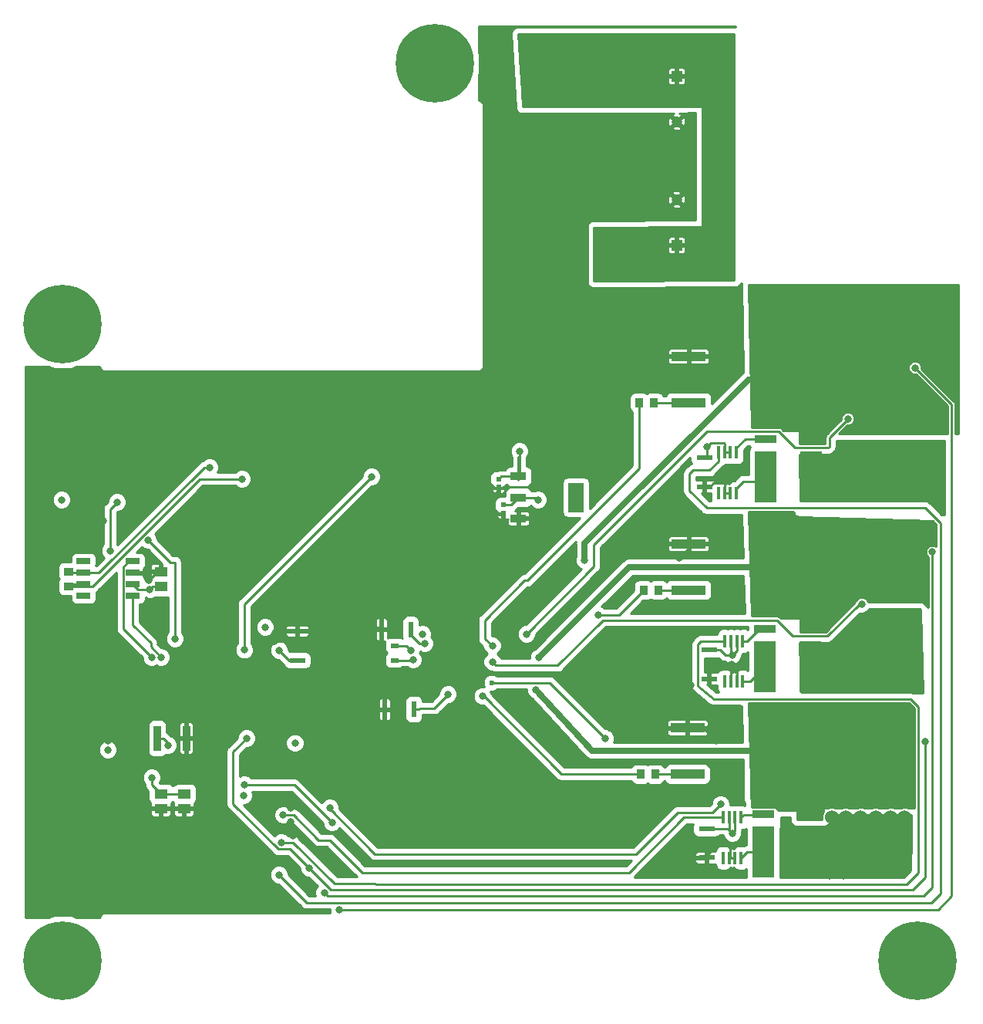
<source format=gbr>
G04 #@! TF.GenerationSoftware,KiCad,Pcbnew,5.0.2+dfsg1-1*
G04 #@! TF.CreationDate,2019-09-10T17:39:56-04:00*
G04 #@! TF.ProjectId,DSC_motor_controller,4453435f-6d6f-4746-9f72-5f636f6e7472,rev?*
G04 #@! TF.SameCoordinates,Original*
G04 #@! TF.FileFunction,Copper,L4,Bot*
G04 #@! TF.FilePolarity,Positive*
%FSLAX46Y46*%
G04 Gerber Fmt 4.6, Leading zero omitted, Abs format (unit mm)*
G04 Created by KiCad (PCBNEW 5.0.2+dfsg1-1) date Tue 10 Sep 2019 05:39:56 PM EDT*
%MOMM*%
%LPD*%
G01*
G04 APERTURE LIST*
G04 #@! TA.AperFunction,ComponentPad*
%ADD10C,8.600000*%
G04 #@! TD*
G04 #@! TA.AperFunction,SMDPad,CuDef*
%ADD11R,1.820000X0.620000*%
G04 #@! TD*
G04 #@! TA.AperFunction,SMDPad,CuDef*
%ADD12R,1.470000X1.100000*%
G04 #@! TD*
G04 #@! TA.AperFunction,SMDPad,CuDef*
%ADD13R,7.900000X10.750000*%
G04 #@! TD*
G04 #@! TA.AperFunction,SMDPad,CuDef*
%ADD14R,3.800000X1.050000*%
G04 #@! TD*
G04 #@! TA.AperFunction,SMDPad,CuDef*
%ADD15R,2.440000X0.890000*%
G04 #@! TD*
G04 #@! TA.AperFunction,SMDPad,CuDef*
%ADD16R,2.440000X5.600000*%
G04 #@! TD*
G04 #@! TA.AperFunction,ComponentPad*
%ADD17C,1.200000*%
G04 #@! TD*
G04 #@! TA.AperFunction,ComponentPad*
%ADD18R,1.200000X1.200000*%
G04 #@! TD*
G04 #@! TA.AperFunction,SMDPad,CuDef*
%ADD19R,0.810000X2.820000*%
G04 #@! TD*
G04 #@! TA.AperFunction,SMDPad,CuDef*
%ADD20R,0.620000X0.600000*%
G04 #@! TD*
G04 #@! TA.AperFunction,SMDPad,CuDef*
%ADD21R,0.940000X0.540000*%
G04 #@! TD*
G04 #@! TA.AperFunction,SMDPad,CuDef*
%ADD22R,0.620000X1.820000*%
G04 #@! TD*
G04 #@! TA.AperFunction,SMDPad,CuDef*
%ADD23R,1.750000X3.200000*%
G04 #@! TD*
G04 #@! TA.AperFunction,SMDPad,CuDef*
%ADD24R,1.750000X0.950000*%
G04 #@! TD*
G04 #@! TA.AperFunction,SMDPad,CuDef*
%ADD25R,1.000000X0.900000*%
G04 #@! TD*
G04 #@! TA.AperFunction,SMDPad,CuDef*
%ADD26R,0.900000X1.000000*%
G04 #@! TD*
G04 #@! TA.AperFunction,SMDPad,CuDef*
%ADD27R,0.450000X1.450000*%
G04 #@! TD*
G04 #@! TA.AperFunction,SMDPad,CuDef*
%ADD28R,1.525000X0.650000*%
G04 #@! TD*
G04 #@! TA.AperFunction,ViaPad*
%ADD29C,0.800000*%
G04 #@! TD*
G04 #@! TA.AperFunction,ViaPad*
%ADD30C,1.524000*%
G04 #@! TD*
G04 #@! TA.AperFunction,ViaPad*
%ADD31C,0.600000*%
G04 #@! TD*
G04 #@! TA.AperFunction,Conductor*
%ADD32C,0.250000*%
G04 #@! TD*
G04 #@! TA.AperFunction,Conductor*
%ADD33C,0.635000*%
G04 #@! TD*
G04 #@! TA.AperFunction,Conductor*
%ADD34C,0.254000*%
G04 #@! TD*
G04 APERTURE END LIST*
D10*
G04 #@! TO.P,REF\002A\002A,1*
G04 #@! TO.N,N/C*
X62865000Y-131572000D03*
G04 #@! TD*
G04 #@! TO.P,REF\002A\002A,1*
G04 #@! TO.N,N/C*
X103759000Y-102997000D03*
G04 #@! TD*
G04 #@! TO.P,REF\002A\002A,1*
G04 #@! TO.N,N/C*
X156718000Y-201422000D03*
G04 #@! TD*
G04 #@! TO.P,REF\002A\002A,1*
G04 #@! TO.N,N/C*
X62865000Y-201422000D03*
G04 #@! TD*
D11*
G04 #@! TO.P,C15,2*
G04 #@! TO.N,+3V3*
X133604000Y-186944000D03*
G04 #@! TO.P,C15,1*
G04 #@! TO.N,GND*
X133604000Y-190144000D03*
G04 #@! TD*
D12*
G04 #@! TO.P,C40,2*
G04 #@! TO.N,GND*
X76200000Y-184754000D03*
G04 #@! TO.P,C40,1*
G04 #@! TO.N,+3V3*
X76200000Y-183134000D03*
G04 #@! TD*
G04 #@! TO.P,C39,1*
G04 #@! TO.N,+3V3*
X73660000Y-183134000D03*
G04 #@! TO.P,C39,2*
G04 #@! TO.N,GND*
X73660000Y-184754000D03*
G04 #@! TD*
G04 #@! TO.P,C1,2*
G04 #@! TO.N,GND*
X73660000Y-158750000D03*
G04 #@! TO.P,C1,1*
G04 #@! TO.N,+3V3*
X73660000Y-160370000D03*
G04 #@! TD*
D13*
G04 #@! TO.P,Q4,3*
G04 #@! TO.N,/Motor_Driver/SH_B*
X142367000Y-158242000D03*
D14*
G04 #@! TO.P,Q4,2*
G04 #@! TO.N,GND*
X131617000Y-155702000D03*
G04 #@! TO.P,Q4,1*
G04 #@! TO.N,Net-(Q4-Pad1)*
X131617000Y-160782000D03*
G04 #@! TD*
D15*
G04 #@! TO.P,R11,4*
G04 #@! TO.N,Net-(CS3-Pad8)*
X139827000Y-185349000D03*
D16*
G04 #@! TO.P,R11,3*
G04 #@! TO.N,Net-(CS3-Pad1)*
X139827000Y-189484000D03*
D15*
G04 #@! TO.P,R11,2*
G04 #@! TO.N,/Motor_Driver/SH_C*
X144787000Y-185349000D03*
D16*
G04 #@! TO.P,R11,1*
G04 #@! TO.N,Net-(P3-Pad1)*
X144787000Y-189484000D03*
G04 #@! TD*
D13*
G04 #@! TO.P,Q6,3*
G04 #@! TO.N,/Motor_Driver/SH_C*
X142233000Y-178435000D03*
D14*
G04 #@! TO.P,Q6,2*
G04 #@! TO.N,GND*
X131483000Y-175895000D03*
G04 #@! TO.P,Q6,1*
G04 #@! TO.N,Net-(Q6-Pad1)*
X131483000Y-180975000D03*
G04 #@! TD*
D13*
G04 #@! TO.P,Q2,3*
G04 #@! TO.N,/Motor_Driver/SH_A*
X142367000Y-137668000D03*
D14*
G04 #@! TO.P,Q2,2*
G04 #@! TO.N,GND*
X131617000Y-135128000D03*
G04 #@! TO.P,Q2,1*
G04 #@! TO.N,Net-(Q2-Pad1)*
X131617000Y-140208000D03*
G04 #@! TD*
D17*
G04 #@! TO.P,C17,2*
G04 #@! TO.N,GND*
X130302000Y-109394000D03*
D18*
G04 #@! TO.P,C17,1*
G04 #@! TO.N,SUPPLY*
X130302000Y-104394000D03*
G04 #@! TD*
D17*
G04 #@! TO.P,C18,2*
G04 #@! TO.N,GND*
X130302000Y-117936000D03*
D18*
G04 #@! TO.P,C18,1*
G04 #@! TO.N,SUPPLY*
X130302000Y-122936000D03*
G04 #@! TD*
D15*
G04 #@! TO.P,R10,4*
G04 #@! TO.N,Net-(CS2-Pad8)*
X140014000Y-165030000D03*
D16*
G04 #@! TO.P,R10,3*
G04 #@! TO.N,Net-(CS2-Pad1)*
X140014000Y-169165000D03*
D15*
G04 #@! TO.P,R10,2*
G04 #@! TO.N,/Motor_Driver/SH_B*
X144974000Y-165030000D03*
D16*
G04 #@! TO.P,R10,1*
G04 #@! TO.N,Net-(P2-Pad1)*
X144974000Y-169165000D03*
G04 #@! TD*
D15*
G04 #@! TO.P,R9,4*
G04 #@! TO.N,Net-(CS1-Pad8)*
X140074000Y-144201000D03*
D16*
G04 #@! TO.P,R9,3*
G04 #@! TO.N,Net-(CS1-Pad1)*
X140074000Y-148336000D03*
D15*
G04 #@! TO.P,R9,2*
G04 #@! TO.N,/Motor_Driver/SH_A*
X145034000Y-144201000D03*
D16*
G04 #@! TO.P,R9,1*
G04 #@! TO.N,Net-(P1-Pad1)*
X145034000Y-148336000D03*
G04 #@! TD*
D19*
G04 #@! TO.P,C38,1*
G04 #@! TO.N,+3V3*
X73254000Y-177038000D03*
G04 #@! TO.P,C38,2*
G04 #@! TO.N,GND*
X76454000Y-177038000D03*
G04 #@! TD*
D20*
G04 #@! TO.P,C3,2*
G04 #@! TO.N,GND*
X111252000Y-152352000D03*
G04 #@! TO.P,C3,1*
G04 #@! TO.N,+3V3*
X111252000Y-151432000D03*
G04 #@! TD*
G04 #@! TO.P,C2,2*
G04 #@! TO.N,GND*
X110744000Y-149510000D03*
G04 #@! TO.P,C2,1*
G04 #@! TO.N,+5V*
X110744000Y-148590000D03*
G04 #@! TD*
D21*
G04 #@! TO.P,C21,2*
G04 #@! TO.N,Net-(C21-Pad2)*
X99314000Y-168478000D03*
G04 #@! TO.P,C21,1*
G04 #@! TO.N,Net-(C21-Pad1)*
X99314000Y-166878000D03*
G04 #@! TD*
D22*
G04 #@! TO.P,C23,2*
G04 #@! TO.N,GND*
X98222000Y-173863000D03*
G04 #@! TO.P,C23,1*
G04 #@! TO.N,Net-(C23-Pad1)*
X101422000Y-173863000D03*
G04 #@! TD*
G04 #@! TO.P,C24,2*
G04 #@! TO.N,GND*
X97892000Y-165100000D03*
G04 #@! TO.P,C24,1*
G04 #@! TO.N,Net-(C24-Pad1)*
X101092000Y-165100000D03*
G04 #@! TD*
D23*
G04 #@! TO.P,Reg1,4*
G04 #@! TO.N,Net-(Reg1-Pad4)*
X119228000Y-150622000D03*
D24*
G04 #@! TO.P,Reg1,3*
G04 #@! TO.N,+5V*
X112928000Y-148322000D03*
G04 #@! TO.P,Reg1,2*
G04 #@! TO.N,+3V3*
X112928000Y-150622000D03*
G04 #@! TO.P,Reg1,1*
G04 #@! TO.N,GND*
X112928000Y-152922000D03*
G04 #@! TD*
D25*
G04 #@! TO.P,RTERM1,2*
G04 #@! TO.N,/CAN/CAN_HI*
X63500000Y-158750000D03*
G04 #@! TO.P,RTERM1,1*
G04 #@! TO.N,/CAN/CAN_LO*
X63500000Y-160350000D03*
G04 #@! TD*
D26*
G04 #@! TO.P,R8,2*
G04 #@! TO.N,Net-(Q6-Pad1)*
X127927000Y-180975000D03*
G04 #@! TO.P,R8,1*
G04 #@! TO.N,/Motor_Driver/GL_C*
X126327000Y-180975000D03*
G04 #@! TD*
G04 #@! TO.P,R6,2*
G04 #@! TO.N,Net-(Q4-Pad1)*
X128270000Y-160782000D03*
G04 #@! TO.P,R6,1*
G04 #@! TO.N,/Motor_Driver/GL_B*
X126670000Y-160782000D03*
G04 #@! TD*
G04 #@! TO.P,R4,2*
G04 #@! TO.N,Net-(Q2-Pad1)*
X127800000Y-140208000D03*
G04 #@! TO.P,R4,1*
G04 #@! TO.N,/Motor_Driver/GL_A*
X126200000Y-140208000D03*
G04 #@! TD*
D27*
G04 #@! TO.P,CS3,8*
G04 #@! TO.N,Net-(CS3-Pad8)*
X137373000Y-185735000D03*
G04 #@! TO.P,CS3,7*
G04 #@! TO.N,+3V3*
X136723000Y-185735000D03*
G04 #@! TO.P,CS3,6*
X136073000Y-185735000D03*
G04 #@! TO.P,CS3,5*
G04 #@! TO.N,/Power/C_C*
X135423000Y-185735000D03*
G04 #@! TO.P,CS3,4*
G04 #@! TO.N,Net-(CS3-Pad4)*
X135423000Y-190185000D03*
G04 #@! TO.P,CS3,3*
G04 #@! TO.N,GND*
X136073000Y-190185000D03*
G04 #@! TO.P,CS3,2*
X136723000Y-190185000D03*
G04 #@! TO.P,CS3,1*
G04 #@! TO.N,Net-(CS3-Pad1)*
X137373000Y-190185000D03*
G04 #@! TD*
G04 #@! TO.P,CS2,8*
G04 #@! TO.N,Net-(CS2-Pad8)*
X137563500Y-166370000D03*
G04 #@! TO.P,CS2,7*
G04 #@! TO.N,+3V3*
X136913500Y-166370000D03*
G04 #@! TO.P,CS2,6*
X136263500Y-166370000D03*
G04 #@! TO.P,CS2,5*
G04 #@! TO.N,/Power/C_B*
X135613500Y-166370000D03*
G04 #@! TO.P,CS2,4*
G04 #@! TO.N,Net-(CS2-Pad4)*
X135613500Y-170820000D03*
G04 #@! TO.P,CS2,3*
G04 #@! TO.N,GND*
X136263500Y-170820000D03*
G04 #@! TO.P,CS2,2*
X136913500Y-170820000D03*
G04 #@! TO.P,CS2,1*
G04 #@! TO.N,Net-(CS2-Pad1)*
X137563500Y-170820000D03*
G04 #@! TD*
G04 #@! TO.P,CS1,8*
G04 #@! TO.N,Net-(CS1-Pad8)*
X136865000Y-145666500D03*
G04 #@! TO.P,CS1,7*
G04 #@! TO.N,+3V3*
X136215000Y-145666500D03*
G04 #@! TO.P,CS1,6*
X135565000Y-145666500D03*
G04 #@! TO.P,CS1,5*
G04 #@! TO.N,/Power/C_A*
X134915000Y-145666500D03*
G04 #@! TO.P,CS1,4*
G04 #@! TO.N,Net-(CS1-Pad4)*
X134915000Y-150116500D03*
G04 #@! TO.P,CS1,3*
G04 #@! TO.N,GND*
X135565000Y-150116500D03*
G04 #@! TO.P,CS1,2*
X136215000Y-150116500D03*
G04 #@! TO.P,CS1,1*
G04 #@! TO.N,Net-(CS1-Pad1)*
X136865000Y-150116500D03*
G04 #@! TD*
D28*
G04 #@! TO.P,CAN_TR1,8*
G04 #@! TO.N,Net-(CAN_TR1-Pad8)*
X65169500Y-157607000D03*
G04 #@! TO.P,CAN_TR1,7*
G04 #@! TO.N,/CAN/CAN_HI*
X65169500Y-158877000D03*
G04 #@! TO.P,CAN_TR1,6*
G04 #@! TO.N,/CAN/CAN_LO*
X65169500Y-160147000D03*
G04 #@! TO.P,CAN_TR1,5*
G04 #@! TO.N,Net-(CAN_TR1-Pad5)*
X65169500Y-161417000D03*
G04 #@! TO.P,CAN_TR1,4*
G04 #@! TO.N,/CAN/CAN_RX*
X70593500Y-161417000D03*
G04 #@! TO.P,CAN_TR1,3*
G04 #@! TO.N,+3V3*
X70593500Y-160147000D03*
G04 #@! TO.P,CAN_TR1,2*
G04 #@! TO.N,GND*
X70593500Y-158877000D03*
G04 #@! TO.P,CAN_TR1,1*
G04 #@! TO.N,/CAN/CAN_TX*
X70593500Y-157607000D03*
G04 #@! TD*
D11*
G04 #@! TO.P,C36,2*
G04 #@! TO.N,GND*
X88646000Y-165278000D03*
G04 #@! TO.P,C36,1*
G04 #@! TO.N,Net-(C36-Pad1)*
X88646000Y-168478000D03*
G04 #@! TD*
G04 #@! TO.P,C14,2*
G04 #@! TO.N,+3V3*
X133858000Y-167310000D03*
G04 #@! TO.P,C14,1*
G04 #@! TO.N,GND*
X133858000Y-170510000D03*
G04 #@! TD*
G04 #@! TO.P,C13,2*
G04 #@! TO.N,GND*
X133350000Y-149428000D03*
G04 #@! TO.P,C13,1*
G04 #@! TO.N,+3V3*
X133350000Y-146228000D03*
G04 #@! TD*
D29*
G04 #@! TO.N,GND*
X86106000Y-166370000D03*
X72335779Y-159706769D03*
X67310000Y-153162000D03*
X75184000Y-181864000D03*
X67818000Y-177307997D03*
X98044000Y-177292000D03*
X106426000Y-170688000D03*
X106680000Y-169672000D03*
X108458000Y-170688000D03*
X134620000Y-177292000D03*
X86868000Y-148844000D03*
X130556000Y-157226000D03*
X132588000Y-162814000D03*
X135128000Y-148495009D03*
X102616000Y-157480000D03*
X107652327Y-170561000D03*
X118618000Y-162877500D03*
X110998000Y-154141000D03*
X109441429Y-151144431D03*
X102108000Y-145796000D03*
X104648000Y-146304000D03*
X104902000Y-152146000D03*
X96774000Y-164846000D03*
X136324918Y-168910000D03*
X132588000Y-138176000D03*
X132588000Y-133858000D03*
X87884000Y-184658000D03*
X88138000Y-187706000D03*
X87630000Y-190500000D03*
X80010000Y-178054000D03*
X74930000Y-176530000D03*
X87884000Y-186182000D03*
X82016600Y-186653000D03*
X134806815Y-188687185D03*
X131826000Y-171196000D03*
X82217069Y-189447010D03*
X80014653Y-185161347D03*
X73406000Y-186436004D03*
X61468000Y-184658000D03*
X113538000Y-158496016D03*
X96520000Y-187706000D03*
G04 #@! TO.N,+5V*
X113030000Y-145542000D03*
G04 #@! TO.N,/CAN/CAN_LO*
X82550000Y-148590000D03*
G04 #@! TO.N,/CAN/CAN_HI*
X78994000Y-147320000D03*
G04 #@! TO.N,+3V3*
X72644000Y-181356000D03*
X72457565Y-160699328D03*
X62738000Y-150876000D03*
X67818000Y-178308000D03*
X102362000Y-165608000D03*
X115062000Y-150876000D03*
X88387347Y-177550653D03*
X133604000Y-145034000D03*
X85090000Y-164846000D03*
X136398000Y-167894000D03*
X74422002Y-177800020D03*
X136398000Y-187451990D03*
X82731590Y-183324910D03*
G04 #@! TO.N,Net-(C21-Pad2)*
X101346000Y-168427000D03*
G04 #@! TO.N,Net-(C21-Pad1)*
X101092000Y-167386000D03*
G04 #@! TO.N,Net-(C23-Pad1)*
X105201829Y-172212000D03*
D30*
G04 #@! TO.N,/Motor_Driver/SH_C*
X148717000Y-175006000D03*
X153797000Y-174625000D03*
X150114000Y-179070000D03*
X152019000Y-174498000D03*
X150241000Y-174625000D03*
X155194000Y-175514000D03*
X149987000Y-176657000D03*
X151257000Y-177927000D03*
X148463000Y-182372000D03*
X148463000Y-179197000D03*
X148463000Y-180721000D03*
X148717000Y-177673000D03*
D29*
X114808000Y-171704000D03*
D30*
X152527000Y-178943000D03*
G04 #@! TO.N,/Motor_Driver/SH_B*
X148463000Y-155702000D03*
X156591000Y-158623000D03*
X149860000Y-157226000D03*
X148209000Y-158877000D03*
X156591000Y-160274000D03*
X151384000Y-157861000D03*
X156845000Y-154432000D03*
X148463000Y-154051000D03*
X148209000Y-157353000D03*
X150114000Y-155702000D03*
X149733000Y-158750000D03*
X150114000Y-154051000D03*
D29*
X115147569Y-168185000D03*
D30*
X148209000Y-161417000D03*
X149479000Y-160401000D03*
G04 #@! TO.N,/Motor_Driver/SH_A*
X149606000Y-134239000D03*
D29*
X120142000Y-157480000D03*
D30*
X149733000Y-129413000D03*
X151384000Y-129413000D03*
X153035000Y-129413000D03*
X156845000Y-129413000D03*
X149606000Y-131064000D03*
X151384000Y-131064000D03*
X153035000Y-131064000D03*
X156845000Y-131064000D03*
X149606000Y-132715000D03*
X151257000Y-132715000D03*
X152908000Y-132588000D03*
X156845000Y-132588000D03*
X149606000Y-136017000D03*
X149606000Y-137668000D03*
D29*
G04 #@! TO.N,Net-(C36-Pad1)*
X86614000Y-167386000D03*
G04 #@! TO.N,/CAN/CAN_TX*
X72647346Y-168160651D03*
G04 #@! TO.N,/CAN/CAN_RX*
X73660000Y-168148000D03*
G04 #@! TO.N,/Power/C_A*
X86614000Y-192024000D03*
G04 #@! TO.N,/Power/C_B*
X86868000Y-188468000D03*
G04 #@! TO.N,/Power/C_C*
X87083900Y-185453020D03*
G04 #@! TO.N,/Motor_Driver/GL_C*
X108966000Y-172427000D03*
D31*
G04 #@! TO.N,/Motor_Driver/GH_C*
X109982000Y-170942000D03*
D29*
X122428000Y-177038000D03*
G04 #@! TO.N,/Motor_Driver/GL_B*
X121666000Y-163534999D03*
G04 #@! TO.N,/Motor_Driver/GH_B*
X110057329Y-168656000D03*
X150622000Y-162306000D03*
G04 #@! TO.N,/Motor_Driver/GL_A*
X110057329Y-166878000D03*
G04 #@! TO.N,/Motor_Driver/GH_A*
X113792000Y-165608000D03*
X149098000Y-141986000D03*
G04 #@! TO.N,/Motor_controller/NRST*
X75184000Y-166116000D03*
X72247652Y-155305652D03*
G04 #@! TO.N,/Motor_Driver/Batt_voltage*
X92202000Y-184658000D03*
X135128002Y-184277000D03*
G04 #@! TO.N,/Motor_Driver/Volt_A*
X156464000Y-136398000D03*
X93218000Y-195834000D03*
X92456000Y-186309000D03*
X82805847Y-182116153D03*
G04 #@! TO.N,/Motor_Driver/Volt_B*
X91597458Y-193968777D03*
X158369000Y-156591000D03*
G04 #@! TO.N,/Motor_Driver/Volt_C*
X89916000Y-191262000D03*
X83058000Y-177038000D03*
X157606992Y-177419000D03*
G04 #@! TO.N,/Motor_controller/SDA*
X82804000Y-167360000D03*
X96774000Y-148336000D03*
G04 #@! TO.N,/Motor_controller/SWDIO*
X68834000Y-151130000D03*
X68072000Y-156464000D03*
D30*
G04 #@! TO.N,Net-(P1-Pad1)*
X154686000Y-150368000D03*
X150749000Y-150368000D03*
X152654000Y-150368000D03*
X156845000Y-150368000D03*
X148717000Y-148463000D03*
X158496000Y-145288000D03*
X156972000Y-148590000D03*
X150368000Y-145161000D03*
X155194000Y-145161000D03*
X156845000Y-145161000D03*
X153543000Y-145161000D03*
X151892000Y-145161000D03*
X156845000Y-146812000D03*
X148717000Y-146812000D03*
X148717000Y-150368000D03*
X148717000Y-145161000D03*
G04 #@! TO.N,Net-(P2-Pad1)*
X156210000Y-167640000D03*
X150749000Y-164338000D03*
X152400000Y-164338000D03*
X154051000Y-164338000D03*
X155702000Y-164338000D03*
X149479000Y-165735000D03*
X151130000Y-165862000D03*
X152781000Y-165862000D03*
X154432000Y-165862000D03*
X156210000Y-165862000D03*
X156210000Y-169418000D03*
X156210000Y-171069000D03*
G04 #@! TO.N,Net-(P3-Pad1)*
X150495000Y-185674000D03*
X147066000Y-191770000D03*
X148717000Y-188722000D03*
X148844000Y-185674000D03*
X155321000Y-189611000D03*
X147193000Y-188722000D03*
X155321000Y-185674000D03*
X153797000Y-185674000D03*
X148590000Y-190246000D03*
X147066000Y-190246000D03*
X147193000Y-187198000D03*
X148717000Y-187198000D03*
X155194000Y-191389000D03*
X155321000Y-187833000D03*
X148590000Y-191770000D03*
X152146000Y-185674000D03*
X147320000Y-185674000D03*
D29*
G04 #@! TO.N,Net-(C24-Pad1)*
X102616000Y-166624000D03*
G04 #@! TD*
D32*
G04 #@! TO.N,GND*
X76385000Y-184754000D02*
X76200000Y-184754000D01*
X73660000Y-184754000D02*
X76200000Y-184754000D01*
X135565000Y-149141500D02*
X135565000Y-150116500D01*
X134311501Y-149066499D02*
X135489999Y-149066499D01*
X135489999Y-149066499D02*
X135565000Y-149141500D01*
X133950000Y-149428000D02*
X134311501Y-149066499D01*
X133350000Y-149428000D02*
X133950000Y-149428000D01*
X135565000Y-150116500D02*
X136215000Y-150116500D01*
X88114000Y-166370000D02*
X86106000Y-166370000D01*
X88646000Y-165838000D02*
X88114000Y-166370000D01*
X88646000Y-165278000D02*
X88646000Y-165838000D01*
X71506010Y-158877000D02*
X70593500Y-158877000D01*
X72335779Y-159706769D02*
X71506010Y-158877000D01*
X73292548Y-158750000D02*
X72335779Y-159706769D01*
X73660000Y-158750000D02*
X73292548Y-158750000D01*
X98044000Y-174041000D02*
X98222000Y-173863000D01*
X98044000Y-177292000D02*
X98044000Y-174041000D01*
X131617000Y-155702000D02*
X131617000Y-156165000D01*
X131617000Y-156165000D02*
X130556000Y-157226000D01*
X135565000Y-150116500D02*
X135565000Y-148932009D01*
X135565000Y-148932009D02*
X135128000Y-148495009D01*
X111252000Y-152352000D02*
X111252000Y-153887000D01*
X111252000Y-153887000D02*
X110998000Y-154141000D01*
X112928000Y-153647000D02*
X112928000Y-152922000D01*
X112434000Y-154141000D02*
X112928000Y-153647000D01*
X110998000Y-154141000D02*
X112434000Y-154141000D01*
X110744000Y-149510000D02*
X110744000Y-149841860D01*
X110744000Y-149841860D02*
X109441429Y-151144431D01*
X133223000Y-175895000D02*
X131483000Y-175895000D01*
X134620000Y-177292000D02*
X133223000Y-175895000D01*
X97638000Y-164846000D02*
X97892000Y-165100000D01*
X96774000Y-164846000D02*
X97638000Y-164846000D01*
X136247871Y-190184871D02*
X136247871Y-190012694D01*
X136723000Y-190185000D02*
X136248000Y-190185000D01*
X136073000Y-190185000D02*
X136075565Y-190185000D01*
X136075565Y-190185000D02*
X136247871Y-190012694D01*
X136248000Y-190185000D02*
X136247871Y-190184871D01*
X136263500Y-170458891D02*
X136263500Y-168910000D01*
X136263500Y-169271109D02*
X136324918Y-169209691D01*
X131617000Y-134353000D02*
X132112000Y-133858000D01*
X132112000Y-133858000D02*
X132588000Y-133858000D01*
X131617000Y-135128000D02*
X131617000Y-134353000D01*
X134806815Y-188687185D02*
X136204869Y-188687185D01*
X136247871Y-190012694D02*
X136204869Y-189969692D01*
X136204869Y-189969692D02*
X136204869Y-188687185D01*
X133604000Y-189890000D02*
X134806815Y-188687185D01*
X76454000Y-177038000D02*
X75438000Y-177038000D01*
X75438000Y-177038000D02*
X74930000Y-176530000D01*
X136913500Y-169498582D02*
X136913500Y-169918500D01*
X136324918Y-168910000D02*
X136913500Y-169498582D01*
X136913500Y-170820000D02*
X136913500Y-169918500D01*
X136913500Y-169918500D02*
X136913500Y-169798273D01*
X134620000Y-168910000D02*
X136324918Y-168910000D01*
X133858000Y-170510000D02*
X133858000Y-169672000D01*
X133858000Y-169672000D02*
X134620000Y-168910000D01*
X73660000Y-186182004D02*
X73406000Y-186436004D01*
X73660000Y-184754000D02*
X73660000Y-186182004D01*
G04 #@! TO.N,+5V*
X112928000Y-148696000D02*
X112928000Y-148322000D01*
X112928000Y-148322000D02*
X112928000Y-146202000D01*
X113030000Y-148220000D02*
X112928000Y-148322000D01*
X113030000Y-145542000D02*
X113030000Y-148220000D01*
X111012000Y-148322000D02*
X110744000Y-148590000D01*
X112928000Y-148322000D02*
X111012000Y-148322000D01*
G04 #@! TO.N,/CAN/CAN_LO*
X63703000Y-160147000D02*
X63500000Y-160350000D01*
X65169500Y-160147000D02*
X63703000Y-160147000D01*
X77937998Y-148590000D02*
X82550000Y-148590000D01*
X63500000Y-160350000D02*
X66177998Y-160350000D01*
X66177998Y-160350000D02*
X77937998Y-148590000D01*
G04 #@! TO.N,/CAN/CAN_HI*
X63627000Y-158877000D02*
X63500000Y-158750000D01*
X65169500Y-158877000D02*
X63627000Y-158877000D01*
X66871315Y-158877000D02*
X65169500Y-158877000D01*
X78428315Y-147320000D02*
X66871315Y-158877000D01*
X78994000Y-147320000D02*
X78428315Y-147320000D01*
G04 #@! TO.N,+3V3*
X72644000Y-182118000D02*
X73660000Y-183134000D01*
X72644000Y-181356000D02*
X72644000Y-182118000D01*
X76200000Y-183134000D02*
X73660000Y-183134000D01*
X135565000Y-145666500D02*
X136215000Y-145666500D01*
X73660000Y-160370000D02*
X72786893Y-160370000D01*
X72786893Y-160370000D02*
X72457565Y-160699328D01*
X71145828Y-160699328D02*
X70593500Y-160147000D01*
X72457565Y-160699328D02*
X71145828Y-160699328D01*
X112118000Y-151432000D02*
X112928000Y-150622000D01*
X111252000Y-151432000D02*
X112118000Y-151432000D01*
X134021501Y-144616499D02*
X133604000Y-145034000D01*
X135489999Y-144616499D02*
X134021501Y-144616499D01*
X135565000Y-145666500D02*
X135565000Y-144691500D01*
X135565000Y-144691500D02*
X135489999Y-144616499D01*
X133604000Y-145974000D02*
X133350000Y-146228000D01*
X133604000Y-145034000D02*
X133604000Y-145974000D01*
X114808000Y-150622000D02*
X115062000Y-150876000D01*
X112928000Y-150622000D02*
X114808000Y-150622000D01*
X135647499Y-167894000D02*
X136398000Y-167894000D01*
X133858000Y-167310000D02*
X135063499Y-167310000D01*
X135063499Y-167310000D02*
X135647499Y-167894000D01*
X136913500Y-167378500D02*
X136398000Y-167894000D01*
X136913500Y-166370000D02*
X136913500Y-167378500D01*
X136263500Y-167759500D02*
X136398000Y-167894000D01*
X136263500Y-166370000D02*
X136263500Y-167759500D01*
X73254000Y-177038000D02*
X73909000Y-177038000D01*
X74422002Y-177551002D02*
X74422002Y-177800020D01*
X73909000Y-177038000D02*
X74422002Y-177551002D01*
X135890010Y-186944000D02*
X136398000Y-187451990D01*
X136073000Y-185735000D02*
X136073000Y-187126990D01*
X136723000Y-187126990D02*
X136398000Y-187451990D01*
X136073000Y-187126990D02*
X136398000Y-187451990D01*
X136723000Y-185735000D02*
X136723000Y-187126990D01*
X133604000Y-186944000D02*
X135890010Y-186944000D01*
G04 #@! TO.N,Net-(C21-Pad2)*
X99314000Y-168478000D02*
X101295000Y-168478000D01*
X101295000Y-168478000D02*
X101346000Y-168427000D01*
G04 #@! TO.N,Net-(C21-Pad1)*
X99314000Y-166878000D02*
X100584000Y-166878000D01*
X100584000Y-166878000D02*
X101092000Y-167386000D01*
G04 #@! TO.N,Net-(C23-Pad1)*
X101422000Y-173863000D02*
X101982000Y-173863000D01*
X101982000Y-173863000D02*
X102109000Y-173736000D01*
X103677829Y-173736000D02*
X105201829Y-172212000D01*
X102109000Y-173736000D02*
X103677829Y-173736000D01*
D33*
G04 #@! TO.N,/Motor_Driver/SH_C*
X121031000Y-178435000D02*
X142233000Y-178435000D01*
X114808000Y-171704000D02*
X121031000Y-178435000D01*
G04 #@! TO.N,/Motor_Driver/SH_B*
X125090569Y-158242000D02*
X142367000Y-158242000D01*
X115147569Y-168185000D02*
X125090569Y-158242000D01*
G04 #@! TO.N,/Motor_Driver/SH_A*
X120142000Y-155693000D02*
X120142000Y-157480000D01*
X142367000Y-137668000D02*
X138167000Y-137668000D01*
X138167000Y-137668000D02*
X120142000Y-155693000D01*
D32*
G04 #@! TO.N,Net-(C36-Pad1)*
X88646000Y-168478000D02*
X87706000Y-168478000D01*
X87706000Y-168478000D02*
X86614000Y-167386000D01*
G04 #@! TO.N,/CAN/CAN_TX*
X69505999Y-158257001D02*
X70156000Y-157607000D01*
X70156000Y-157607000D02*
X70593500Y-157607000D01*
X69505999Y-165019304D02*
X69505999Y-158257001D01*
X72647346Y-168160651D02*
X69505999Y-165019304D01*
G04 #@! TO.N,/CAN/CAN_RX*
X70593500Y-164630502D02*
X70593500Y-161417000D01*
X72549999Y-166587001D02*
X70593500Y-164630502D01*
X72549999Y-166587001D02*
X72549999Y-167037999D01*
X72549999Y-167037999D02*
X73660000Y-168148000D01*
G04 #@! TO.N,Net-(CS1-Pad1)*
X136865000Y-149616500D02*
X136865000Y-150116500D01*
X137637500Y-148844000D02*
X136865000Y-149616500D01*
X139887000Y-148844000D02*
X137637500Y-148844000D01*
G04 #@! TO.N,/Power/C_A*
X134915000Y-146641500D02*
X134915000Y-145666500D01*
X159258000Y-153416000D02*
X157607000Y-151765000D01*
X132114999Y-147642003D02*
X133914497Y-147642003D01*
X158242000Y-195072000D02*
X159258000Y-194056000D01*
X86614000Y-192024000D02*
X89662000Y-195072000D01*
X159258000Y-194056000D02*
X159258000Y-153416000D01*
X133914497Y-147642003D02*
X134915000Y-146641500D01*
X89662000Y-195072000D02*
X158242000Y-195072000D01*
X157607000Y-151765000D02*
X133604000Y-151765000D01*
X133604000Y-151765000D02*
X131699000Y-149860000D01*
X131699000Y-149860000D02*
X131699000Y-148058002D01*
X131699000Y-148058002D02*
X132114999Y-147642003D01*
G04 #@! TO.N,Net-(CS1-Pad8)*
X136865000Y-145166500D02*
X136865000Y-145666500D01*
X137830500Y-144201000D02*
X136865000Y-145166500D01*
X140074000Y-144201000D02*
X137830500Y-144201000D01*
G04 #@! TO.N,Net-(CS2-Pad1)*
X138359000Y-170820000D02*
X140014000Y-169165000D01*
X137563500Y-170820000D02*
X138359000Y-170820000D01*
G04 #@! TO.N,/Power/C_B*
X88195002Y-188468000D02*
X86868000Y-188468000D01*
X97217461Y-193014625D02*
X92741627Y-193014625D01*
X134366000Y-172720000D02*
X137196999Y-172720000D01*
X132622999Y-171288001D02*
X134366000Y-172720000D01*
X132622999Y-166739999D02*
X132622999Y-171288001D01*
X97268210Y-193065374D02*
X97217461Y-193014625D01*
X155970999Y-172734999D02*
X156845000Y-173609000D01*
X92741627Y-193014625D02*
X88195002Y-188468000D01*
X135613500Y-166370000D02*
X132992998Y-166370000D01*
X132992998Y-166370000D02*
X132622999Y-166739999D01*
X155549626Y-193065374D02*
X97268210Y-193065374D01*
X137196999Y-172720000D02*
X138022999Y-172734999D01*
X138022999Y-172734999D02*
X155970999Y-172734999D01*
X156845000Y-173609000D02*
X156845000Y-191770000D01*
X156845000Y-191770000D02*
X155549626Y-193065374D01*
G04 #@! TO.N,Net-(CS2-Pad8)*
X139378500Y-165030000D02*
X140014000Y-165030000D01*
X138038500Y-166370000D02*
X139378500Y-165030000D01*
X137563500Y-166370000D02*
X138038500Y-166370000D01*
G04 #@! TO.N,Net-(CS3-Pad8)*
X139756000Y-185420000D02*
X139827000Y-185349000D01*
X137373000Y-185735000D02*
X137688000Y-185420000D01*
X137688000Y-185420000D02*
X139756000Y-185420000D01*
G04 #@! TO.N,/Power/C_C*
X88228022Y-185453020D02*
X90989002Y-188214000D01*
X87083900Y-185453020D02*
X88228022Y-185453020D01*
X92202000Y-188214000D02*
X92710000Y-188722000D01*
X90989002Y-188214000D02*
X92202000Y-188214000D01*
X92710000Y-188722000D02*
X92456000Y-188468000D01*
X125096409Y-191770000D02*
X95758000Y-191770000D01*
X95758000Y-191770000D02*
X92710000Y-188722000D01*
X131131409Y-185735000D02*
X125096409Y-191770000D01*
X135423000Y-185735000D02*
X131131409Y-185735000D01*
G04 #@! TO.N,Net-(CS3-Pad1)*
X138074000Y-189484000D02*
X137373000Y-190185000D01*
X139827000Y-189484000D02*
X138074000Y-189484000D01*
G04 #@! TO.N,/Motor_Driver/GL_C*
X126327000Y-180975000D02*
X117659940Y-180975000D01*
X117659940Y-180975000D02*
X108961999Y-172277059D01*
G04 #@! TO.N,/Motor_Driver/GH_C*
X109982000Y-170942000D02*
X110236000Y-170942000D01*
X109982000Y-170942000D02*
X116332000Y-170942000D01*
X116332000Y-170942000D02*
X122428000Y-177038000D01*
G04 #@! TO.N,/Motor_Driver/GL_B*
X121666000Y-163534999D02*
X123967001Y-163534999D01*
X123967001Y-163534999D02*
X126670000Y-160832000D01*
X126670000Y-160832000D02*
X126670000Y-160782000D01*
G04 #@! TO.N,/Motor_Driver/GH_B*
X110457328Y-169055999D02*
X117218002Y-169055999D01*
X110057329Y-168656000D02*
X110457328Y-169055999D01*
X117218002Y-169055999D02*
X122190001Y-164084000D01*
X143034003Y-165800001D02*
X146873999Y-165800001D01*
X122190001Y-164084000D02*
X141318002Y-164084000D01*
X141318002Y-164084000D02*
X143034003Y-165800001D01*
X146873999Y-165800001D02*
X150368000Y-162306000D01*
X150368000Y-162306000D02*
X150622000Y-162306000D01*
G04 #@! TO.N,/Motor_Driver/GL_A*
X126200000Y-147415004D02*
X126200000Y-140208000D01*
X113574997Y-159729003D02*
X113886001Y-159729003D01*
X113886001Y-159729003D02*
X126200000Y-147415004D01*
X113574997Y-159729003D02*
X109220000Y-164084000D01*
X109220000Y-164084000D02*
X109220000Y-166116000D01*
X109982000Y-166878000D02*
X110057329Y-166878000D01*
X109220000Y-166116000D02*
X110057329Y-166878000D01*
G04 #@! TO.N,/Motor_Driver/GH_A*
X147701000Y-143383000D02*
X147828000Y-143256000D01*
X147828000Y-143256000D02*
X149098000Y-141986000D01*
X146939000Y-145161000D02*
X147066000Y-145034000D01*
X147066000Y-145034000D02*
X147066000Y-144018000D01*
X143284002Y-145161000D02*
X146939000Y-145161000D01*
X141506002Y-143383000D02*
X143284002Y-145161000D01*
X121167999Y-158232001D02*
X121167999Y-155819001D01*
X147066000Y-144018000D02*
X147828000Y-143256000D01*
X113792000Y-165608000D02*
X121167999Y-158232001D01*
X121167999Y-155819001D02*
X133618999Y-143368001D01*
X134112000Y-143383000D02*
X141506002Y-143383000D01*
X133618999Y-143368001D02*
X134112000Y-143383000D01*
G04 #@! TO.N,/Motor_controller/NRST*
X75184000Y-166116000D02*
X75184000Y-157734000D01*
X75184000Y-157734000D02*
X74676000Y-157734000D01*
X74676000Y-157734000D02*
X72247652Y-155305652D01*
G04 #@! TO.N,/Motor_Driver/Batt_voltage*
X97155000Y-189738000D02*
X123951998Y-189738000D01*
X92202000Y-184658000D02*
X92202000Y-184785000D01*
X92202000Y-184785000D02*
X97155000Y-189738000D01*
X134239002Y-185166000D02*
X135128002Y-184277000D01*
X130429000Y-185166000D02*
X134239002Y-185166000D01*
X123698000Y-189738000D02*
X125857000Y-189738000D01*
X125857000Y-189738000D02*
X130429000Y-185166000D01*
G04 #@! TO.N,/Motor_Driver/Volt_A*
X159004000Y-195834000D02*
X93218000Y-195834000D01*
X160470010Y-194367990D02*
X159004000Y-195834000D01*
X156464000Y-136398000D02*
X160470010Y-140404010D01*
X160470010Y-140404010D02*
X160470010Y-194367990D01*
X82869347Y-182179653D02*
X82805847Y-182116153D01*
X92456000Y-186309000D02*
X88326653Y-182179653D01*
X88326653Y-182179653D02*
X82869347Y-182179653D01*
G04 #@! TO.N,/Motor_Driver/Volt_B*
X158369000Y-193421000D02*
X158369000Y-156591000D01*
X91597458Y-193968777D02*
X91997457Y-194368776D01*
X157421224Y-194368776D02*
X158369000Y-193421000D01*
X91997457Y-194368776D02*
X157421224Y-194368776D01*
G04 #@! TO.N,/Motor_Driver/Volt_C*
X81582675Y-178513325D02*
X83058000Y-177038000D01*
X81582675Y-184255677D02*
X81582675Y-178513325D01*
X86519999Y-189193001D02*
X81582675Y-184255677D01*
X89916000Y-191262000D02*
X87847001Y-189193001D01*
X87847001Y-189193001D02*
X86519999Y-189193001D01*
X157606992Y-192278008D02*
X157606992Y-177419000D01*
X89916000Y-191262000D02*
X92329000Y-193675000D01*
X156210000Y-193675000D02*
X157606992Y-192278008D01*
X92329000Y-193675000D02*
X156210000Y-193675000D01*
G04 #@! TO.N,/Motor_controller/SDA*
X82804000Y-162306000D02*
X96774000Y-148336000D01*
X82804000Y-167360000D02*
X82804000Y-162306000D01*
G04 #@! TO.N,/Motor_controller/SWDIO*
X68834000Y-151130000D02*
X68072000Y-151892000D01*
X68072000Y-151892000D02*
X68072000Y-156464000D01*
G04 #@! TO.N,Net-(Q2-Pad1)*
X131617000Y-140208000D02*
X127800000Y-140208000D01*
G04 #@! TO.N,Net-(Q4-Pad1)*
X128270000Y-160782000D02*
X131617000Y-160782000D01*
G04 #@! TO.N,Net-(Q6-Pad1)*
X128271002Y-180630998D02*
X127927000Y-180975000D01*
X131483000Y-180975000D02*
X131138998Y-180630998D01*
X127927000Y-180975000D02*
X131483000Y-180975000D01*
G04 #@! TO.N,Net-(C24-Pad1)*
X101092000Y-165700000D02*
X101092000Y-165100000D01*
X102016000Y-166624000D02*
X101092000Y-165700000D01*
X102616000Y-166624000D02*
X102016000Y-166624000D01*
G04 #@! TD*
D34*
G04 #@! TO.N,Net-(P3-Pad1)*
G36*
X156093001Y-187932918D02*
X155961834Y-191589677D01*
X155238138Y-192313374D01*
X141674140Y-192313374D01*
X141677033Y-192284000D01*
X141677033Y-188111953D01*
X141764768Y-185666000D01*
X142756000Y-185666000D01*
X142756000Y-186055000D01*
X142803728Y-186294943D01*
X142939644Y-186498356D01*
X143143057Y-186634272D01*
X143383000Y-186682000D01*
X146558000Y-186682000D01*
X146797943Y-186634272D01*
X147001356Y-186498356D01*
X147137272Y-186294943D01*
X147185000Y-186055000D01*
X147185000Y-185412000D01*
X156093001Y-185412000D01*
X156093001Y-187932918D01*
X156093001Y-187932918D01*
G37*
X156093001Y-187932918D02*
X155961834Y-191589677D01*
X155238138Y-192313374D01*
X141674140Y-192313374D01*
X141677033Y-192284000D01*
X141677033Y-188111953D01*
X141764768Y-185666000D01*
X142756000Y-185666000D01*
X142756000Y-186055000D01*
X142803728Y-186294943D01*
X142939644Y-186498356D01*
X143143057Y-186634272D01*
X143383000Y-186682000D01*
X146558000Y-186682000D01*
X146797943Y-186634272D01*
X147001356Y-186498356D01*
X147137272Y-186294943D01*
X147185000Y-186055000D01*
X147185000Y-185412000D01*
X156093001Y-185412000D01*
X156093001Y-187932918D01*
G04 #@! TO.N,Net-(P2-Pad1)*
G36*
X157083285Y-162922997D02*
X157312052Y-172085000D01*
X156350194Y-172085000D01*
X156260169Y-172036881D01*
X156118417Y-171993880D01*
X156007937Y-171982999D01*
X156007934Y-171982999D01*
X155970999Y-171979361D01*
X155934064Y-171982999D01*
X143923059Y-171982999D01*
X143787452Y-166552001D01*
X146837064Y-166552001D01*
X146873999Y-166555639D01*
X146910934Y-166552001D01*
X146910937Y-166552001D01*
X147021417Y-166541120D01*
X147163169Y-166498119D01*
X147293809Y-166428291D01*
X147408316Y-166334318D01*
X147431866Y-166305622D01*
X150423794Y-163313694D01*
X150520849Y-163333000D01*
X150723151Y-163333000D01*
X150921565Y-163293533D01*
X151108467Y-163216115D01*
X151276674Y-163103723D01*
X151419723Y-162960674D01*
X151523073Y-162806000D01*
X156966288Y-162806000D01*
X157083285Y-162922997D01*
X157083285Y-162922997D01*
G37*
X157083285Y-162922997D02*
X157312052Y-172085000D01*
X156350194Y-172085000D01*
X156260169Y-172036881D01*
X156118417Y-171993880D01*
X156007937Y-171982999D01*
X156007934Y-171982999D01*
X155970999Y-171979361D01*
X155934064Y-171982999D01*
X143923059Y-171982999D01*
X143787452Y-166552001D01*
X146837064Y-166552001D01*
X146873999Y-166555639D01*
X146910934Y-166552001D01*
X146910937Y-166552001D01*
X147021417Y-166541120D01*
X147163169Y-166498119D01*
X147293809Y-166428291D01*
X147408316Y-166334318D01*
X147431866Y-166305622D01*
X150423794Y-163313694D01*
X150520849Y-163333000D01*
X150723151Y-163333000D01*
X150921565Y-163293533D01*
X151108467Y-163216115D01*
X151276674Y-163103723D01*
X151419723Y-162960674D01*
X151523073Y-162806000D01*
X156966288Y-162806000D01*
X157083285Y-162922997D01*
G04 #@! TO.N,Net-(P1-Pad1)*
G36*
X159718010Y-152498740D02*
X159394499Y-152489011D01*
X158164867Y-151259379D01*
X158141317Y-151230683D01*
X158026810Y-151136710D01*
X157896170Y-151066882D01*
X157754418Y-151023881D01*
X157643938Y-151013000D01*
X157643935Y-151013000D01*
X157607000Y-151009362D01*
X157570065Y-151013000D01*
X143870388Y-151013000D01*
X143777508Y-145913000D01*
X146902065Y-145913000D01*
X146939000Y-145916638D01*
X146975935Y-145913000D01*
X146975938Y-145913000D01*
X147086418Y-145902119D01*
X147228170Y-145859118D01*
X147358810Y-145789290D01*
X147473317Y-145695317D01*
X147496867Y-145666621D01*
X147571622Y-145591866D01*
X147600317Y-145568317D01*
X147694290Y-145453810D01*
X147764118Y-145323170D01*
X147807119Y-145181418D01*
X147818000Y-145070938D01*
X147818000Y-145070936D01*
X147821638Y-145034001D01*
X147818000Y-144997065D01*
X147818000Y-144391000D01*
X159718010Y-144391000D01*
X159718010Y-152498740D01*
X159718010Y-152498740D01*
G37*
X159718010Y-152498740D02*
X159394499Y-152489011D01*
X158164867Y-151259379D01*
X158141317Y-151230683D01*
X158026810Y-151136710D01*
X157896170Y-151066882D01*
X157754418Y-151023881D01*
X157643938Y-151013000D01*
X157643935Y-151013000D01*
X157607000Y-151009362D01*
X157570065Y-151013000D01*
X143870388Y-151013000D01*
X143777508Y-145913000D01*
X146902065Y-145913000D01*
X146939000Y-145916638D01*
X146975935Y-145913000D01*
X146975938Y-145913000D01*
X147086418Y-145902119D01*
X147228170Y-145859118D01*
X147358810Y-145789290D01*
X147473317Y-145695317D01*
X147496867Y-145666621D01*
X147571622Y-145591866D01*
X147600317Y-145568317D01*
X147694290Y-145453810D01*
X147764118Y-145323170D01*
X147807119Y-145181418D01*
X147818000Y-145070938D01*
X147818000Y-145070936D01*
X147821638Y-145034001D01*
X147818000Y-144997065D01*
X147818000Y-144391000D01*
X159718010Y-144391000D01*
X159718010Y-152498740D01*
G04 #@! TO.N,/Motor_Driver/SH_C*
G36*
X156393000Y-173796225D02*
X156393001Y-184658000D01*
X155713854Y-184658000D01*
X155537616Y-184585000D01*
X155104384Y-184585000D01*
X154928146Y-184658000D01*
X154189854Y-184658000D01*
X154013616Y-184585000D01*
X153580384Y-184585000D01*
X153404146Y-184658000D01*
X152538854Y-184658000D01*
X152362616Y-184585000D01*
X151929384Y-184585000D01*
X151753146Y-184658000D01*
X150887854Y-184658000D01*
X150711616Y-184585000D01*
X150278384Y-184585000D01*
X150102146Y-184658000D01*
X149236854Y-184658000D01*
X149060616Y-184585000D01*
X148627384Y-184585000D01*
X148451146Y-184658000D01*
X147712854Y-184658000D01*
X147536616Y-184585000D01*
X147103384Y-184585000D01*
X146927146Y-184658000D01*
X146558000Y-184658000D01*
X146509399Y-184667667D01*
X146468197Y-184695197D01*
X146440667Y-184736399D01*
X146431000Y-184785000D01*
X146431000Y-185022921D01*
X146396790Y-185057131D01*
X146231000Y-185457384D01*
X146231000Y-185890616D01*
X146246485Y-185928000D01*
X143510000Y-185928000D01*
X143510000Y-185039000D01*
X143500333Y-184990399D01*
X143472803Y-184949197D01*
X143431601Y-184921667D01*
X143383000Y-184912000D01*
X141380406Y-184912000D01*
X141380406Y-184904000D01*
X141355027Y-184776411D01*
X141282754Y-184668246D01*
X141174589Y-184595973D01*
X141047000Y-184570594D01*
X138607000Y-184570594D01*
X138542823Y-184583360D01*
X138186687Y-173186999D01*
X155783775Y-173186999D01*
X156393000Y-173796225D01*
X156393000Y-173796225D01*
G37*
X156393000Y-173796225D02*
X156393001Y-184658000D01*
X155713854Y-184658000D01*
X155537616Y-184585000D01*
X155104384Y-184585000D01*
X154928146Y-184658000D01*
X154189854Y-184658000D01*
X154013616Y-184585000D01*
X153580384Y-184585000D01*
X153404146Y-184658000D01*
X152538854Y-184658000D01*
X152362616Y-184585000D01*
X151929384Y-184585000D01*
X151753146Y-184658000D01*
X150887854Y-184658000D01*
X150711616Y-184585000D01*
X150278384Y-184585000D01*
X150102146Y-184658000D01*
X149236854Y-184658000D01*
X149060616Y-184585000D01*
X148627384Y-184585000D01*
X148451146Y-184658000D01*
X147712854Y-184658000D01*
X147536616Y-184585000D01*
X147103384Y-184585000D01*
X146927146Y-184658000D01*
X146558000Y-184658000D01*
X146509399Y-184667667D01*
X146468197Y-184695197D01*
X146440667Y-184736399D01*
X146431000Y-184785000D01*
X146431000Y-185022921D01*
X146396790Y-185057131D01*
X146231000Y-185457384D01*
X146231000Y-185890616D01*
X146246485Y-185928000D01*
X143510000Y-185928000D01*
X143510000Y-185039000D01*
X143500333Y-184990399D01*
X143472803Y-184949197D01*
X143431601Y-184921667D01*
X143383000Y-184912000D01*
X141380406Y-184912000D01*
X141380406Y-184904000D01*
X141355027Y-184776411D01*
X141282754Y-184668246D01*
X141174589Y-184595973D01*
X141047000Y-184570594D01*
X138607000Y-184570594D01*
X138542823Y-184583360D01*
X138186687Y-173186999D01*
X155783775Y-173186999D01*
X156393000Y-173796225D01*
G04 #@! TO.N,/Motor_Driver/SH_A*
G36*
X161275000Y-143637000D02*
X160922010Y-143637000D01*
X160922010Y-140448528D01*
X160930865Y-140404010D01*
X160895785Y-140227648D01*
X160821101Y-140115876D01*
X160795884Y-140078136D01*
X160758144Y-140052919D01*
X157191000Y-136485776D01*
X157191000Y-136253391D01*
X157080321Y-135986187D01*
X156875813Y-135781679D01*
X156608609Y-135671000D01*
X156319391Y-135671000D01*
X156052187Y-135781679D01*
X155847679Y-135986187D01*
X155737000Y-136253391D01*
X155737000Y-136542609D01*
X155847679Y-136809813D01*
X156052187Y-137014321D01*
X156319391Y-137125000D01*
X156551776Y-137125000D01*
X160018010Y-140591235D01*
X160018010Y-143637000D01*
X148086225Y-143637000D01*
X148179091Y-143544134D01*
X148179093Y-143544131D01*
X149010225Y-142713000D01*
X149242609Y-142713000D01*
X149509813Y-142602321D01*
X149714321Y-142397813D01*
X149825000Y-142130609D01*
X149825000Y-141841391D01*
X149714321Y-141574187D01*
X149509813Y-141369679D01*
X149242609Y-141259000D01*
X148953391Y-141259000D01*
X148686187Y-141369679D01*
X148481679Y-141574187D01*
X148371000Y-141841391D01*
X148371000Y-142073775D01*
X147539869Y-142904907D01*
X147539866Y-142904909D01*
X146806727Y-143638049D01*
X146763399Y-143646667D01*
X146722197Y-143674197D01*
X146694667Y-143715399D01*
X146685000Y-143764000D01*
X146685000Y-143774629D01*
X146640225Y-143841639D01*
X146605145Y-144018000D01*
X146614001Y-144062522D01*
X146614000Y-144709000D01*
X143764000Y-144709000D01*
X143764000Y-143383000D01*
X143754333Y-143334399D01*
X143726803Y-143293197D01*
X143685601Y-143265667D01*
X143637000Y-143256000D01*
X142018226Y-143256000D01*
X141857095Y-143094869D01*
X141831876Y-143057126D01*
X141682364Y-142957225D01*
X141550520Y-142931000D01*
X141506002Y-142922145D01*
X141461484Y-142931000D01*
X138546441Y-142931000D01*
X138179011Y-127254000D01*
X161275000Y-127254000D01*
X161275000Y-143637000D01*
X161275000Y-143637000D01*
G37*
X161275000Y-143637000D02*
X160922010Y-143637000D01*
X160922010Y-140448528D01*
X160930865Y-140404010D01*
X160895785Y-140227648D01*
X160821101Y-140115876D01*
X160795884Y-140078136D01*
X160758144Y-140052919D01*
X157191000Y-136485776D01*
X157191000Y-136253391D01*
X157080321Y-135986187D01*
X156875813Y-135781679D01*
X156608609Y-135671000D01*
X156319391Y-135671000D01*
X156052187Y-135781679D01*
X155847679Y-135986187D01*
X155737000Y-136253391D01*
X155737000Y-136542609D01*
X155847679Y-136809813D01*
X156052187Y-137014321D01*
X156319391Y-137125000D01*
X156551776Y-137125000D01*
X160018010Y-140591235D01*
X160018010Y-143637000D01*
X148086225Y-143637000D01*
X148179091Y-143544134D01*
X148179093Y-143544131D01*
X149010225Y-142713000D01*
X149242609Y-142713000D01*
X149509813Y-142602321D01*
X149714321Y-142397813D01*
X149825000Y-142130609D01*
X149825000Y-141841391D01*
X149714321Y-141574187D01*
X149509813Y-141369679D01*
X149242609Y-141259000D01*
X148953391Y-141259000D01*
X148686187Y-141369679D01*
X148481679Y-141574187D01*
X148371000Y-141841391D01*
X148371000Y-142073775D01*
X147539869Y-142904907D01*
X147539866Y-142904909D01*
X146806727Y-143638049D01*
X146763399Y-143646667D01*
X146722197Y-143674197D01*
X146694667Y-143715399D01*
X146685000Y-143764000D01*
X146685000Y-143774629D01*
X146640225Y-143841639D01*
X146605145Y-144018000D01*
X146614001Y-144062522D01*
X146614000Y-144709000D01*
X143764000Y-144709000D01*
X143764000Y-143383000D01*
X143754333Y-143334399D01*
X143726803Y-143293197D01*
X143685601Y-143265667D01*
X143637000Y-143256000D01*
X142018226Y-143256000D01*
X141857095Y-143094869D01*
X141831876Y-143057126D01*
X141682364Y-142957225D01*
X141550520Y-142931000D01*
X141506002Y-142922145D01*
X141461484Y-142931000D01*
X138546441Y-142931000D01*
X138179011Y-127254000D01*
X161275000Y-127254000D01*
X161275000Y-143637000D01*
G04 #@! TO.N,/Motor_Driver/SH_B*
G36*
X143177777Y-152368421D02*
X143307517Y-152575828D01*
X143506753Y-152717798D01*
X143745152Y-152772717D01*
X158416723Y-153213947D01*
X158806001Y-153603225D01*
X158806001Y-155999867D01*
X158780813Y-155974679D01*
X158513609Y-155864000D01*
X158224391Y-155864000D01*
X157957187Y-155974679D01*
X157752679Y-156179187D01*
X157642000Y-156446391D01*
X157642000Y-156735609D01*
X157752679Y-157002813D01*
X157917001Y-157167135D01*
X157917001Y-162690395D01*
X157315803Y-162089197D01*
X157274601Y-162061667D01*
X157226000Y-162052000D01*
X151303689Y-162052000D01*
X151238321Y-161894187D01*
X151033813Y-161689679D01*
X150766609Y-161579000D01*
X150477391Y-161579000D01*
X150210187Y-161689679D01*
X150005679Y-161894187D01*
X149910285Y-162124490D01*
X146686775Y-165348001D01*
X143891000Y-165348001D01*
X143891000Y-163957000D01*
X143881333Y-163908399D01*
X143853803Y-163867197D01*
X143812601Y-163839667D01*
X143764000Y-163830000D01*
X141703226Y-163830000D01*
X141669095Y-163795869D01*
X141643876Y-163758126D01*
X141494364Y-163658225D01*
X141362520Y-163632000D01*
X141318002Y-163623145D01*
X141273484Y-163632000D01*
X138546692Y-163632000D01*
X138182383Y-152217000D01*
X143148589Y-152217000D01*
X143177777Y-152368421D01*
X143177777Y-152368421D01*
G37*
X143177777Y-152368421D02*
X143307517Y-152575828D01*
X143506753Y-152717798D01*
X143745152Y-152772717D01*
X158416723Y-153213947D01*
X158806001Y-153603225D01*
X158806001Y-155999867D01*
X158780813Y-155974679D01*
X158513609Y-155864000D01*
X158224391Y-155864000D01*
X157957187Y-155974679D01*
X157752679Y-156179187D01*
X157642000Y-156446391D01*
X157642000Y-156735609D01*
X157752679Y-157002813D01*
X157917001Y-157167135D01*
X157917001Y-162690395D01*
X157315803Y-162089197D01*
X157274601Y-162061667D01*
X157226000Y-162052000D01*
X151303689Y-162052000D01*
X151238321Y-161894187D01*
X151033813Y-161689679D01*
X150766609Y-161579000D01*
X150477391Y-161579000D01*
X150210187Y-161689679D01*
X150005679Y-161894187D01*
X149910285Y-162124490D01*
X146686775Y-165348001D01*
X143891000Y-165348001D01*
X143891000Y-163957000D01*
X143881333Y-163908399D01*
X143853803Y-163867197D01*
X143812601Y-163839667D01*
X143764000Y-163830000D01*
X141703226Y-163830000D01*
X141669095Y-163795869D01*
X141643876Y-163758126D01*
X141494364Y-163658225D01*
X141362520Y-163632000D01*
X141318002Y-163623145D01*
X141273484Y-163632000D01*
X138546692Y-163632000D01*
X138182383Y-152217000D01*
X143148589Y-152217000D01*
X143177777Y-152368421D01*
G04 #@! TO.N,GND*
G36*
X136772000Y-99049365D02*
X136740000Y-99043000D01*
X112770000Y-99043000D01*
X112494946Y-99106551D01*
X112300261Y-99254700D01*
X112177089Y-99466074D01*
X112144183Y-99708494D01*
X112649183Y-107918494D01*
X112696460Y-108121703D01*
X112832994Y-108324702D01*
X113036820Y-108459999D01*
X113276907Y-108506997D01*
X129967569Y-108456240D01*
X129821590Y-108516706D01*
X129758226Y-108670621D01*
X130302000Y-109214395D01*
X130845774Y-108670621D01*
X130782410Y-108516706D01*
X130584149Y-108454364D01*
X132378727Y-108448907D01*
X132392278Y-120157199D01*
X121095792Y-120233014D01*
X120860057Y-120280728D01*
X120656644Y-120416644D01*
X120520728Y-120620057D01*
X120473000Y-120860000D01*
X120473000Y-126980000D01*
X120521498Y-127221793D01*
X120658064Y-127424771D01*
X120861911Y-127560037D01*
X121102004Y-127606997D01*
X136742004Y-127556997D01*
X136979943Y-127509272D01*
X137183356Y-127373356D01*
X137319272Y-127169943D01*
X137327348Y-127129341D01*
X137350771Y-127134000D01*
X137350772Y-127134000D01*
X137414000Y-127146577D01*
X137422248Y-127144936D01*
X137650350Y-136877275D01*
X137486054Y-136987054D01*
X137433360Y-137065916D01*
X134156283Y-140342993D01*
X134156283Y-139683000D01*
X134107620Y-139438357D01*
X133969041Y-139230959D01*
X133761643Y-139092380D01*
X133517000Y-139043717D01*
X129717000Y-139043717D01*
X129472357Y-139092380D01*
X129264959Y-139230959D01*
X129126380Y-139438357D01*
X129122871Y-139456000D01*
X128835704Y-139456000D01*
X128702041Y-139255959D01*
X128494643Y-139117380D01*
X128250000Y-139068717D01*
X127350000Y-139068717D01*
X127105357Y-139117380D01*
X127000000Y-139187777D01*
X126894643Y-139117380D01*
X126650000Y-139068717D01*
X125750000Y-139068717D01*
X125505357Y-139117380D01*
X125297959Y-139255959D01*
X125159380Y-139463357D01*
X125110717Y-139708000D01*
X125110717Y-140708000D01*
X125159380Y-140952643D01*
X125297959Y-141160041D01*
X125448001Y-141260296D01*
X125448000Y-147103515D01*
X120742283Y-151809233D01*
X120742283Y-149022000D01*
X120693620Y-148777357D01*
X120555041Y-148569959D01*
X120347643Y-148431380D01*
X120103000Y-148382717D01*
X118353000Y-148382717D01*
X118108357Y-148431380D01*
X117900959Y-148569959D01*
X117762380Y-148777357D01*
X117713717Y-149022000D01*
X117713717Y-152222000D01*
X117762380Y-152466643D01*
X117900959Y-152674041D01*
X118108357Y-152812620D01*
X118353000Y-152861283D01*
X119690233Y-152861283D01*
X113586881Y-158964636D01*
X113574997Y-158962272D01*
X113500938Y-158977003D01*
X113500934Y-158977003D01*
X113281581Y-159020635D01*
X113032836Y-159186842D01*
X112990882Y-159249630D01*
X108740629Y-163499884D01*
X108677839Y-163541839D01*
X108511632Y-163790585D01*
X108468000Y-164009938D01*
X108468000Y-164009941D01*
X108453269Y-164084000D01*
X108468000Y-164158059D01*
X108468001Y-166059767D01*
X108454118Y-166152073D01*
X108485905Y-166280074D01*
X108511633Y-166409416D01*
X108521807Y-166424642D01*
X108526221Y-166442417D01*
X108604576Y-166548514D01*
X108677840Y-166658161D01*
X108755449Y-166710018D01*
X109030329Y-166960169D01*
X109030329Y-167082283D01*
X109186681Y-167459749D01*
X109475580Y-167748648D01*
X109519886Y-167767000D01*
X109475580Y-167785352D01*
X109186681Y-168074251D01*
X109030329Y-168451717D01*
X109030329Y-168860283D01*
X109186681Y-169237749D01*
X109475580Y-169526648D01*
X109853046Y-169683000D01*
X110042138Y-169683000D01*
X110163912Y-169764367D01*
X110383265Y-169807999D01*
X110383268Y-169807999D01*
X110457327Y-169822730D01*
X110531386Y-169807999D01*
X117143943Y-169807999D01*
X117218002Y-169822730D01*
X117292061Y-169807999D01*
X117292065Y-169807999D01*
X117511418Y-169764367D01*
X117760163Y-169598160D01*
X117802118Y-169535370D01*
X122501490Y-164836000D01*
X138154717Y-164836000D01*
X138154717Y-165135613D01*
X138033143Y-165054380D01*
X137788500Y-165005717D01*
X137338500Y-165005717D01*
X137238500Y-165025608D01*
X137138500Y-165005717D01*
X136688500Y-165005717D01*
X136588500Y-165025608D01*
X136488500Y-165005717D01*
X136038500Y-165005717D01*
X135938500Y-165025608D01*
X135838500Y-165005717D01*
X135388500Y-165005717D01*
X135143857Y-165054380D01*
X134936459Y-165192959D01*
X134797880Y-165400357D01*
X134754588Y-165618000D01*
X133067057Y-165618000D01*
X132992998Y-165603269D01*
X132918939Y-165618000D01*
X132918935Y-165618000D01*
X132699582Y-165661632D01*
X132519440Y-165782000D01*
X132450837Y-165827839D01*
X132408883Y-165890627D01*
X132143628Y-166155883D01*
X132080838Y-166197838D01*
X131914631Y-166446584D01*
X131870999Y-166665937D01*
X131870999Y-166665940D01*
X131856268Y-166739999D01*
X131870999Y-166814058D01*
X131871000Y-171250858D01*
X131859920Y-171362747D01*
X131892619Y-171470749D01*
X131914632Y-171581417D01*
X131935647Y-171612868D01*
X131946609Y-171649075D01*
X132018150Y-171736342D01*
X132080839Y-171830162D01*
X132174326Y-171892628D01*
X133802596Y-173230369D01*
X133823839Y-173262161D01*
X133917322Y-173324624D01*
X133945853Y-173348065D01*
X133978762Y-173365678D01*
X134072584Y-173428368D01*
X134109686Y-173435748D01*
X134143038Y-173453598D01*
X134255325Y-173464717D01*
X134291937Y-173472000D01*
X134328867Y-173472000D01*
X134440746Y-173483079D01*
X134477339Y-173472000D01*
X137190196Y-173472000D01*
X137441368Y-173476561D01*
X137566803Y-177490500D01*
X123352185Y-177490500D01*
X123455000Y-177242283D01*
X123455000Y-176833717D01*
X123298648Y-176456251D01*
X123009749Y-176167352D01*
X122888793Y-176117250D01*
X129202000Y-176117250D01*
X129202000Y-176495786D01*
X129260004Y-176635820D01*
X129367181Y-176742996D01*
X129507215Y-176801000D01*
X131260750Y-176801000D01*
X131356000Y-176705750D01*
X131356000Y-176022000D01*
X131610000Y-176022000D01*
X131610000Y-176705750D01*
X131705250Y-176801000D01*
X133458785Y-176801000D01*
X133598819Y-176742996D01*
X133705996Y-176635820D01*
X133764000Y-176495786D01*
X133764000Y-176117250D01*
X133668750Y-176022000D01*
X131610000Y-176022000D01*
X131356000Y-176022000D01*
X129297250Y-176022000D01*
X129202000Y-176117250D01*
X122888793Y-176117250D01*
X122632283Y-176011000D01*
X122464488Y-176011000D01*
X121747702Y-175294214D01*
X129202000Y-175294214D01*
X129202000Y-175672750D01*
X129297250Y-175768000D01*
X131356000Y-175768000D01*
X131356000Y-175084250D01*
X131610000Y-175084250D01*
X131610000Y-175768000D01*
X133668750Y-175768000D01*
X133764000Y-175672750D01*
X133764000Y-175294214D01*
X133705996Y-175154180D01*
X133598819Y-175047004D01*
X133458785Y-174989000D01*
X131705250Y-174989000D01*
X131610000Y-175084250D01*
X131356000Y-175084250D01*
X131260750Y-174989000D01*
X129507215Y-174989000D01*
X129367181Y-175047004D01*
X129260004Y-175154180D01*
X129202000Y-175294214D01*
X121747702Y-175294214D01*
X116916116Y-170462629D01*
X116874161Y-170399839D01*
X116625416Y-170233632D01*
X116406063Y-170190000D01*
X116406059Y-170190000D01*
X116332000Y-170175269D01*
X116257941Y-170190000D01*
X110540976Y-170190000D01*
X110507103Y-170156127D01*
X110166392Y-170015000D01*
X109797608Y-170015000D01*
X109456897Y-170156127D01*
X109196127Y-170416897D01*
X109055000Y-170757608D01*
X109055000Y-171126392D01*
X109168332Y-171400000D01*
X108761717Y-171400000D01*
X108384251Y-171556352D01*
X108095352Y-171845251D01*
X107939000Y-172222717D01*
X107939000Y-172631283D01*
X108095352Y-173008749D01*
X108384251Y-173297648D01*
X108761717Y-173454000D01*
X109075453Y-173454000D01*
X117075825Y-181454373D01*
X117117779Y-181517161D01*
X117366524Y-181683368D01*
X117585877Y-181727000D01*
X117585880Y-181727000D01*
X117659939Y-181741731D01*
X117733998Y-181727000D01*
X125291296Y-181727000D01*
X125424959Y-181927041D01*
X125632357Y-182065620D01*
X125877000Y-182114283D01*
X126777000Y-182114283D01*
X127021643Y-182065620D01*
X127127000Y-181995223D01*
X127232357Y-182065620D01*
X127477000Y-182114283D01*
X128377000Y-182114283D01*
X128621643Y-182065620D01*
X128829041Y-181927041D01*
X128962704Y-181727000D01*
X128988871Y-181727000D01*
X128992380Y-181744643D01*
X129130959Y-181952041D01*
X129338357Y-182090620D01*
X129583000Y-182139283D01*
X133383000Y-182139283D01*
X133627643Y-182090620D01*
X133835041Y-181952041D01*
X133973620Y-181744643D01*
X134022283Y-181500000D01*
X134022283Y-180450000D01*
X133973620Y-180205357D01*
X133835041Y-179997959D01*
X133627643Y-179859380D01*
X133383000Y-179810717D01*
X129583000Y-179810717D01*
X129338357Y-179859380D01*
X129130959Y-179997959D01*
X128992380Y-180205357D01*
X128988871Y-180223000D01*
X128962704Y-180223000D01*
X128829041Y-180022959D01*
X128621643Y-179884380D01*
X128377000Y-179835717D01*
X127477000Y-179835717D01*
X127232357Y-179884380D01*
X127127000Y-179954777D01*
X127021643Y-179884380D01*
X126777000Y-179835717D01*
X125877000Y-179835717D01*
X125632357Y-179884380D01*
X125424959Y-180022959D01*
X125291296Y-180223000D01*
X117971428Y-180223000D01*
X109993000Y-172244573D01*
X109993000Y-172222717D01*
X109846485Y-171869000D01*
X110166392Y-171869000D01*
X110507103Y-171727873D01*
X110540976Y-171694000D01*
X113781000Y-171694000D01*
X113781000Y-171908283D01*
X113937352Y-172285749D01*
X114226251Y-172574648D01*
X114388930Y-172642032D01*
X120286998Y-179021576D01*
X120350054Y-179115946D01*
X120490874Y-179210039D01*
X120627894Y-179309574D01*
X120646534Y-179314048D01*
X120662475Y-179324699D01*
X120828592Y-179357742D01*
X120993264Y-179397263D01*
X121105361Y-179379500D01*
X137625835Y-179379500D01*
X137643717Y-179951736D01*
X137643717Y-183810000D01*
X137692380Y-184054643D01*
X137775836Y-184179544D01*
X137782960Y-184407508D01*
X137598000Y-184370717D01*
X137148000Y-184370717D01*
X137048000Y-184390608D01*
X136948000Y-184370717D01*
X136498000Y-184370717D01*
X136398000Y-184390608D01*
X136298000Y-184370717D01*
X136155002Y-184370717D01*
X136155002Y-184072717D01*
X135998650Y-183695251D01*
X135709751Y-183406352D01*
X135332285Y-183250000D01*
X134923719Y-183250000D01*
X134546253Y-183406352D01*
X134257354Y-183695251D01*
X134101002Y-184072717D01*
X134101002Y-184240513D01*
X133927515Y-184414000D01*
X130503057Y-184414000D01*
X130428999Y-184399269D01*
X130354941Y-184414000D01*
X130354937Y-184414000D01*
X130135584Y-184457632D01*
X130077470Y-184496463D01*
X129949625Y-184581886D01*
X129949623Y-184581888D01*
X129886839Y-184623839D01*
X129844887Y-184686624D01*
X125545513Y-188986000D01*
X97466488Y-188986000D01*
X93229000Y-184748513D01*
X93229000Y-184453717D01*
X93072648Y-184076251D01*
X92783749Y-183787352D01*
X92406283Y-183631000D01*
X91997717Y-183631000D01*
X91620251Y-183787352D01*
X91331352Y-184076251D01*
X91318285Y-184107797D01*
X88910769Y-181700282D01*
X88868814Y-181637492D01*
X88620069Y-181471285D01*
X88400716Y-181427653D01*
X88400712Y-181427653D01*
X88326653Y-181412922D01*
X88252594Y-181427653D01*
X83569744Y-181427653D01*
X83387596Y-181245505D01*
X83010130Y-181089153D01*
X82601564Y-181089153D01*
X82334675Y-181199702D01*
X82334675Y-178824812D01*
X83094488Y-178065000D01*
X83262283Y-178065000D01*
X83639749Y-177908648D01*
X83928648Y-177619749D01*
X84041885Y-177346370D01*
X87360347Y-177346370D01*
X87360347Y-177754936D01*
X87516699Y-178132402D01*
X87805598Y-178421301D01*
X88183064Y-178577653D01*
X88591630Y-178577653D01*
X88969096Y-178421301D01*
X89257995Y-178132402D01*
X89414347Y-177754936D01*
X89414347Y-177346370D01*
X89257995Y-176968904D01*
X88969096Y-176680005D01*
X88591630Y-176523653D01*
X88183064Y-176523653D01*
X87805598Y-176680005D01*
X87516699Y-176968904D01*
X87360347Y-177346370D01*
X84041885Y-177346370D01*
X84085000Y-177242283D01*
X84085000Y-176833717D01*
X83928648Y-176456251D01*
X83639749Y-176167352D01*
X83262283Y-176011000D01*
X82853717Y-176011000D01*
X82476251Y-176167352D01*
X82187352Y-176456251D01*
X82031000Y-176833717D01*
X82031000Y-177001512D01*
X81103302Y-177929211D01*
X81040515Y-177971164D01*
X80998562Y-178033951D01*
X80998561Y-178033952D01*
X80874307Y-178219910D01*
X80815944Y-178513325D01*
X80830676Y-178587389D01*
X80830675Y-184181618D01*
X80815944Y-184255677D01*
X80830675Y-184329736D01*
X80830675Y-184329739D01*
X80874307Y-184549092D01*
X81040514Y-184797838D01*
X81103304Y-184839793D01*
X85935886Y-189672377D01*
X85977838Y-189735162D01*
X86040622Y-189777113D01*
X86040625Y-189777116D01*
X86205511Y-189887289D01*
X86226583Y-189901369D01*
X86445936Y-189945001D01*
X86445940Y-189945001D01*
X86519999Y-189959732D01*
X86594058Y-189945001D01*
X87535514Y-189945001D01*
X88889000Y-191298488D01*
X88889000Y-191466283D01*
X89045352Y-191843749D01*
X89334251Y-192132648D01*
X89711717Y-192289000D01*
X89879513Y-192289000D01*
X90852175Y-193261663D01*
X90726810Y-193387028D01*
X90570458Y-193764494D01*
X90570458Y-194173060D01*
X90631323Y-194320000D01*
X89973488Y-194320000D01*
X87641000Y-191987513D01*
X87641000Y-191819717D01*
X87484648Y-191442251D01*
X87195749Y-191153352D01*
X86818283Y-190997000D01*
X86409717Y-190997000D01*
X86032251Y-191153352D01*
X85743352Y-191442251D01*
X85587000Y-191819717D01*
X85587000Y-192228283D01*
X85743352Y-192605749D01*
X86032251Y-192894648D01*
X86409717Y-193051000D01*
X86577513Y-193051000D01*
X89077885Y-195551373D01*
X89119839Y-195614161D01*
X89368584Y-195780368D01*
X89587937Y-195824000D01*
X89587941Y-195824000D01*
X89662000Y-195838731D01*
X89736059Y-195824000D01*
X92191000Y-195824000D01*
X92191000Y-196038283D01*
X92261299Y-196208000D01*
X67627229Y-196208000D01*
X67564000Y-196195423D01*
X67500772Y-196208000D01*
X67500771Y-196208000D01*
X67313504Y-196245250D01*
X67101144Y-196387144D01*
X66959250Y-196599504D01*
X66934685Y-196723000D01*
X64395482Y-196723000D01*
X63845041Y-196495000D01*
X61884959Y-196495000D01*
X61334518Y-196723000D01*
X58808000Y-196723000D01*
X58808000Y-184976250D01*
X72544000Y-184976250D01*
X72544000Y-185379786D01*
X72602004Y-185519820D01*
X72709181Y-185626996D01*
X72849215Y-185685000D01*
X73437750Y-185685000D01*
X73533000Y-185589750D01*
X73533000Y-184881000D01*
X73787000Y-184881000D01*
X73787000Y-185589750D01*
X73882250Y-185685000D01*
X74470785Y-185685000D01*
X74610819Y-185626996D01*
X74717996Y-185519820D01*
X74776000Y-185379786D01*
X74776000Y-184976250D01*
X75084000Y-184976250D01*
X75084000Y-185379786D01*
X75142004Y-185519820D01*
X75249181Y-185626996D01*
X75389215Y-185685000D01*
X75977750Y-185685000D01*
X76073000Y-185589750D01*
X76073000Y-184881000D01*
X76327000Y-184881000D01*
X76327000Y-185589750D01*
X76422250Y-185685000D01*
X77010785Y-185685000D01*
X77150819Y-185626996D01*
X77257996Y-185519820D01*
X77316000Y-185379786D01*
X77316000Y-184976250D01*
X77220750Y-184881000D01*
X76327000Y-184881000D01*
X76073000Y-184881000D01*
X75179250Y-184881000D01*
X75084000Y-184976250D01*
X74776000Y-184976250D01*
X74680750Y-184881000D01*
X73787000Y-184881000D01*
X73533000Y-184881000D01*
X72639250Y-184881000D01*
X72544000Y-184976250D01*
X58808000Y-184976250D01*
X58808000Y-181151717D01*
X71617000Y-181151717D01*
X71617000Y-181560283D01*
X71773352Y-181937749D01*
X71889933Y-182054330D01*
X71877269Y-182118000D01*
X71892000Y-182192059D01*
X71892000Y-182192063D01*
X71898880Y-182226648D01*
X71935632Y-182411415D01*
X72056188Y-182591839D01*
X72101840Y-182660161D01*
X72164627Y-182702114D01*
X72285717Y-182823204D01*
X72285717Y-183684000D01*
X72334380Y-183928643D01*
X72472959Y-184136041D01*
X72544000Y-184183509D01*
X72544000Y-184531750D01*
X72639250Y-184627000D01*
X73533000Y-184627000D01*
X73533000Y-184607000D01*
X73787000Y-184607000D01*
X73787000Y-184627000D01*
X74680750Y-184627000D01*
X74776000Y-184531750D01*
X74776000Y-184183509D01*
X74847041Y-184136041D01*
X74930000Y-184011884D01*
X75012959Y-184136041D01*
X75084000Y-184183509D01*
X75084000Y-184531750D01*
X75179250Y-184627000D01*
X76073000Y-184627000D01*
X76073000Y-184607000D01*
X76327000Y-184607000D01*
X76327000Y-184627000D01*
X77220750Y-184627000D01*
X77316000Y-184531750D01*
X77316000Y-184183509D01*
X77387041Y-184136041D01*
X77525620Y-183928643D01*
X77574283Y-183684000D01*
X77574283Y-182584000D01*
X77525620Y-182339357D01*
X77387041Y-182131959D01*
X77179643Y-181993380D01*
X76935000Y-181944717D01*
X75465000Y-181944717D01*
X75220357Y-181993380D01*
X75012959Y-182131959D01*
X74930000Y-182256116D01*
X74847041Y-182131959D01*
X74639643Y-181993380D01*
X74395000Y-181944717D01*
X73534204Y-181944717D01*
X73518335Y-181928848D01*
X73671000Y-181560283D01*
X73671000Y-181151717D01*
X73514648Y-180774251D01*
X73225749Y-180485352D01*
X72848283Y-180329000D01*
X72439717Y-180329000D01*
X72062251Y-180485352D01*
X71773352Y-180774251D01*
X71617000Y-181151717D01*
X58808000Y-181151717D01*
X58808000Y-178103717D01*
X66791000Y-178103717D01*
X66791000Y-178512283D01*
X66947352Y-178889749D01*
X67236251Y-179178648D01*
X67613717Y-179335000D01*
X68022283Y-179335000D01*
X68399749Y-179178648D01*
X68688648Y-178889749D01*
X68845000Y-178512283D01*
X68845000Y-178103717D01*
X68688648Y-177726251D01*
X68399749Y-177437352D01*
X68022283Y-177281000D01*
X67613717Y-177281000D01*
X67236251Y-177437352D01*
X66947352Y-177726251D01*
X66791000Y-178103717D01*
X58808000Y-178103717D01*
X58808000Y-175628000D01*
X72209717Y-175628000D01*
X72209717Y-178448000D01*
X72258380Y-178692643D01*
X72396959Y-178900041D01*
X72604357Y-179038620D01*
X72849000Y-179087283D01*
X73659000Y-179087283D01*
X73903643Y-179038620D01*
X74111041Y-178900041D01*
X74172380Y-178808240D01*
X74217719Y-178827020D01*
X74626285Y-178827020D01*
X75003751Y-178670668D01*
X75292650Y-178381769D01*
X75449002Y-178004303D01*
X75449002Y-177595737D01*
X75310039Y-177260250D01*
X75668000Y-177260250D01*
X75668000Y-178523785D01*
X75726004Y-178663819D01*
X75833180Y-178770996D01*
X75973214Y-178829000D01*
X76231750Y-178829000D01*
X76327000Y-178733750D01*
X76327000Y-177165000D01*
X76581000Y-177165000D01*
X76581000Y-178733750D01*
X76676250Y-178829000D01*
X76934786Y-178829000D01*
X77074820Y-178770996D01*
X77181996Y-178663819D01*
X77240000Y-178523785D01*
X77240000Y-177260250D01*
X77144750Y-177165000D01*
X76581000Y-177165000D01*
X76327000Y-177165000D01*
X75763250Y-177165000D01*
X75668000Y-177260250D01*
X75310039Y-177260250D01*
X75292650Y-177218271D01*
X75003751Y-176929372D01*
X74764942Y-176830454D01*
X74493116Y-176558628D01*
X74451161Y-176495839D01*
X74298283Y-176393689D01*
X74298283Y-175628000D01*
X74283209Y-175552215D01*
X75668000Y-175552215D01*
X75668000Y-176815750D01*
X75763250Y-176911000D01*
X76327000Y-176911000D01*
X76327000Y-175342250D01*
X76581000Y-175342250D01*
X76581000Y-176911000D01*
X77144750Y-176911000D01*
X77240000Y-176815750D01*
X77240000Y-175552215D01*
X77181996Y-175412181D01*
X77074820Y-175305004D01*
X76934786Y-175247000D01*
X76676250Y-175247000D01*
X76581000Y-175342250D01*
X76327000Y-175342250D01*
X76231750Y-175247000D01*
X75973214Y-175247000D01*
X75833180Y-175305004D01*
X75726004Y-175412181D01*
X75668000Y-175552215D01*
X74283209Y-175552215D01*
X74249620Y-175383357D01*
X74111041Y-175175959D01*
X73903643Y-175037380D01*
X73659000Y-174988717D01*
X72849000Y-174988717D01*
X72604357Y-175037380D01*
X72396959Y-175175959D01*
X72258380Y-175383357D01*
X72209717Y-175628000D01*
X58808000Y-175628000D01*
X58808000Y-174085250D01*
X97531000Y-174085250D01*
X97531000Y-174848785D01*
X97589004Y-174988819D01*
X97696180Y-175095996D01*
X97836214Y-175154000D01*
X97999750Y-175154000D01*
X98095000Y-175058750D01*
X98095000Y-173990000D01*
X98349000Y-173990000D01*
X98349000Y-175058750D01*
X98444250Y-175154000D01*
X98607786Y-175154000D01*
X98747820Y-175095996D01*
X98854996Y-174988819D01*
X98913000Y-174848785D01*
X98913000Y-174085250D01*
X98817750Y-173990000D01*
X98349000Y-173990000D01*
X98095000Y-173990000D01*
X97626250Y-173990000D01*
X97531000Y-174085250D01*
X58808000Y-174085250D01*
X58808000Y-172877215D01*
X97531000Y-172877215D01*
X97531000Y-173640750D01*
X97626250Y-173736000D01*
X98095000Y-173736000D01*
X98095000Y-172667250D01*
X98349000Y-172667250D01*
X98349000Y-173736000D01*
X98817750Y-173736000D01*
X98913000Y-173640750D01*
X98913000Y-172953000D01*
X100472717Y-172953000D01*
X100472717Y-174773000D01*
X100521380Y-175017643D01*
X100659959Y-175225041D01*
X100867357Y-175363620D01*
X101112000Y-175412283D01*
X101732000Y-175412283D01*
X101976643Y-175363620D01*
X102184041Y-175225041D01*
X102322620Y-175017643D01*
X102371283Y-174773000D01*
X102371283Y-174507311D01*
X102400184Y-174488000D01*
X103603770Y-174488000D01*
X103677829Y-174502731D01*
X103751888Y-174488000D01*
X103751892Y-174488000D01*
X103971245Y-174444368D01*
X104219990Y-174278161D01*
X104261945Y-174215371D01*
X105238317Y-173239000D01*
X105406112Y-173239000D01*
X105783578Y-173082648D01*
X106072477Y-172793749D01*
X106228829Y-172416283D01*
X106228829Y-172007717D01*
X106072477Y-171630251D01*
X105783578Y-171341352D01*
X105406112Y-171185000D01*
X104997546Y-171185000D01*
X104620080Y-171341352D01*
X104331181Y-171630251D01*
X104174829Y-172007717D01*
X104174829Y-172175512D01*
X103366342Y-172984000D01*
X102371283Y-172984000D01*
X102371283Y-172953000D01*
X102322620Y-172708357D01*
X102184041Y-172500959D01*
X101976643Y-172362380D01*
X101732000Y-172313717D01*
X101112000Y-172313717D01*
X100867357Y-172362380D01*
X100659959Y-172500959D01*
X100521380Y-172708357D01*
X100472717Y-172953000D01*
X98913000Y-172953000D01*
X98913000Y-172877215D01*
X98854996Y-172737181D01*
X98747820Y-172630004D01*
X98607786Y-172572000D01*
X98444250Y-172572000D01*
X98349000Y-172667250D01*
X98095000Y-172667250D01*
X97999750Y-172572000D01*
X97836214Y-172572000D01*
X97696180Y-172630004D01*
X97589004Y-172737181D01*
X97531000Y-172877215D01*
X58808000Y-172877215D01*
X58808000Y-158300000D01*
X62360717Y-158300000D01*
X62360717Y-159200000D01*
X62409380Y-159444643D01*
X62479777Y-159550000D01*
X62409380Y-159655357D01*
X62360717Y-159900000D01*
X62360717Y-160800000D01*
X62409380Y-161044643D01*
X62547959Y-161252041D01*
X62755357Y-161390620D01*
X63000000Y-161439283D01*
X63767717Y-161439283D01*
X63767717Y-161742000D01*
X63816380Y-161986643D01*
X63954959Y-162194041D01*
X64162357Y-162332620D01*
X64407000Y-162381283D01*
X65932000Y-162381283D01*
X66176643Y-162332620D01*
X66384041Y-162194041D01*
X66522620Y-161986643D01*
X66571283Y-161742000D01*
X66571283Y-161092000D01*
X66553662Y-161003412D01*
X66720159Y-160892161D01*
X66762114Y-160829371D01*
X68754000Y-158837485D01*
X68753999Y-164945245D01*
X68739268Y-165019304D01*
X68753999Y-165093363D01*
X68753999Y-165093366D01*
X68797631Y-165312719D01*
X68963838Y-165561465D01*
X69026628Y-165603420D01*
X71620346Y-168197140D01*
X71620346Y-168364934D01*
X71776698Y-168742400D01*
X72065597Y-169031299D01*
X72443063Y-169187651D01*
X72851629Y-169187651D01*
X73168944Y-169056214D01*
X73455717Y-169175000D01*
X73864283Y-169175000D01*
X74241749Y-169018648D01*
X74530648Y-168729749D01*
X74687000Y-168352283D01*
X74687000Y-167943717D01*
X74530648Y-167566251D01*
X74241749Y-167277352D01*
X73948098Y-167155717D01*
X81777000Y-167155717D01*
X81777000Y-167564283D01*
X81933352Y-167941749D01*
X82222251Y-168230648D01*
X82599717Y-168387000D01*
X83008283Y-168387000D01*
X83385749Y-168230648D01*
X83674648Y-167941749D01*
X83831000Y-167564283D01*
X83831000Y-167181717D01*
X85587000Y-167181717D01*
X85587000Y-167590283D01*
X85743352Y-167967749D01*
X86032251Y-168256648D01*
X86409717Y-168413000D01*
X86577513Y-168413000D01*
X87121885Y-168957373D01*
X87134020Y-168975534D01*
X87145380Y-169032643D01*
X87283959Y-169240041D01*
X87491357Y-169378620D01*
X87736000Y-169427283D01*
X89556000Y-169427283D01*
X89800643Y-169378620D01*
X90008041Y-169240041D01*
X90146620Y-169032643D01*
X90195283Y-168788000D01*
X90195283Y-168168000D01*
X90146620Y-167923357D01*
X90008041Y-167715959D01*
X89800643Y-167577380D01*
X89556000Y-167528717D01*
X87820205Y-167528717D01*
X87641000Y-167349513D01*
X87641000Y-167181717D01*
X87484648Y-166804251D01*
X87195749Y-166515352D01*
X86818283Y-166359000D01*
X86409717Y-166359000D01*
X86032251Y-166515352D01*
X85743352Y-166804251D01*
X85587000Y-167181717D01*
X83831000Y-167181717D01*
X83831000Y-167155717D01*
X83674648Y-166778251D01*
X83556000Y-166659603D01*
X83556000Y-164641717D01*
X84063000Y-164641717D01*
X84063000Y-165050283D01*
X84219352Y-165427749D01*
X84508251Y-165716648D01*
X84885717Y-165873000D01*
X85294283Y-165873000D01*
X85671749Y-165716648D01*
X85888147Y-165500250D01*
X87355000Y-165500250D01*
X87355000Y-165663786D01*
X87413004Y-165803820D01*
X87520181Y-165910996D01*
X87660215Y-165969000D01*
X88423750Y-165969000D01*
X88519000Y-165873750D01*
X88519000Y-165405000D01*
X88773000Y-165405000D01*
X88773000Y-165873750D01*
X88868250Y-165969000D01*
X89631785Y-165969000D01*
X89771819Y-165910996D01*
X89878996Y-165803820D01*
X89937000Y-165663786D01*
X89937000Y-165500250D01*
X89841750Y-165405000D01*
X88773000Y-165405000D01*
X88519000Y-165405000D01*
X87450250Y-165405000D01*
X87355000Y-165500250D01*
X85888147Y-165500250D01*
X85960648Y-165427749D01*
X86004347Y-165322250D01*
X97201000Y-165322250D01*
X97201000Y-166085785D01*
X97259004Y-166225819D01*
X97366180Y-166332996D01*
X97506214Y-166391000D01*
X97669750Y-166391000D01*
X97765000Y-166295750D01*
X97765000Y-165227000D01*
X98019000Y-165227000D01*
X98019000Y-166295750D01*
X98114250Y-166391000D01*
X98247881Y-166391000D01*
X98204717Y-166608000D01*
X98204717Y-167148000D01*
X98253380Y-167392643D01*
X98391959Y-167600041D01*
X98508633Y-167678000D01*
X98391959Y-167755959D01*
X98253380Y-167963357D01*
X98204717Y-168208000D01*
X98204717Y-168748000D01*
X98253380Y-168992643D01*
X98391959Y-169200041D01*
X98599357Y-169338620D01*
X98844000Y-169387283D01*
X99784000Y-169387283D01*
X100028643Y-169338620D01*
X100191204Y-169230000D01*
X100696603Y-169230000D01*
X100764251Y-169297648D01*
X101141717Y-169454000D01*
X101550283Y-169454000D01*
X101927749Y-169297648D01*
X102216648Y-169008749D01*
X102373000Y-168631283D01*
X102373000Y-168222717D01*
X102216648Y-167845251D01*
X102072922Y-167701525D01*
X102119000Y-167590283D01*
X102119000Y-167529752D01*
X102411717Y-167651000D01*
X102820283Y-167651000D01*
X103197749Y-167494648D01*
X103486648Y-167205749D01*
X103643000Y-166828283D01*
X103643000Y-166419717D01*
X103486648Y-166042251D01*
X103350244Y-165905847D01*
X103389000Y-165812283D01*
X103389000Y-165403717D01*
X103232648Y-165026251D01*
X102943749Y-164737352D01*
X102566283Y-164581000D01*
X102157717Y-164581000D01*
X102041283Y-164629229D01*
X102041283Y-164190000D01*
X101992620Y-163945357D01*
X101854041Y-163737959D01*
X101646643Y-163599380D01*
X101402000Y-163550717D01*
X100782000Y-163550717D01*
X100537357Y-163599380D01*
X100329959Y-163737959D01*
X100191380Y-163945357D01*
X100142717Y-164190000D01*
X100142717Y-166010000D01*
X100161896Y-166106417D01*
X100028643Y-166017380D01*
X99784000Y-165968717D01*
X98844000Y-165968717D01*
X98599357Y-166017380D01*
X98583000Y-166028309D01*
X98583000Y-165322250D01*
X98487750Y-165227000D01*
X98019000Y-165227000D01*
X97765000Y-165227000D01*
X97296250Y-165227000D01*
X97201000Y-165322250D01*
X86004347Y-165322250D01*
X86117000Y-165050283D01*
X86117000Y-164892214D01*
X87355000Y-164892214D01*
X87355000Y-165055750D01*
X87450250Y-165151000D01*
X88519000Y-165151000D01*
X88519000Y-164682250D01*
X88773000Y-164682250D01*
X88773000Y-165151000D01*
X89841750Y-165151000D01*
X89937000Y-165055750D01*
X89937000Y-164892214D01*
X89878996Y-164752180D01*
X89771819Y-164645004D01*
X89631785Y-164587000D01*
X88868250Y-164587000D01*
X88773000Y-164682250D01*
X88519000Y-164682250D01*
X88423750Y-164587000D01*
X87660215Y-164587000D01*
X87520181Y-164645004D01*
X87413004Y-164752180D01*
X87355000Y-164892214D01*
X86117000Y-164892214D01*
X86117000Y-164641717D01*
X85960648Y-164264251D01*
X85810612Y-164114215D01*
X97201000Y-164114215D01*
X97201000Y-164877750D01*
X97296250Y-164973000D01*
X97765000Y-164973000D01*
X97765000Y-163904250D01*
X98019000Y-163904250D01*
X98019000Y-164973000D01*
X98487750Y-164973000D01*
X98583000Y-164877750D01*
X98583000Y-164114215D01*
X98524996Y-163974181D01*
X98417820Y-163867004D01*
X98277786Y-163809000D01*
X98114250Y-163809000D01*
X98019000Y-163904250D01*
X97765000Y-163904250D01*
X97669750Y-163809000D01*
X97506214Y-163809000D01*
X97366180Y-163867004D01*
X97259004Y-163974181D01*
X97201000Y-164114215D01*
X85810612Y-164114215D01*
X85671749Y-163975352D01*
X85294283Y-163819000D01*
X84885717Y-163819000D01*
X84508251Y-163975352D01*
X84219352Y-164264251D01*
X84063000Y-164641717D01*
X83556000Y-164641717D01*
X83556000Y-162617487D01*
X93599237Y-152574250D01*
X110561000Y-152574250D01*
X110561000Y-152727786D01*
X110619004Y-152867820D01*
X110726181Y-152974996D01*
X110866215Y-153033000D01*
X111029750Y-153033000D01*
X111125000Y-152937750D01*
X111125000Y-152479000D01*
X110656250Y-152479000D01*
X110561000Y-152574250D01*
X93599237Y-152574250D01*
X95041487Y-151132000D01*
X110302717Y-151132000D01*
X110302717Y-151732000D01*
X110351380Y-151976643D01*
X110489959Y-152184041D01*
X110697357Y-152322620D01*
X110942000Y-152371283D01*
X111399000Y-152371283D01*
X111399000Y-152479000D01*
X111379000Y-152479000D01*
X111379000Y-152937750D01*
X111474250Y-153033000D01*
X111637785Y-153033000D01*
X111672000Y-153018828D01*
X111672000Y-153049002D01*
X111767248Y-153049002D01*
X111672000Y-153144250D01*
X111672000Y-153472786D01*
X111730004Y-153612820D01*
X111837181Y-153719996D01*
X111977215Y-153778000D01*
X112705750Y-153778000D01*
X112801000Y-153682750D01*
X112801000Y-153049000D01*
X113055000Y-153049000D01*
X113055000Y-153682750D01*
X113150250Y-153778000D01*
X113878785Y-153778000D01*
X114018819Y-153719996D01*
X114125996Y-153612820D01*
X114184000Y-153472786D01*
X114184000Y-153144250D01*
X114088750Y-153049000D01*
X113055000Y-153049000D01*
X112801000Y-153049000D01*
X112781000Y-153049000D01*
X112781000Y-152795000D01*
X112801000Y-152795000D01*
X112801000Y-152161250D01*
X113055000Y-152161250D01*
X113055000Y-152795000D01*
X114088750Y-152795000D01*
X114184000Y-152699750D01*
X114184000Y-152371214D01*
X114125996Y-152231180D01*
X114018819Y-152124004D01*
X113878785Y-152066000D01*
X113150250Y-152066000D01*
X113055000Y-152161250D01*
X112801000Y-152161250D01*
X112705750Y-152066000D01*
X112522715Y-152066000D01*
X112660161Y-151974161D01*
X112702116Y-151911371D01*
X112877204Y-151736283D01*
X113803000Y-151736283D01*
X114047643Y-151687620D01*
X114255041Y-151549041D01*
X114266097Y-151532494D01*
X114480251Y-151746648D01*
X114857717Y-151903000D01*
X115266283Y-151903000D01*
X115643749Y-151746648D01*
X115932648Y-151457749D01*
X116089000Y-151080283D01*
X116089000Y-150671717D01*
X115932648Y-150294251D01*
X115643749Y-150005352D01*
X115266283Y-149849000D01*
X114857717Y-149849000D01*
X114831363Y-149859916D01*
X114808000Y-149855269D01*
X114733941Y-149870000D01*
X114372000Y-149870000D01*
X114255041Y-149694959D01*
X114047643Y-149556380D01*
X113803000Y-149507717D01*
X112053000Y-149507717D01*
X111808357Y-149556380D01*
X111600959Y-149694959D01*
X111462380Y-149902357D01*
X111413717Y-150147000D01*
X111413717Y-150492717D01*
X110942000Y-150492717D01*
X110697357Y-150541380D01*
X110489959Y-150679959D01*
X110351380Y-150887357D01*
X110302717Y-151132000D01*
X95041487Y-151132000D01*
X96441238Y-149732250D01*
X110053000Y-149732250D01*
X110053000Y-149885786D01*
X110111004Y-150025820D01*
X110218181Y-150132996D01*
X110358215Y-150191000D01*
X110521750Y-150191000D01*
X110617000Y-150095750D01*
X110617000Y-149637000D01*
X110871000Y-149637000D01*
X110871000Y-150095750D01*
X110966250Y-150191000D01*
X111129785Y-150191000D01*
X111269819Y-150132996D01*
X111376996Y-150025820D01*
X111435000Y-149885786D01*
X111435000Y-149732250D01*
X111339750Y-149637000D01*
X110871000Y-149637000D01*
X110617000Y-149637000D01*
X110148250Y-149637000D01*
X110053000Y-149732250D01*
X96441238Y-149732250D01*
X96810489Y-149363000D01*
X96978283Y-149363000D01*
X97355749Y-149206648D01*
X97644648Y-148917749D01*
X97801000Y-148540283D01*
X97801000Y-148290000D01*
X109794717Y-148290000D01*
X109794717Y-148890000D01*
X109843380Y-149134643D01*
X109981959Y-149342041D01*
X110189357Y-149480620D01*
X110434000Y-149529283D01*
X111054000Y-149529283D01*
X111298643Y-149480620D01*
X111506041Y-149342041D01*
X111584570Y-149224514D01*
X111600959Y-149249041D01*
X111808357Y-149387620D01*
X112053000Y-149436283D01*
X112795032Y-149436283D01*
X112928000Y-149462732D01*
X113060968Y-149436283D01*
X113803000Y-149436283D01*
X114047643Y-149387620D01*
X114255041Y-149249041D01*
X114393620Y-149041643D01*
X114442283Y-148797000D01*
X114442283Y-147847000D01*
X114393620Y-147602357D01*
X114255041Y-147394959D01*
X114047643Y-147256380D01*
X113803000Y-147207717D01*
X113782000Y-147207717D01*
X113782000Y-146242397D01*
X113900648Y-146123749D01*
X114057000Y-145746283D01*
X114057000Y-145337717D01*
X113900648Y-144960251D01*
X113611749Y-144671352D01*
X113234283Y-144515000D01*
X112825717Y-144515000D01*
X112448251Y-144671352D01*
X112159352Y-144960251D01*
X112003000Y-145337717D01*
X112003000Y-145746283D01*
X112159352Y-146123749D01*
X112176001Y-146140398D01*
X112176001Y-147207717D01*
X112053000Y-147207717D01*
X111808357Y-147256380D01*
X111600959Y-147394959D01*
X111484000Y-147570000D01*
X111086058Y-147570000D01*
X111011999Y-147555269D01*
X110937940Y-147570000D01*
X110937937Y-147570000D01*
X110718584Y-147613632D01*
X110663083Y-147650717D01*
X110434000Y-147650717D01*
X110189357Y-147699380D01*
X109981959Y-147837959D01*
X109843380Y-148045357D01*
X109794717Y-148290000D01*
X97801000Y-148290000D01*
X97801000Y-148131717D01*
X97644648Y-147754251D01*
X97355749Y-147465352D01*
X96978283Y-147309000D01*
X96569717Y-147309000D01*
X96192251Y-147465352D01*
X95903352Y-147754251D01*
X95747000Y-148131717D01*
X95747000Y-148299511D01*
X82324628Y-161721885D01*
X82261840Y-161763839D01*
X82219887Y-161826626D01*
X82219886Y-161826627D01*
X82095632Y-162012585D01*
X82037269Y-162306000D01*
X82052001Y-162380064D01*
X82052000Y-166659603D01*
X81933352Y-166778251D01*
X81777000Y-167155717D01*
X73948098Y-167155717D01*
X73864283Y-167121000D01*
X73696488Y-167121000D01*
X73301999Y-166726512D01*
X73301999Y-166661058D01*
X73316730Y-166587000D01*
X73301999Y-166512942D01*
X73301999Y-166512938D01*
X73258367Y-166293585D01*
X73146390Y-166126000D01*
X73134113Y-166107626D01*
X73134111Y-166107624D01*
X73092160Y-166044840D01*
X73029376Y-166002889D01*
X71345500Y-164319015D01*
X71345500Y-162381283D01*
X71356000Y-162381283D01*
X71600643Y-162332620D01*
X71808041Y-162194041D01*
X71946620Y-161986643D01*
X71995283Y-161742000D01*
X71995283Y-161619461D01*
X72253282Y-161726328D01*
X72661848Y-161726328D01*
X73039314Y-161569976D01*
X73050007Y-161559283D01*
X74395000Y-161559283D01*
X74432001Y-161551923D01*
X74432000Y-165415603D01*
X74313352Y-165534251D01*
X74157000Y-165911717D01*
X74157000Y-166320283D01*
X74313352Y-166697749D01*
X74602251Y-166986648D01*
X74979717Y-167143000D01*
X75388283Y-167143000D01*
X75765749Y-166986648D01*
X76054648Y-166697749D01*
X76211000Y-166320283D01*
X76211000Y-165911717D01*
X76054648Y-165534251D01*
X75936000Y-165415603D01*
X75936000Y-157808063D01*
X75950732Y-157734000D01*
X75892368Y-157440584D01*
X75726161Y-157191839D01*
X75477416Y-157025632D01*
X75258063Y-156982000D01*
X75184000Y-156967268D01*
X75109937Y-156982000D01*
X74987488Y-156982000D01*
X73274652Y-155269165D01*
X73274652Y-155101369D01*
X73118300Y-154723903D01*
X72992942Y-154598545D01*
X78249487Y-149342000D01*
X81849603Y-149342000D01*
X81968251Y-149460648D01*
X82345717Y-149617000D01*
X82754283Y-149617000D01*
X83131749Y-149460648D01*
X83420648Y-149171749D01*
X83577000Y-148794283D01*
X83577000Y-148385717D01*
X83420648Y-148008251D01*
X83131749Y-147719352D01*
X82754283Y-147563000D01*
X82345717Y-147563000D01*
X81968251Y-147719352D01*
X81849603Y-147838000D01*
X79891054Y-147838000D01*
X80021000Y-147524283D01*
X80021000Y-147115717D01*
X79864648Y-146738251D01*
X79575749Y-146449352D01*
X79198283Y-146293000D01*
X78789717Y-146293000D01*
X78412251Y-146449352D01*
X78278544Y-146583059D01*
X78134899Y-146611632D01*
X77886154Y-146777839D01*
X77844200Y-146840627D01*
X68872612Y-155812215D01*
X68824000Y-155763603D01*
X68824000Y-152203487D01*
X68870487Y-152157000D01*
X69038283Y-152157000D01*
X69415749Y-152000648D01*
X69704648Y-151711749D01*
X69861000Y-151334283D01*
X69861000Y-150925717D01*
X69704648Y-150548251D01*
X69415749Y-150259352D01*
X69038283Y-150103000D01*
X68629717Y-150103000D01*
X68252251Y-150259352D01*
X67963352Y-150548251D01*
X67807000Y-150925717D01*
X67807000Y-151093513D01*
X67592629Y-151307884D01*
X67529839Y-151349839D01*
X67363632Y-151598585D01*
X67320000Y-151817938D01*
X67320000Y-151817941D01*
X67305269Y-151892000D01*
X67320000Y-151966059D01*
X67320001Y-155763602D01*
X67201352Y-155882251D01*
X67045000Y-156259717D01*
X67045000Y-156668283D01*
X67201352Y-157045749D01*
X67420215Y-157264612D01*
X66559828Y-158125000D01*
X66532893Y-158125000D01*
X66571283Y-157932000D01*
X66571283Y-157282000D01*
X66522620Y-157037357D01*
X66384041Y-156829959D01*
X66176643Y-156691380D01*
X65932000Y-156642717D01*
X64407000Y-156642717D01*
X64162357Y-156691380D01*
X63954959Y-156829959D01*
X63816380Y-157037357D01*
X63767717Y-157282000D01*
X63767717Y-157660717D01*
X63000000Y-157660717D01*
X62755357Y-157709380D01*
X62547959Y-157847959D01*
X62409380Y-158055357D01*
X62360717Y-158300000D01*
X58808000Y-158300000D01*
X58808000Y-150671717D01*
X61711000Y-150671717D01*
X61711000Y-151080283D01*
X61867352Y-151457749D01*
X62156251Y-151746648D01*
X62533717Y-151903000D01*
X62942283Y-151903000D01*
X63319749Y-151746648D01*
X63608648Y-151457749D01*
X63765000Y-151080283D01*
X63765000Y-150671717D01*
X63608648Y-150294251D01*
X63319749Y-150005352D01*
X62942283Y-149849000D01*
X62533717Y-149849000D01*
X62156251Y-150005352D01*
X61867352Y-150294251D01*
X61711000Y-150671717D01*
X58808000Y-150671717D01*
X58808000Y-136271000D01*
X61334518Y-136271000D01*
X61884959Y-136499000D01*
X63845041Y-136499000D01*
X64395482Y-136271000D01*
X66934685Y-136271000D01*
X66959250Y-136394496D01*
X67023373Y-136490463D01*
X67101144Y-136606856D01*
X67313504Y-136748750D01*
X67564000Y-136798577D01*
X67627228Y-136786000D01*
X108394771Y-136786000D01*
X108458000Y-136798577D01*
X108521228Y-136786000D01*
X108521229Y-136786000D01*
X108708496Y-136748750D01*
X108920856Y-136606856D01*
X109062750Y-136394496D01*
X109112577Y-136144000D01*
X109100000Y-136080771D01*
X109100000Y-135350250D01*
X129336000Y-135350250D01*
X129336000Y-135728786D01*
X129394004Y-135868820D01*
X129501181Y-135975996D01*
X129641215Y-136034000D01*
X131394750Y-136034000D01*
X131490000Y-135938750D01*
X131490000Y-135255000D01*
X131744000Y-135255000D01*
X131744000Y-135938750D01*
X131839250Y-136034000D01*
X133592785Y-136034000D01*
X133732819Y-135975996D01*
X133839996Y-135868820D01*
X133898000Y-135728786D01*
X133898000Y-135350250D01*
X133802750Y-135255000D01*
X131744000Y-135255000D01*
X131490000Y-135255000D01*
X129431250Y-135255000D01*
X129336000Y-135350250D01*
X109100000Y-135350250D01*
X109100000Y-134527214D01*
X129336000Y-134527214D01*
X129336000Y-134905750D01*
X129431250Y-135001000D01*
X131490000Y-135001000D01*
X131490000Y-134317250D01*
X131744000Y-134317250D01*
X131744000Y-135001000D01*
X133802750Y-135001000D01*
X133898000Y-134905750D01*
X133898000Y-134527214D01*
X133839996Y-134387180D01*
X133732819Y-134280004D01*
X133592785Y-134222000D01*
X131839250Y-134222000D01*
X131744000Y-134317250D01*
X131490000Y-134317250D01*
X131394750Y-134222000D01*
X129641215Y-134222000D01*
X129501181Y-134280004D01*
X129394004Y-134387180D01*
X129336000Y-134527214D01*
X109100000Y-134527214D01*
X109100000Y-118659379D01*
X129758226Y-118659379D01*
X129821590Y-118813294D01*
X130193885Y-118930359D01*
X130582639Y-118896042D01*
X130782410Y-118813294D01*
X130845774Y-118659379D01*
X130302000Y-118115605D01*
X129758226Y-118659379D01*
X109100000Y-118659379D01*
X109100000Y-117827885D01*
X129307641Y-117827885D01*
X129341958Y-118216639D01*
X129424706Y-118416410D01*
X129578621Y-118479774D01*
X130122395Y-117936000D01*
X130481605Y-117936000D01*
X131025379Y-118479774D01*
X131179294Y-118416410D01*
X131296359Y-118044115D01*
X131262042Y-117655361D01*
X131179294Y-117455590D01*
X131025379Y-117392226D01*
X130481605Y-117936000D01*
X130122395Y-117936000D01*
X129578621Y-117392226D01*
X129424706Y-117455590D01*
X129307641Y-117827885D01*
X109100000Y-117827885D01*
X109100000Y-117212621D01*
X129758226Y-117212621D01*
X130302000Y-117756395D01*
X130845774Y-117212621D01*
X130782410Y-117058706D01*
X130410115Y-116941641D01*
X130021361Y-116975958D01*
X129821590Y-117058706D01*
X129758226Y-117212621D01*
X109100000Y-117212621D01*
X109100000Y-110117379D01*
X129758226Y-110117379D01*
X129821590Y-110271294D01*
X130193885Y-110388359D01*
X130582639Y-110354042D01*
X130782410Y-110271294D01*
X130845774Y-110117379D01*
X130302000Y-109573605D01*
X129758226Y-110117379D01*
X109100000Y-110117379D01*
X109100000Y-109285885D01*
X129307641Y-109285885D01*
X129341958Y-109674639D01*
X129424706Y-109874410D01*
X129578621Y-109937774D01*
X130122395Y-109394000D01*
X130481605Y-109394000D01*
X131025379Y-109937774D01*
X131179294Y-109874410D01*
X131296359Y-109502115D01*
X131262042Y-109113361D01*
X131179294Y-108913590D01*
X131025379Y-108850226D01*
X130481605Y-109394000D01*
X130122395Y-109394000D01*
X129578621Y-108850226D01*
X129424706Y-108913590D01*
X129307641Y-109285885D01*
X109100000Y-109285885D01*
X109100000Y-107759229D01*
X109112577Y-107696000D01*
X109062750Y-107445504D01*
X108920856Y-107233144D01*
X108708496Y-107091250D01*
X108585000Y-107066685D01*
X108585000Y-104220877D01*
X108686000Y-103977041D01*
X108686000Y-102016959D01*
X108585000Y-101773123D01*
X108585000Y-98940000D01*
X136772000Y-98940000D01*
X136772000Y-99049365D01*
X136772000Y-99049365D01*
G37*
X136772000Y-99049365D02*
X136740000Y-99043000D01*
X112770000Y-99043000D01*
X112494946Y-99106551D01*
X112300261Y-99254700D01*
X112177089Y-99466074D01*
X112144183Y-99708494D01*
X112649183Y-107918494D01*
X112696460Y-108121703D01*
X112832994Y-108324702D01*
X113036820Y-108459999D01*
X113276907Y-108506997D01*
X129967569Y-108456240D01*
X129821590Y-108516706D01*
X129758226Y-108670621D01*
X130302000Y-109214395D01*
X130845774Y-108670621D01*
X130782410Y-108516706D01*
X130584149Y-108454364D01*
X132378727Y-108448907D01*
X132392278Y-120157199D01*
X121095792Y-120233014D01*
X120860057Y-120280728D01*
X120656644Y-120416644D01*
X120520728Y-120620057D01*
X120473000Y-120860000D01*
X120473000Y-126980000D01*
X120521498Y-127221793D01*
X120658064Y-127424771D01*
X120861911Y-127560037D01*
X121102004Y-127606997D01*
X136742004Y-127556997D01*
X136979943Y-127509272D01*
X137183356Y-127373356D01*
X137319272Y-127169943D01*
X137327348Y-127129341D01*
X137350771Y-127134000D01*
X137350772Y-127134000D01*
X137414000Y-127146577D01*
X137422248Y-127144936D01*
X137650350Y-136877275D01*
X137486054Y-136987054D01*
X137433360Y-137065916D01*
X134156283Y-140342993D01*
X134156283Y-139683000D01*
X134107620Y-139438357D01*
X133969041Y-139230959D01*
X133761643Y-139092380D01*
X133517000Y-139043717D01*
X129717000Y-139043717D01*
X129472357Y-139092380D01*
X129264959Y-139230959D01*
X129126380Y-139438357D01*
X129122871Y-139456000D01*
X128835704Y-139456000D01*
X128702041Y-139255959D01*
X128494643Y-139117380D01*
X128250000Y-139068717D01*
X127350000Y-139068717D01*
X127105357Y-139117380D01*
X127000000Y-139187777D01*
X126894643Y-139117380D01*
X126650000Y-139068717D01*
X125750000Y-139068717D01*
X125505357Y-139117380D01*
X125297959Y-139255959D01*
X125159380Y-139463357D01*
X125110717Y-139708000D01*
X125110717Y-140708000D01*
X125159380Y-140952643D01*
X125297959Y-141160041D01*
X125448001Y-141260296D01*
X125448000Y-147103515D01*
X120742283Y-151809233D01*
X120742283Y-149022000D01*
X120693620Y-148777357D01*
X120555041Y-148569959D01*
X120347643Y-148431380D01*
X120103000Y-148382717D01*
X118353000Y-148382717D01*
X118108357Y-148431380D01*
X117900959Y-148569959D01*
X117762380Y-148777357D01*
X117713717Y-149022000D01*
X117713717Y-152222000D01*
X117762380Y-152466643D01*
X117900959Y-152674041D01*
X118108357Y-152812620D01*
X118353000Y-152861283D01*
X119690233Y-152861283D01*
X113586881Y-158964636D01*
X113574997Y-158962272D01*
X113500938Y-158977003D01*
X113500934Y-158977003D01*
X113281581Y-159020635D01*
X113032836Y-159186842D01*
X112990882Y-159249630D01*
X108740629Y-163499884D01*
X108677839Y-163541839D01*
X108511632Y-163790585D01*
X108468000Y-164009938D01*
X108468000Y-164009941D01*
X108453269Y-164084000D01*
X108468000Y-164158059D01*
X108468001Y-166059767D01*
X108454118Y-166152073D01*
X108485905Y-166280074D01*
X108511633Y-166409416D01*
X108521807Y-166424642D01*
X108526221Y-166442417D01*
X108604576Y-166548514D01*
X108677840Y-166658161D01*
X108755449Y-166710018D01*
X109030329Y-166960169D01*
X109030329Y-167082283D01*
X109186681Y-167459749D01*
X109475580Y-167748648D01*
X109519886Y-167767000D01*
X109475580Y-167785352D01*
X109186681Y-168074251D01*
X109030329Y-168451717D01*
X109030329Y-168860283D01*
X109186681Y-169237749D01*
X109475580Y-169526648D01*
X109853046Y-169683000D01*
X110042138Y-169683000D01*
X110163912Y-169764367D01*
X110383265Y-169807999D01*
X110383268Y-169807999D01*
X110457327Y-169822730D01*
X110531386Y-169807999D01*
X117143943Y-169807999D01*
X117218002Y-169822730D01*
X117292061Y-169807999D01*
X117292065Y-169807999D01*
X117511418Y-169764367D01*
X117760163Y-169598160D01*
X117802118Y-169535370D01*
X122501490Y-164836000D01*
X138154717Y-164836000D01*
X138154717Y-165135613D01*
X138033143Y-165054380D01*
X137788500Y-165005717D01*
X137338500Y-165005717D01*
X137238500Y-165025608D01*
X137138500Y-165005717D01*
X136688500Y-165005717D01*
X136588500Y-165025608D01*
X136488500Y-165005717D01*
X136038500Y-165005717D01*
X135938500Y-165025608D01*
X135838500Y-165005717D01*
X135388500Y-165005717D01*
X135143857Y-165054380D01*
X134936459Y-165192959D01*
X134797880Y-165400357D01*
X134754588Y-165618000D01*
X133067057Y-165618000D01*
X132992998Y-165603269D01*
X132918939Y-165618000D01*
X132918935Y-165618000D01*
X132699582Y-165661632D01*
X132519440Y-165782000D01*
X132450837Y-165827839D01*
X132408883Y-165890627D01*
X132143628Y-166155883D01*
X132080838Y-166197838D01*
X131914631Y-166446584D01*
X131870999Y-166665937D01*
X131870999Y-166665940D01*
X131856268Y-166739999D01*
X131870999Y-166814058D01*
X131871000Y-171250858D01*
X131859920Y-171362747D01*
X131892619Y-171470749D01*
X131914632Y-171581417D01*
X131935647Y-171612868D01*
X131946609Y-171649075D01*
X132018150Y-171736342D01*
X132080839Y-171830162D01*
X132174326Y-171892628D01*
X133802596Y-173230369D01*
X133823839Y-173262161D01*
X133917322Y-173324624D01*
X133945853Y-173348065D01*
X133978762Y-173365678D01*
X134072584Y-173428368D01*
X134109686Y-173435748D01*
X134143038Y-173453598D01*
X134255325Y-173464717D01*
X134291937Y-173472000D01*
X134328867Y-173472000D01*
X134440746Y-173483079D01*
X134477339Y-173472000D01*
X137190196Y-173472000D01*
X137441368Y-173476561D01*
X137566803Y-177490500D01*
X123352185Y-177490500D01*
X123455000Y-177242283D01*
X123455000Y-176833717D01*
X123298648Y-176456251D01*
X123009749Y-176167352D01*
X122888793Y-176117250D01*
X129202000Y-176117250D01*
X129202000Y-176495786D01*
X129260004Y-176635820D01*
X129367181Y-176742996D01*
X129507215Y-176801000D01*
X131260750Y-176801000D01*
X131356000Y-176705750D01*
X131356000Y-176022000D01*
X131610000Y-176022000D01*
X131610000Y-176705750D01*
X131705250Y-176801000D01*
X133458785Y-176801000D01*
X133598819Y-176742996D01*
X133705996Y-176635820D01*
X133764000Y-176495786D01*
X133764000Y-176117250D01*
X133668750Y-176022000D01*
X131610000Y-176022000D01*
X131356000Y-176022000D01*
X129297250Y-176022000D01*
X129202000Y-176117250D01*
X122888793Y-176117250D01*
X122632283Y-176011000D01*
X122464488Y-176011000D01*
X121747702Y-175294214D01*
X129202000Y-175294214D01*
X129202000Y-175672750D01*
X129297250Y-175768000D01*
X131356000Y-175768000D01*
X131356000Y-175084250D01*
X131610000Y-175084250D01*
X131610000Y-175768000D01*
X133668750Y-175768000D01*
X133764000Y-175672750D01*
X133764000Y-175294214D01*
X133705996Y-175154180D01*
X133598819Y-175047004D01*
X133458785Y-174989000D01*
X131705250Y-174989000D01*
X131610000Y-175084250D01*
X131356000Y-175084250D01*
X131260750Y-174989000D01*
X129507215Y-174989000D01*
X129367181Y-175047004D01*
X129260004Y-175154180D01*
X129202000Y-175294214D01*
X121747702Y-175294214D01*
X116916116Y-170462629D01*
X116874161Y-170399839D01*
X116625416Y-170233632D01*
X116406063Y-170190000D01*
X116406059Y-170190000D01*
X116332000Y-170175269D01*
X116257941Y-170190000D01*
X110540976Y-170190000D01*
X110507103Y-170156127D01*
X110166392Y-170015000D01*
X109797608Y-170015000D01*
X109456897Y-170156127D01*
X109196127Y-170416897D01*
X109055000Y-170757608D01*
X109055000Y-171126392D01*
X109168332Y-171400000D01*
X108761717Y-171400000D01*
X108384251Y-171556352D01*
X108095352Y-171845251D01*
X107939000Y-172222717D01*
X107939000Y-172631283D01*
X108095352Y-173008749D01*
X108384251Y-173297648D01*
X108761717Y-173454000D01*
X109075453Y-173454000D01*
X117075825Y-181454373D01*
X117117779Y-181517161D01*
X117366524Y-181683368D01*
X117585877Y-181727000D01*
X117585880Y-181727000D01*
X117659939Y-181741731D01*
X117733998Y-181727000D01*
X125291296Y-181727000D01*
X125424959Y-181927041D01*
X125632357Y-182065620D01*
X125877000Y-182114283D01*
X126777000Y-182114283D01*
X127021643Y-182065620D01*
X127127000Y-181995223D01*
X127232357Y-182065620D01*
X127477000Y-182114283D01*
X128377000Y-182114283D01*
X128621643Y-182065620D01*
X128829041Y-181927041D01*
X128962704Y-181727000D01*
X128988871Y-181727000D01*
X128992380Y-181744643D01*
X129130959Y-181952041D01*
X129338357Y-182090620D01*
X129583000Y-182139283D01*
X133383000Y-182139283D01*
X133627643Y-182090620D01*
X133835041Y-181952041D01*
X133973620Y-181744643D01*
X134022283Y-181500000D01*
X134022283Y-180450000D01*
X133973620Y-180205357D01*
X133835041Y-179997959D01*
X133627643Y-179859380D01*
X133383000Y-179810717D01*
X129583000Y-179810717D01*
X129338357Y-179859380D01*
X129130959Y-179997959D01*
X128992380Y-180205357D01*
X128988871Y-180223000D01*
X128962704Y-180223000D01*
X128829041Y-180022959D01*
X128621643Y-179884380D01*
X128377000Y-179835717D01*
X127477000Y-179835717D01*
X127232357Y-179884380D01*
X127127000Y-179954777D01*
X127021643Y-179884380D01*
X126777000Y-179835717D01*
X125877000Y-179835717D01*
X125632357Y-179884380D01*
X125424959Y-180022959D01*
X125291296Y-180223000D01*
X117971428Y-180223000D01*
X109993000Y-172244573D01*
X109993000Y-172222717D01*
X109846485Y-171869000D01*
X110166392Y-171869000D01*
X110507103Y-171727873D01*
X110540976Y-171694000D01*
X113781000Y-171694000D01*
X113781000Y-171908283D01*
X113937352Y-172285749D01*
X114226251Y-172574648D01*
X114388930Y-172642032D01*
X120286998Y-179021576D01*
X120350054Y-179115946D01*
X120490874Y-179210039D01*
X120627894Y-179309574D01*
X120646534Y-179314048D01*
X120662475Y-179324699D01*
X120828592Y-179357742D01*
X120993264Y-179397263D01*
X121105361Y-179379500D01*
X137625835Y-179379500D01*
X137643717Y-179951736D01*
X137643717Y-183810000D01*
X137692380Y-184054643D01*
X137775836Y-184179544D01*
X137782960Y-184407508D01*
X137598000Y-184370717D01*
X137148000Y-184370717D01*
X137048000Y-184390608D01*
X136948000Y-184370717D01*
X136498000Y-184370717D01*
X136398000Y-184390608D01*
X136298000Y-184370717D01*
X136155002Y-184370717D01*
X136155002Y-184072717D01*
X135998650Y-183695251D01*
X135709751Y-183406352D01*
X135332285Y-183250000D01*
X134923719Y-183250000D01*
X134546253Y-183406352D01*
X134257354Y-183695251D01*
X134101002Y-184072717D01*
X134101002Y-184240513D01*
X133927515Y-184414000D01*
X130503057Y-184414000D01*
X130428999Y-184399269D01*
X130354941Y-184414000D01*
X130354937Y-184414000D01*
X130135584Y-184457632D01*
X130077470Y-184496463D01*
X129949625Y-184581886D01*
X129949623Y-184581888D01*
X129886839Y-184623839D01*
X129844887Y-184686624D01*
X125545513Y-188986000D01*
X97466488Y-188986000D01*
X93229000Y-184748513D01*
X93229000Y-184453717D01*
X93072648Y-184076251D01*
X92783749Y-183787352D01*
X92406283Y-183631000D01*
X91997717Y-183631000D01*
X91620251Y-183787352D01*
X91331352Y-184076251D01*
X91318285Y-184107797D01*
X88910769Y-181700282D01*
X88868814Y-181637492D01*
X88620069Y-181471285D01*
X88400716Y-181427653D01*
X88400712Y-181427653D01*
X88326653Y-181412922D01*
X88252594Y-181427653D01*
X83569744Y-181427653D01*
X83387596Y-181245505D01*
X83010130Y-181089153D01*
X82601564Y-181089153D01*
X82334675Y-181199702D01*
X82334675Y-178824812D01*
X83094488Y-178065000D01*
X83262283Y-178065000D01*
X83639749Y-177908648D01*
X83928648Y-177619749D01*
X84041885Y-177346370D01*
X87360347Y-177346370D01*
X87360347Y-177754936D01*
X87516699Y-178132402D01*
X87805598Y-178421301D01*
X88183064Y-178577653D01*
X88591630Y-178577653D01*
X88969096Y-178421301D01*
X89257995Y-178132402D01*
X89414347Y-177754936D01*
X89414347Y-177346370D01*
X89257995Y-176968904D01*
X88969096Y-176680005D01*
X88591630Y-176523653D01*
X88183064Y-176523653D01*
X87805598Y-176680005D01*
X87516699Y-176968904D01*
X87360347Y-177346370D01*
X84041885Y-177346370D01*
X84085000Y-177242283D01*
X84085000Y-176833717D01*
X83928648Y-176456251D01*
X83639749Y-176167352D01*
X83262283Y-176011000D01*
X82853717Y-176011000D01*
X82476251Y-176167352D01*
X82187352Y-176456251D01*
X82031000Y-176833717D01*
X82031000Y-177001512D01*
X81103302Y-177929211D01*
X81040515Y-177971164D01*
X80998562Y-178033951D01*
X80998561Y-178033952D01*
X80874307Y-178219910D01*
X80815944Y-178513325D01*
X80830676Y-178587389D01*
X80830675Y-184181618D01*
X80815944Y-184255677D01*
X80830675Y-184329736D01*
X80830675Y-184329739D01*
X80874307Y-184549092D01*
X81040514Y-184797838D01*
X81103304Y-184839793D01*
X85935886Y-189672377D01*
X85977838Y-189735162D01*
X86040622Y-189777113D01*
X86040625Y-189777116D01*
X86205511Y-189887289D01*
X86226583Y-189901369D01*
X86445936Y-189945001D01*
X86445940Y-189945001D01*
X86519999Y-189959732D01*
X86594058Y-189945001D01*
X87535514Y-189945001D01*
X88889000Y-191298488D01*
X88889000Y-191466283D01*
X89045352Y-191843749D01*
X89334251Y-192132648D01*
X89711717Y-192289000D01*
X89879513Y-192289000D01*
X90852175Y-193261663D01*
X90726810Y-193387028D01*
X90570458Y-193764494D01*
X90570458Y-194173060D01*
X90631323Y-194320000D01*
X89973488Y-194320000D01*
X87641000Y-191987513D01*
X87641000Y-191819717D01*
X87484648Y-191442251D01*
X87195749Y-191153352D01*
X86818283Y-190997000D01*
X86409717Y-190997000D01*
X86032251Y-191153352D01*
X85743352Y-191442251D01*
X85587000Y-191819717D01*
X85587000Y-192228283D01*
X85743352Y-192605749D01*
X86032251Y-192894648D01*
X86409717Y-193051000D01*
X86577513Y-193051000D01*
X89077885Y-195551373D01*
X89119839Y-195614161D01*
X89368584Y-195780368D01*
X89587937Y-195824000D01*
X89587941Y-195824000D01*
X89662000Y-195838731D01*
X89736059Y-195824000D01*
X92191000Y-195824000D01*
X92191000Y-196038283D01*
X92261299Y-196208000D01*
X67627229Y-196208000D01*
X67564000Y-196195423D01*
X67500772Y-196208000D01*
X67500771Y-196208000D01*
X67313504Y-196245250D01*
X67101144Y-196387144D01*
X66959250Y-196599504D01*
X66934685Y-196723000D01*
X64395482Y-196723000D01*
X63845041Y-196495000D01*
X61884959Y-196495000D01*
X61334518Y-196723000D01*
X58808000Y-196723000D01*
X58808000Y-184976250D01*
X72544000Y-184976250D01*
X72544000Y-185379786D01*
X72602004Y-185519820D01*
X72709181Y-185626996D01*
X72849215Y-185685000D01*
X73437750Y-185685000D01*
X73533000Y-185589750D01*
X73533000Y-184881000D01*
X73787000Y-184881000D01*
X73787000Y-185589750D01*
X73882250Y-185685000D01*
X74470785Y-185685000D01*
X74610819Y-185626996D01*
X74717996Y-185519820D01*
X74776000Y-185379786D01*
X74776000Y-184976250D01*
X75084000Y-184976250D01*
X75084000Y-185379786D01*
X75142004Y-185519820D01*
X75249181Y-185626996D01*
X75389215Y-185685000D01*
X75977750Y-185685000D01*
X76073000Y-185589750D01*
X76073000Y-184881000D01*
X76327000Y-184881000D01*
X76327000Y-185589750D01*
X76422250Y-185685000D01*
X77010785Y-185685000D01*
X77150819Y-185626996D01*
X77257996Y-185519820D01*
X77316000Y-185379786D01*
X77316000Y-184976250D01*
X77220750Y-184881000D01*
X76327000Y-184881000D01*
X76073000Y-184881000D01*
X75179250Y-184881000D01*
X75084000Y-184976250D01*
X74776000Y-184976250D01*
X74680750Y-184881000D01*
X73787000Y-184881000D01*
X73533000Y-184881000D01*
X72639250Y-184881000D01*
X72544000Y-184976250D01*
X58808000Y-184976250D01*
X58808000Y-181151717D01*
X71617000Y-181151717D01*
X71617000Y-181560283D01*
X71773352Y-181937749D01*
X71889933Y-182054330D01*
X71877269Y-182118000D01*
X71892000Y-182192059D01*
X71892000Y-182192063D01*
X71898880Y-182226648D01*
X71935632Y-182411415D01*
X72056188Y-182591839D01*
X72101840Y-182660161D01*
X72164627Y-182702114D01*
X72285717Y-182823204D01*
X72285717Y-183684000D01*
X72334380Y-183928643D01*
X72472959Y-184136041D01*
X72544000Y-184183509D01*
X72544000Y-184531750D01*
X72639250Y-184627000D01*
X73533000Y-184627000D01*
X73533000Y-184607000D01*
X73787000Y-184607000D01*
X73787000Y-184627000D01*
X74680750Y-184627000D01*
X74776000Y-184531750D01*
X74776000Y-184183509D01*
X74847041Y-184136041D01*
X74930000Y-184011884D01*
X75012959Y-184136041D01*
X75084000Y-184183509D01*
X75084000Y-184531750D01*
X75179250Y-184627000D01*
X76073000Y-184627000D01*
X76073000Y-184607000D01*
X76327000Y-184607000D01*
X76327000Y-184627000D01*
X77220750Y-184627000D01*
X77316000Y-184531750D01*
X77316000Y-184183509D01*
X77387041Y-184136041D01*
X77525620Y-183928643D01*
X77574283Y-183684000D01*
X77574283Y-182584000D01*
X77525620Y-182339357D01*
X77387041Y-182131959D01*
X77179643Y-181993380D01*
X76935000Y-181944717D01*
X75465000Y-181944717D01*
X75220357Y-181993380D01*
X75012959Y-182131959D01*
X74930000Y-182256116D01*
X74847041Y-182131959D01*
X74639643Y-181993380D01*
X74395000Y-181944717D01*
X73534204Y-181944717D01*
X73518335Y-181928848D01*
X73671000Y-181560283D01*
X73671000Y-181151717D01*
X73514648Y-180774251D01*
X73225749Y-180485352D01*
X72848283Y-180329000D01*
X72439717Y-180329000D01*
X72062251Y-180485352D01*
X71773352Y-180774251D01*
X71617000Y-181151717D01*
X58808000Y-181151717D01*
X58808000Y-178103717D01*
X66791000Y-178103717D01*
X66791000Y-178512283D01*
X66947352Y-178889749D01*
X67236251Y-179178648D01*
X67613717Y-179335000D01*
X68022283Y-179335000D01*
X68399749Y-179178648D01*
X68688648Y-178889749D01*
X68845000Y-178512283D01*
X68845000Y-178103717D01*
X68688648Y-177726251D01*
X68399749Y-177437352D01*
X68022283Y-177281000D01*
X67613717Y-177281000D01*
X67236251Y-177437352D01*
X66947352Y-177726251D01*
X66791000Y-178103717D01*
X58808000Y-178103717D01*
X58808000Y-175628000D01*
X72209717Y-175628000D01*
X72209717Y-178448000D01*
X72258380Y-178692643D01*
X72396959Y-178900041D01*
X72604357Y-179038620D01*
X72849000Y-179087283D01*
X73659000Y-179087283D01*
X73903643Y-179038620D01*
X74111041Y-178900041D01*
X74172380Y-178808240D01*
X74217719Y-178827020D01*
X74626285Y-178827020D01*
X75003751Y-178670668D01*
X75292650Y-178381769D01*
X75449002Y-178004303D01*
X75449002Y-177595737D01*
X75310039Y-177260250D01*
X75668000Y-177260250D01*
X75668000Y-178523785D01*
X75726004Y-178663819D01*
X75833180Y-178770996D01*
X75973214Y-178829000D01*
X76231750Y-178829000D01*
X76327000Y-178733750D01*
X76327000Y-177165000D01*
X76581000Y-177165000D01*
X76581000Y-178733750D01*
X76676250Y-178829000D01*
X76934786Y-178829000D01*
X77074820Y-178770996D01*
X77181996Y-178663819D01*
X77240000Y-178523785D01*
X77240000Y-177260250D01*
X77144750Y-177165000D01*
X76581000Y-177165000D01*
X76327000Y-177165000D01*
X75763250Y-177165000D01*
X75668000Y-177260250D01*
X75310039Y-177260250D01*
X75292650Y-177218271D01*
X75003751Y-176929372D01*
X74764942Y-176830454D01*
X74493116Y-176558628D01*
X74451161Y-176495839D01*
X74298283Y-176393689D01*
X74298283Y-175628000D01*
X74283209Y-175552215D01*
X75668000Y-175552215D01*
X75668000Y-176815750D01*
X75763250Y-176911000D01*
X76327000Y-176911000D01*
X76327000Y-175342250D01*
X76581000Y-175342250D01*
X76581000Y-176911000D01*
X77144750Y-176911000D01*
X77240000Y-176815750D01*
X77240000Y-175552215D01*
X77181996Y-175412181D01*
X77074820Y-175305004D01*
X76934786Y-175247000D01*
X76676250Y-175247000D01*
X76581000Y-175342250D01*
X76327000Y-175342250D01*
X76231750Y-175247000D01*
X75973214Y-175247000D01*
X75833180Y-175305004D01*
X75726004Y-175412181D01*
X75668000Y-175552215D01*
X74283209Y-175552215D01*
X74249620Y-175383357D01*
X74111041Y-175175959D01*
X73903643Y-175037380D01*
X73659000Y-174988717D01*
X72849000Y-174988717D01*
X72604357Y-175037380D01*
X72396959Y-175175959D01*
X72258380Y-175383357D01*
X72209717Y-175628000D01*
X58808000Y-175628000D01*
X58808000Y-174085250D01*
X97531000Y-174085250D01*
X97531000Y-174848785D01*
X97589004Y-174988819D01*
X97696180Y-175095996D01*
X97836214Y-175154000D01*
X97999750Y-175154000D01*
X98095000Y-175058750D01*
X98095000Y-173990000D01*
X98349000Y-173990000D01*
X98349000Y-175058750D01*
X98444250Y-175154000D01*
X98607786Y-175154000D01*
X98747820Y-175095996D01*
X98854996Y-174988819D01*
X98913000Y-174848785D01*
X98913000Y-174085250D01*
X98817750Y-173990000D01*
X98349000Y-173990000D01*
X98095000Y-173990000D01*
X97626250Y-173990000D01*
X97531000Y-174085250D01*
X58808000Y-174085250D01*
X58808000Y-172877215D01*
X97531000Y-172877215D01*
X97531000Y-173640750D01*
X97626250Y-173736000D01*
X98095000Y-173736000D01*
X98095000Y-172667250D01*
X98349000Y-172667250D01*
X98349000Y-173736000D01*
X98817750Y-173736000D01*
X98913000Y-173640750D01*
X98913000Y-172953000D01*
X100472717Y-172953000D01*
X100472717Y-174773000D01*
X100521380Y-175017643D01*
X100659959Y-175225041D01*
X100867357Y-175363620D01*
X101112000Y-175412283D01*
X101732000Y-175412283D01*
X101976643Y-175363620D01*
X102184041Y-175225041D01*
X102322620Y-175017643D01*
X102371283Y-174773000D01*
X102371283Y-174507311D01*
X102400184Y-174488000D01*
X103603770Y-174488000D01*
X103677829Y-174502731D01*
X103751888Y-174488000D01*
X103751892Y-174488000D01*
X103971245Y-174444368D01*
X104219990Y-174278161D01*
X104261945Y-174215371D01*
X105238317Y-173239000D01*
X105406112Y-173239000D01*
X105783578Y-173082648D01*
X106072477Y-172793749D01*
X106228829Y-172416283D01*
X106228829Y-172007717D01*
X106072477Y-171630251D01*
X105783578Y-171341352D01*
X105406112Y-171185000D01*
X104997546Y-171185000D01*
X104620080Y-171341352D01*
X104331181Y-171630251D01*
X104174829Y-172007717D01*
X104174829Y-172175512D01*
X103366342Y-172984000D01*
X102371283Y-172984000D01*
X102371283Y-172953000D01*
X102322620Y-172708357D01*
X102184041Y-172500959D01*
X101976643Y-172362380D01*
X101732000Y-172313717D01*
X101112000Y-172313717D01*
X100867357Y-172362380D01*
X100659959Y-172500959D01*
X100521380Y-172708357D01*
X100472717Y-172953000D01*
X98913000Y-172953000D01*
X98913000Y-172877215D01*
X98854996Y-172737181D01*
X98747820Y-172630004D01*
X98607786Y-172572000D01*
X98444250Y-172572000D01*
X98349000Y-172667250D01*
X98095000Y-172667250D01*
X97999750Y-172572000D01*
X97836214Y-172572000D01*
X97696180Y-172630004D01*
X97589004Y-172737181D01*
X97531000Y-172877215D01*
X58808000Y-172877215D01*
X58808000Y-158300000D01*
X62360717Y-158300000D01*
X62360717Y-159200000D01*
X62409380Y-159444643D01*
X62479777Y-159550000D01*
X62409380Y-159655357D01*
X62360717Y-159900000D01*
X62360717Y-160800000D01*
X62409380Y-161044643D01*
X62547959Y-161252041D01*
X62755357Y-161390620D01*
X63000000Y-161439283D01*
X63767717Y-161439283D01*
X63767717Y-161742000D01*
X63816380Y-161986643D01*
X63954959Y-162194041D01*
X64162357Y-162332620D01*
X64407000Y-162381283D01*
X65932000Y-162381283D01*
X66176643Y-162332620D01*
X66384041Y-162194041D01*
X66522620Y-161986643D01*
X66571283Y-161742000D01*
X66571283Y-161092000D01*
X66553662Y-161003412D01*
X66720159Y-160892161D01*
X66762114Y-160829371D01*
X68754000Y-158837485D01*
X68753999Y-164945245D01*
X68739268Y-165019304D01*
X68753999Y-165093363D01*
X68753999Y-165093366D01*
X68797631Y-165312719D01*
X68963838Y-165561465D01*
X69026628Y-165603420D01*
X71620346Y-168197140D01*
X71620346Y-168364934D01*
X71776698Y-168742400D01*
X72065597Y-169031299D01*
X72443063Y-169187651D01*
X72851629Y-169187651D01*
X73168944Y-169056214D01*
X73455717Y-169175000D01*
X73864283Y-169175000D01*
X74241749Y-169018648D01*
X74530648Y-168729749D01*
X74687000Y-168352283D01*
X74687000Y-167943717D01*
X74530648Y-167566251D01*
X74241749Y-167277352D01*
X73948098Y-167155717D01*
X81777000Y-167155717D01*
X81777000Y-167564283D01*
X81933352Y-167941749D01*
X82222251Y-168230648D01*
X82599717Y-168387000D01*
X83008283Y-168387000D01*
X83385749Y-168230648D01*
X83674648Y-167941749D01*
X83831000Y-167564283D01*
X83831000Y-167181717D01*
X85587000Y-167181717D01*
X85587000Y-167590283D01*
X85743352Y-167967749D01*
X86032251Y-168256648D01*
X86409717Y-168413000D01*
X86577513Y-168413000D01*
X87121885Y-168957373D01*
X87134020Y-168975534D01*
X87145380Y-169032643D01*
X87283959Y-169240041D01*
X87491357Y-169378620D01*
X87736000Y-169427283D01*
X89556000Y-169427283D01*
X89800643Y-169378620D01*
X90008041Y-169240041D01*
X90146620Y-169032643D01*
X90195283Y-168788000D01*
X90195283Y-168168000D01*
X90146620Y-167923357D01*
X90008041Y-167715959D01*
X89800643Y-167577380D01*
X89556000Y-167528717D01*
X87820205Y-167528717D01*
X87641000Y-167349513D01*
X87641000Y-167181717D01*
X87484648Y-166804251D01*
X87195749Y-166515352D01*
X86818283Y-166359000D01*
X86409717Y-166359000D01*
X86032251Y-166515352D01*
X85743352Y-166804251D01*
X85587000Y-167181717D01*
X83831000Y-167181717D01*
X83831000Y-167155717D01*
X83674648Y-166778251D01*
X83556000Y-166659603D01*
X83556000Y-164641717D01*
X84063000Y-164641717D01*
X84063000Y-165050283D01*
X84219352Y-165427749D01*
X84508251Y-165716648D01*
X84885717Y-165873000D01*
X85294283Y-165873000D01*
X85671749Y-165716648D01*
X85888147Y-165500250D01*
X87355000Y-165500250D01*
X87355000Y-165663786D01*
X87413004Y-165803820D01*
X87520181Y-165910996D01*
X87660215Y-165969000D01*
X88423750Y-165969000D01*
X88519000Y-165873750D01*
X88519000Y-165405000D01*
X88773000Y-165405000D01*
X88773000Y-165873750D01*
X88868250Y-165969000D01*
X89631785Y-165969000D01*
X89771819Y-165910996D01*
X89878996Y-165803820D01*
X89937000Y-165663786D01*
X89937000Y-165500250D01*
X89841750Y-165405000D01*
X88773000Y-165405000D01*
X88519000Y-165405000D01*
X87450250Y-165405000D01*
X87355000Y-165500250D01*
X85888147Y-165500250D01*
X85960648Y-165427749D01*
X86004347Y-165322250D01*
X97201000Y-165322250D01*
X97201000Y-166085785D01*
X97259004Y-166225819D01*
X97366180Y-166332996D01*
X97506214Y-166391000D01*
X97669750Y-166391000D01*
X97765000Y-166295750D01*
X97765000Y-165227000D01*
X98019000Y-165227000D01*
X98019000Y-166295750D01*
X98114250Y-166391000D01*
X98247881Y-166391000D01*
X98204717Y-166608000D01*
X98204717Y-167148000D01*
X98253380Y-167392643D01*
X98391959Y-167600041D01*
X98508633Y-167678000D01*
X98391959Y-167755959D01*
X98253380Y-167963357D01*
X98204717Y-168208000D01*
X98204717Y-168748000D01*
X98253380Y-168992643D01*
X98391959Y-169200041D01*
X98599357Y-169338620D01*
X98844000Y-169387283D01*
X99784000Y-169387283D01*
X100028643Y-169338620D01*
X100191204Y-169230000D01*
X100696603Y-169230000D01*
X100764251Y-169297648D01*
X101141717Y-169454000D01*
X101550283Y-169454000D01*
X101927749Y-169297648D01*
X102216648Y-169008749D01*
X102373000Y-168631283D01*
X102373000Y-168222717D01*
X102216648Y-167845251D01*
X102072922Y-167701525D01*
X102119000Y-167590283D01*
X102119000Y-167529752D01*
X102411717Y-167651000D01*
X102820283Y-167651000D01*
X103197749Y-167494648D01*
X103486648Y-167205749D01*
X103643000Y-166828283D01*
X103643000Y-166419717D01*
X103486648Y-166042251D01*
X103350244Y-165905847D01*
X103389000Y-165812283D01*
X103389000Y-165403717D01*
X103232648Y-165026251D01*
X102943749Y-164737352D01*
X102566283Y-164581000D01*
X102157717Y-164581000D01*
X102041283Y-164629229D01*
X102041283Y-164190000D01*
X101992620Y-163945357D01*
X101854041Y-163737959D01*
X101646643Y-163599380D01*
X101402000Y-163550717D01*
X100782000Y-163550717D01*
X100537357Y-163599380D01*
X100329959Y-163737959D01*
X100191380Y-163945357D01*
X100142717Y-164190000D01*
X100142717Y-166010000D01*
X100161896Y-166106417D01*
X100028643Y-166017380D01*
X99784000Y-165968717D01*
X98844000Y-165968717D01*
X98599357Y-166017380D01*
X98583000Y-166028309D01*
X98583000Y-165322250D01*
X98487750Y-165227000D01*
X98019000Y-165227000D01*
X97765000Y-165227000D01*
X97296250Y-165227000D01*
X97201000Y-165322250D01*
X86004347Y-165322250D01*
X86117000Y-165050283D01*
X86117000Y-164892214D01*
X87355000Y-164892214D01*
X87355000Y-165055750D01*
X87450250Y-165151000D01*
X88519000Y-165151000D01*
X88519000Y-164682250D01*
X88773000Y-164682250D01*
X88773000Y-165151000D01*
X89841750Y-165151000D01*
X89937000Y-165055750D01*
X89937000Y-164892214D01*
X89878996Y-164752180D01*
X89771819Y-164645004D01*
X89631785Y-164587000D01*
X88868250Y-164587000D01*
X88773000Y-164682250D01*
X88519000Y-164682250D01*
X88423750Y-164587000D01*
X87660215Y-164587000D01*
X87520181Y-164645004D01*
X87413004Y-164752180D01*
X87355000Y-164892214D01*
X86117000Y-164892214D01*
X86117000Y-164641717D01*
X85960648Y-164264251D01*
X85810612Y-164114215D01*
X97201000Y-164114215D01*
X97201000Y-164877750D01*
X97296250Y-164973000D01*
X97765000Y-164973000D01*
X97765000Y-163904250D01*
X98019000Y-163904250D01*
X98019000Y-164973000D01*
X98487750Y-164973000D01*
X98583000Y-164877750D01*
X98583000Y-164114215D01*
X98524996Y-163974181D01*
X98417820Y-163867004D01*
X98277786Y-163809000D01*
X98114250Y-163809000D01*
X98019000Y-163904250D01*
X97765000Y-163904250D01*
X97669750Y-163809000D01*
X97506214Y-163809000D01*
X97366180Y-163867004D01*
X97259004Y-163974181D01*
X97201000Y-164114215D01*
X85810612Y-164114215D01*
X85671749Y-163975352D01*
X85294283Y-163819000D01*
X84885717Y-163819000D01*
X84508251Y-163975352D01*
X84219352Y-164264251D01*
X84063000Y-164641717D01*
X83556000Y-164641717D01*
X83556000Y-162617487D01*
X93599237Y-152574250D01*
X110561000Y-152574250D01*
X110561000Y-152727786D01*
X110619004Y-152867820D01*
X110726181Y-152974996D01*
X110866215Y-153033000D01*
X111029750Y-153033000D01*
X111125000Y-152937750D01*
X111125000Y-152479000D01*
X110656250Y-152479000D01*
X110561000Y-152574250D01*
X93599237Y-152574250D01*
X95041487Y-151132000D01*
X110302717Y-151132000D01*
X110302717Y-151732000D01*
X110351380Y-151976643D01*
X110489959Y-152184041D01*
X110697357Y-152322620D01*
X110942000Y-152371283D01*
X111399000Y-152371283D01*
X111399000Y-152479000D01*
X111379000Y-152479000D01*
X111379000Y-152937750D01*
X111474250Y-153033000D01*
X111637785Y-153033000D01*
X111672000Y-153018828D01*
X111672000Y-153049002D01*
X111767248Y-153049002D01*
X111672000Y-153144250D01*
X111672000Y-153472786D01*
X111730004Y-153612820D01*
X111837181Y-153719996D01*
X111977215Y-153778000D01*
X112705750Y-153778000D01*
X112801000Y-153682750D01*
X112801000Y-153049000D01*
X113055000Y-153049000D01*
X113055000Y-153682750D01*
X113150250Y-153778000D01*
X113878785Y-153778000D01*
X114018819Y-153719996D01*
X114125996Y-153612820D01*
X114184000Y-153472786D01*
X114184000Y-153144250D01*
X114088750Y-153049000D01*
X113055000Y-153049000D01*
X112801000Y-153049000D01*
X112781000Y-153049000D01*
X112781000Y-152795000D01*
X112801000Y-152795000D01*
X112801000Y-152161250D01*
X113055000Y-152161250D01*
X113055000Y-152795000D01*
X114088750Y-152795000D01*
X114184000Y-152699750D01*
X114184000Y-152371214D01*
X114125996Y-152231180D01*
X114018819Y-152124004D01*
X113878785Y-152066000D01*
X113150250Y-152066000D01*
X113055000Y-152161250D01*
X112801000Y-152161250D01*
X112705750Y-152066000D01*
X112522715Y-152066000D01*
X112660161Y-151974161D01*
X112702116Y-151911371D01*
X112877204Y-151736283D01*
X113803000Y-151736283D01*
X114047643Y-151687620D01*
X114255041Y-151549041D01*
X114266097Y-151532494D01*
X114480251Y-151746648D01*
X114857717Y-151903000D01*
X115266283Y-151903000D01*
X115643749Y-151746648D01*
X115932648Y-151457749D01*
X116089000Y-151080283D01*
X116089000Y-150671717D01*
X115932648Y-150294251D01*
X115643749Y-150005352D01*
X115266283Y-149849000D01*
X114857717Y-149849000D01*
X114831363Y-149859916D01*
X114808000Y-149855269D01*
X114733941Y-149870000D01*
X114372000Y-149870000D01*
X114255041Y-149694959D01*
X114047643Y-149556380D01*
X113803000Y-149507717D01*
X112053000Y-149507717D01*
X111808357Y-149556380D01*
X111600959Y-149694959D01*
X111462380Y-149902357D01*
X111413717Y-150147000D01*
X111413717Y-150492717D01*
X110942000Y-150492717D01*
X110697357Y-150541380D01*
X110489959Y-150679959D01*
X110351380Y-150887357D01*
X110302717Y-151132000D01*
X95041487Y-151132000D01*
X96441238Y-149732250D01*
X110053000Y-149732250D01*
X110053000Y-149885786D01*
X110111004Y-150025820D01*
X110218181Y-150132996D01*
X110358215Y-150191000D01*
X110521750Y-150191000D01*
X110617000Y-150095750D01*
X110617000Y-149637000D01*
X110871000Y-149637000D01*
X110871000Y-150095750D01*
X110966250Y-150191000D01*
X111129785Y-150191000D01*
X111269819Y-150132996D01*
X111376996Y-150025820D01*
X111435000Y-149885786D01*
X111435000Y-149732250D01*
X111339750Y-149637000D01*
X110871000Y-149637000D01*
X110617000Y-149637000D01*
X110148250Y-149637000D01*
X110053000Y-149732250D01*
X96441238Y-149732250D01*
X96810489Y-149363000D01*
X96978283Y-149363000D01*
X97355749Y-149206648D01*
X97644648Y-148917749D01*
X97801000Y-148540283D01*
X97801000Y-148290000D01*
X109794717Y-148290000D01*
X109794717Y-148890000D01*
X109843380Y-149134643D01*
X109981959Y-149342041D01*
X110189357Y-149480620D01*
X110434000Y-149529283D01*
X111054000Y-149529283D01*
X111298643Y-149480620D01*
X111506041Y-149342041D01*
X111584570Y-149224514D01*
X111600959Y-149249041D01*
X111808357Y-149387620D01*
X112053000Y-149436283D01*
X112795032Y-149436283D01*
X112928000Y-149462732D01*
X113060968Y-149436283D01*
X113803000Y-149436283D01*
X114047643Y-149387620D01*
X114255041Y-149249041D01*
X114393620Y-149041643D01*
X114442283Y-148797000D01*
X114442283Y-147847000D01*
X114393620Y-147602357D01*
X114255041Y-147394959D01*
X114047643Y-147256380D01*
X113803000Y-147207717D01*
X113782000Y-147207717D01*
X113782000Y-146242397D01*
X113900648Y-146123749D01*
X114057000Y-145746283D01*
X114057000Y-145337717D01*
X113900648Y-144960251D01*
X113611749Y-144671352D01*
X113234283Y-144515000D01*
X112825717Y-144515000D01*
X112448251Y-144671352D01*
X112159352Y-144960251D01*
X112003000Y-145337717D01*
X112003000Y-145746283D01*
X112159352Y-146123749D01*
X112176001Y-146140398D01*
X112176001Y-147207717D01*
X112053000Y-147207717D01*
X111808357Y-147256380D01*
X111600959Y-147394959D01*
X111484000Y-147570000D01*
X111086058Y-147570000D01*
X111011999Y-147555269D01*
X110937940Y-147570000D01*
X110937937Y-147570000D01*
X110718584Y-147613632D01*
X110663083Y-147650717D01*
X110434000Y-147650717D01*
X110189357Y-147699380D01*
X109981959Y-147837959D01*
X109843380Y-148045357D01*
X109794717Y-148290000D01*
X97801000Y-148290000D01*
X97801000Y-148131717D01*
X97644648Y-147754251D01*
X97355749Y-147465352D01*
X96978283Y-147309000D01*
X96569717Y-147309000D01*
X96192251Y-147465352D01*
X95903352Y-147754251D01*
X95747000Y-148131717D01*
X95747000Y-148299511D01*
X82324628Y-161721885D01*
X82261840Y-161763839D01*
X82219887Y-161826626D01*
X82219886Y-161826627D01*
X82095632Y-162012585D01*
X82037269Y-162306000D01*
X82052001Y-162380064D01*
X82052000Y-166659603D01*
X81933352Y-166778251D01*
X81777000Y-167155717D01*
X73948098Y-167155717D01*
X73864283Y-167121000D01*
X73696488Y-167121000D01*
X73301999Y-166726512D01*
X73301999Y-166661058D01*
X73316730Y-166587000D01*
X73301999Y-166512942D01*
X73301999Y-166512938D01*
X73258367Y-166293585D01*
X73146390Y-166126000D01*
X73134113Y-166107626D01*
X73134111Y-166107624D01*
X73092160Y-166044840D01*
X73029376Y-166002889D01*
X71345500Y-164319015D01*
X71345500Y-162381283D01*
X71356000Y-162381283D01*
X71600643Y-162332620D01*
X71808041Y-162194041D01*
X71946620Y-161986643D01*
X71995283Y-161742000D01*
X71995283Y-161619461D01*
X72253282Y-161726328D01*
X72661848Y-161726328D01*
X73039314Y-161569976D01*
X73050007Y-161559283D01*
X74395000Y-161559283D01*
X74432001Y-161551923D01*
X74432000Y-165415603D01*
X74313352Y-165534251D01*
X74157000Y-165911717D01*
X74157000Y-166320283D01*
X74313352Y-166697749D01*
X74602251Y-166986648D01*
X74979717Y-167143000D01*
X75388283Y-167143000D01*
X75765749Y-166986648D01*
X76054648Y-166697749D01*
X76211000Y-166320283D01*
X76211000Y-165911717D01*
X76054648Y-165534251D01*
X75936000Y-165415603D01*
X75936000Y-157808063D01*
X75950732Y-157734000D01*
X75892368Y-157440584D01*
X75726161Y-157191839D01*
X75477416Y-157025632D01*
X75258063Y-156982000D01*
X75184000Y-156967268D01*
X75109937Y-156982000D01*
X74987488Y-156982000D01*
X73274652Y-155269165D01*
X73274652Y-155101369D01*
X73118300Y-154723903D01*
X72992942Y-154598545D01*
X78249487Y-149342000D01*
X81849603Y-149342000D01*
X81968251Y-149460648D01*
X82345717Y-149617000D01*
X82754283Y-149617000D01*
X83131749Y-149460648D01*
X83420648Y-149171749D01*
X83577000Y-148794283D01*
X83577000Y-148385717D01*
X83420648Y-148008251D01*
X83131749Y-147719352D01*
X82754283Y-147563000D01*
X82345717Y-147563000D01*
X81968251Y-147719352D01*
X81849603Y-147838000D01*
X79891054Y-147838000D01*
X80021000Y-147524283D01*
X80021000Y-147115717D01*
X79864648Y-146738251D01*
X79575749Y-146449352D01*
X79198283Y-146293000D01*
X78789717Y-146293000D01*
X78412251Y-146449352D01*
X78278544Y-146583059D01*
X78134899Y-146611632D01*
X77886154Y-146777839D01*
X77844200Y-146840627D01*
X68872612Y-155812215D01*
X68824000Y-155763603D01*
X68824000Y-152203487D01*
X68870487Y-152157000D01*
X69038283Y-152157000D01*
X69415749Y-152000648D01*
X69704648Y-151711749D01*
X69861000Y-151334283D01*
X69861000Y-150925717D01*
X69704648Y-150548251D01*
X69415749Y-150259352D01*
X69038283Y-150103000D01*
X68629717Y-150103000D01*
X68252251Y-150259352D01*
X67963352Y-150548251D01*
X67807000Y-150925717D01*
X67807000Y-151093513D01*
X67592629Y-151307884D01*
X67529839Y-151349839D01*
X67363632Y-151598585D01*
X67320000Y-151817938D01*
X67320000Y-151817941D01*
X67305269Y-151892000D01*
X67320000Y-151966059D01*
X67320001Y-155763602D01*
X67201352Y-155882251D01*
X67045000Y-156259717D01*
X67045000Y-156668283D01*
X67201352Y-157045749D01*
X67420215Y-157264612D01*
X66559828Y-158125000D01*
X66532893Y-158125000D01*
X66571283Y-157932000D01*
X66571283Y-157282000D01*
X66522620Y-157037357D01*
X66384041Y-156829959D01*
X66176643Y-156691380D01*
X65932000Y-156642717D01*
X64407000Y-156642717D01*
X64162357Y-156691380D01*
X63954959Y-156829959D01*
X63816380Y-157037357D01*
X63767717Y-157282000D01*
X63767717Y-157660717D01*
X63000000Y-157660717D01*
X62755357Y-157709380D01*
X62547959Y-157847959D01*
X62409380Y-158055357D01*
X62360717Y-158300000D01*
X58808000Y-158300000D01*
X58808000Y-150671717D01*
X61711000Y-150671717D01*
X61711000Y-151080283D01*
X61867352Y-151457749D01*
X62156251Y-151746648D01*
X62533717Y-151903000D01*
X62942283Y-151903000D01*
X63319749Y-151746648D01*
X63608648Y-151457749D01*
X63765000Y-151080283D01*
X63765000Y-150671717D01*
X63608648Y-150294251D01*
X63319749Y-150005352D01*
X62942283Y-149849000D01*
X62533717Y-149849000D01*
X62156251Y-150005352D01*
X61867352Y-150294251D01*
X61711000Y-150671717D01*
X58808000Y-150671717D01*
X58808000Y-136271000D01*
X61334518Y-136271000D01*
X61884959Y-136499000D01*
X63845041Y-136499000D01*
X64395482Y-136271000D01*
X66934685Y-136271000D01*
X66959250Y-136394496D01*
X67023373Y-136490463D01*
X67101144Y-136606856D01*
X67313504Y-136748750D01*
X67564000Y-136798577D01*
X67627228Y-136786000D01*
X108394771Y-136786000D01*
X108458000Y-136798577D01*
X108521228Y-136786000D01*
X108521229Y-136786000D01*
X108708496Y-136748750D01*
X108920856Y-136606856D01*
X109062750Y-136394496D01*
X109112577Y-136144000D01*
X109100000Y-136080771D01*
X109100000Y-135350250D01*
X129336000Y-135350250D01*
X129336000Y-135728786D01*
X129394004Y-135868820D01*
X129501181Y-135975996D01*
X129641215Y-136034000D01*
X131394750Y-136034000D01*
X131490000Y-135938750D01*
X131490000Y-135255000D01*
X131744000Y-135255000D01*
X131744000Y-135938750D01*
X131839250Y-136034000D01*
X133592785Y-136034000D01*
X133732819Y-135975996D01*
X133839996Y-135868820D01*
X133898000Y-135728786D01*
X133898000Y-135350250D01*
X133802750Y-135255000D01*
X131744000Y-135255000D01*
X131490000Y-135255000D01*
X129431250Y-135255000D01*
X129336000Y-135350250D01*
X109100000Y-135350250D01*
X109100000Y-134527214D01*
X129336000Y-134527214D01*
X129336000Y-134905750D01*
X129431250Y-135001000D01*
X131490000Y-135001000D01*
X131490000Y-134317250D01*
X131744000Y-134317250D01*
X131744000Y-135001000D01*
X133802750Y-135001000D01*
X133898000Y-134905750D01*
X133898000Y-134527214D01*
X133839996Y-134387180D01*
X133732819Y-134280004D01*
X133592785Y-134222000D01*
X131839250Y-134222000D01*
X131744000Y-134317250D01*
X131490000Y-134317250D01*
X131394750Y-134222000D01*
X129641215Y-134222000D01*
X129501181Y-134280004D01*
X129394004Y-134387180D01*
X129336000Y-134527214D01*
X109100000Y-134527214D01*
X109100000Y-118659379D01*
X129758226Y-118659379D01*
X129821590Y-118813294D01*
X130193885Y-118930359D01*
X130582639Y-118896042D01*
X130782410Y-118813294D01*
X130845774Y-118659379D01*
X130302000Y-118115605D01*
X129758226Y-118659379D01*
X109100000Y-118659379D01*
X109100000Y-117827885D01*
X129307641Y-117827885D01*
X129341958Y-118216639D01*
X129424706Y-118416410D01*
X129578621Y-118479774D01*
X130122395Y-117936000D01*
X130481605Y-117936000D01*
X131025379Y-118479774D01*
X131179294Y-118416410D01*
X131296359Y-118044115D01*
X131262042Y-117655361D01*
X131179294Y-117455590D01*
X131025379Y-117392226D01*
X130481605Y-117936000D01*
X130122395Y-117936000D01*
X129578621Y-117392226D01*
X129424706Y-117455590D01*
X129307641Y-117827885D01*
X109100000Y-117827885D01*
X109100000Y-117212621D01*
X129758226Y-117212621D01*
X130302000Y-117756395D01*
X130845774Y-117212621D01*
X130782410Y-117058706D01*
X130410115Y-116941641D01*
X130021361Y-116975958D01*
X129821590Y-117058706D01*
X129758226Y-117212621D01*
X109100000Y-117212621D01*
X109100000Y-110117379D01*
X129758226Y-110117379D01*
X129821590Y-110271294D01*
X130193885Y-110388359D01*
X130582639Y-110354042D01*
X130782410Y-110271294D01*
X130845774Y-110117379D01*
X130302000Y-109573605D01*
X129758226Y-110117379D01*
X109100000Y-110117379D01*
X109100000Y-109285885D01*
X129307641Y-109285885D01*
X129341958Y-109674639D01*
X129424706Y-109874410D01*
X129578621Y-109937774D01*
X130122395Y-109394000D01*
X130481605Y-109394000D01*
X131025379Y-109937774D01*
X131179294Y-109874410D01*
X131296359Y-109502115D01*
X131262042Y-109113361D01*
X131179294Y-108913590D01*
X131025379Y-108850226D01*
X130481605Y-109394000D01*
X130122395Y-109394000D01*
X129578621Y-108850226D01*
X129424706Y-108913590D01*
X129307641Y-109285885D01*
X109100000Y-109285885D01*
X109100000Y-107759229D01*
X109112577Y-107696000D01*
X109062750Y-107445504D01*
X108920856Y-107233144D01*
X108708496Y-107091250D01*
X108585000Y-107066685D01*
X108585000Y-104220877D01*
X108686000Y-103977041D01*
X108686000Y-102016959D01*
X108585000Y-101773123D01*
X108585000Y-98940000D01*
X136772000Y-98940000D01*
X136772000Y-99049365D01*
G36*
X71665903Y-156176300D02*
X72043369Y-156332652D01*
X72211165Y-156332652D01*
X73789881Y-157911369D01*
X73787000Y-157914250D01*
X73787000Y-158623000D01*
X73807000Y-158623000D01*
X73807000Y-158877000D01*
X73787000Y-158877000D01*
X73787000Y-158897000D01*
X73533000Y-158897000D01*
X73533000Y-158877000D01*
X72639250Y-158877000D01*
X72544000Y-158972250D01*
X72544000Y-159320491D01*
X72472959Y-159367959D01*
X72334380Y-159575357D01*
X72315091Y-159672328D01*
X72253282Y-159672328D01*
X71987417Y-159782453D01*
X71946620Y-159577357D01*
X71808041Y-159369959D01*
X71722497Y-159312800D01*
X71737000Y-159277786D01*
X71737000Y-159099250D01*
X71641750Y-159004000D01*
X70720500Y-159004000D01*
X70720500Y-159024000D01*
X70466500Y-159024000D01*
X70466500Y-159004000D01*
X70446500Y-159004000D01*
X70446500Y-158750000D01*
X70466500Y-158750000D01*
X70466500Y-158730000D01*
X70720500Y-158730000D01*
X70720500Y-158750000D01*
X71641750Y-158750000D01*
X71737000Y-158654750D01*
X71737000Y-158476214D01*
X71722497Y-158441200D01*
X71808041Y-158384041D01*
X71946620Y-158176643D01*
X71957048Y-158124214D01*
X72544000Y-158124214D01*
X72544000Y-158527750D01*
X72639250Y-158623000D01*
X73533000Y-158623000D01*
X73533000Y-157914250D01*
X73437750Y-157819000D01*
X72849215Y-157819000D01*
X72709181Y-157877004D01*
X72602004Y-157984180D01*
X72544000Y-158124214D01*
X71957048Y-158124214D01*
X71995283Y-157932000D01*
X71995283Y-157282000D01*
X71946620Y-157037357D01*
X71808041Y-156829959D01*
X71600643Y-156691380D01*
X71356000Y-156642717D01*
X70948769Y-156642717D01*
X71540544Y-156050941D01*
X71665903Y-156176300D01*
X71665903Y-156176300D01*
G37*
X71665903Y-156176300D02*
X72043369Y-156332652D01*
X72211165Y-156332652D01*
X73789881Y-157911369D01*
X73787000Y-157914250D01*
X73787000Y-158623000D01*
X73807000Y-158623000D01*
X73807000Y-158877000D01*
X73787000Y-158877000D01*
X73787000Y-158897000D01*
X73533000Y-158897000D01*
X73533000Y-158877000D01*
X72639250Y-158877000D01*
X72544000Y-158972250D01*
X72544000Y-159320491D01*
X72472959Y-159367959D01*
X72334380Y-159575357D01*
X72315091Y-159672328D01*
X72253282Y-159672328D01*
X71987417Y-159782453D01*
X71946620Y-159577357D01*
X71808041Y-159369959D01*
X71722497Y-159312800D01*
X71737000Y-159277786D01*
X71737000Y-159099250D01*
X71641750Y-159004000D01*
X70720500Y-159004000D01*
X70720500Y-159024000D01*
X70466500Y-159024000D01*
X70466500Y-159004000D01*
X70446500Y-159004000D01*
X70446500Y-158750000D01*
X70466500Y-158750000D01*
X70466500Y-158730000D01*
X70720500Y-158730000D01*
X70720500Y-158750000D01*
X71641750Y-158750000D01*
X71737000Y-158654750D01*
X71737000Y-158476214D01*
X71722497Y-158441200D01*
X71808041Y-158384041D01*
X71946620Y-158176643D01*
X71957048Y-158124214D01*
X72544000Y-158124214D01*
X72544000Y-158527750D01*
X72639250Y-158623000D01*
X73533000Y-158623000D01*
X73533000Y-157914250D01*
X73437750Y-157819000D01*
X72849215Y-157819000D01*
X72709181Y-157877004D01*
X72602004Y-157984180D01*
X72544000Y-158124214D01*
X71957048Y-158124214D01*
X71995283Y-157932000D01*
X71995283Y-157282000D01*
X71946620Y-157037357D01*
X71808041Y-156829959D01*
X71600643Y-156691380D01*
X71356000Y-156642717D01*
X70948769Y-156642717D01*
X71540544Y-156050941D01*
X71665903Y-156176300D01*
G36*
X132054717Y-186634000D02*
X132054717Y-187254000D01*
X132103380Y-187498643D01*
X132241959Y-187706041D01*
X132449357Y-187844620D01*
X132694000Y-187893283D01*
X134514000Y-187893283D01*
X134758643Y-187844620D01*
X134966041Y-187706041D01*
X134972750Y-187696000D01*
X135387456Y-187696000D01*
X135527352Y-188033739D01*
X135816251Y-188322638D01*
X136193717Y-188478990D01*
X136602283Y-188478990D01*
X136979749Y-188322638D01*
X137268648Y-188033739D01*
X137425000Y-187656273D01*
X137425000Y-187429936D01*
X137431368Y-187420406D01*
X137475000Y-187201053D01*
X137475000Y-187201049D01*
X137489731Y-187126991D01*
X137484220Y-187099283D01*
X137598000Y-187099283D01*
X137842643Y-187050620D01*
X137967717Y-186967048D01*
X137967717Y-188738409D01*
X137780584Y-188775632D01*
X137686703Y-188838361D01*
X137598000Y-188820717D01*
X137148000Y-188820717D01*
X136903357Y-188869380D01*
X136695959Y-189007959D01*
X136648491Y-189079000D01*
X136595998Y-189079000D01*
X136595998Y-189157561D01*
X136595122Y-189158872D01*
X136515250Y-189079000D01*
X136422214Y-189079000D01*
X136398000Y-189089030D01*
X136373786Y-189079000D01*
X136280750Y-189079000D01*
X136200878Y-189158872D01*
X136200002Y-189157561D01*
X136200002Y-189079000D01*
X136147509Y-189079000D01*
X136100041Y-189007959D01*
X135892643Y-188869380D01*
X135648000Y-188820717D01*
X135198000Y-188820717D01*
X134953357Y-188869380D01*
X134745959Y-189007959D01*
X134607380Y-189215357D01*
X134560109Y-189453000D01*
X133826250Y-189453000D01*
X133731000Y-189548250D01*
X133731000Y-190017000D01*
X133751000Y-190017000D01*
X133751000Y-190271000D01*
X133731000Y-190271000D01*
X133731000Y-190739750D01*
X133826250Y-190835000D01*
X134558717Y-190835000D01*
X134558717Y-190910000D01*
X134607380Y-191154643D01*
X134745959Y-191362041D01*
X134953357Y-191500620D01*
X135198000Y-191549283D01*
X135648000Y-191549283D01*
X135892643Y-191500620D01*
X136100041Y-191362041D01*
X136147509Y-191291000D01*
X136200002Y-191291000D01*
X136200002Y-191212439D01*
X136200878Y-191211128D01*
X136280750Y-191291000D01*
X136373786Y-191291000D01*
X136398000Y-191280970D01*
X136422214Y-191291000D01*
X136515250Y-191291000D01*
X136595122Y-191211128D01*
X136595998Y-191212439D01*
X136595998Y-191291000D01*
X136648491Y-191291000D01*
X136695959Y-191362041D01*
X136903357Y-191500620D01*
X137148000Y-191549283D01*
X137598000Y-191549283D01*
X137842643Y-191500620D01*
X137967717Y-191417048D01*
X137967717Y-192284000D01*
X137973560Y-192313374D01*
X125636755Y-192313374D01*
X125638570Y-192312161D01*
X125680525Y-192249371D01*
X127563646Y-190366250D01*
X132313000Y-190366250D01*
X132313000Y-190529786D01*
X132371004Y-190669820D01*
X132478181Y-190776996D01*
X132618215Y-190835000D01*
X133381750Y-190835000D01*
X133477000Y-190739750D01*
X133477000Y-190271000D01*
X132408250Y-190271000D01*
X132313000Y-190366250D01*
X127563646Y-190366250D01*
X128171682Y-189758214D01*
X132313000Y-189758214D01*
X132313000Y-189921750D01*
X132408250Y-190017000D01*
X133477000Y-190017000D01*
X133477000Y-189548250D01*
X133381750Y-189453000D01*
X132618215Y-189453000D01*
X132478181Y-189511004D01*
X132371004Y-189618180D01*
X132313000Y-189758214D01*
X128171682Y-189758214D01*
X131442897Y-186487000D01*
X132083957Y-186487000D01*
X132054717Y-186634000D01*
X132054717Y-186634000D01*
G37*
X132054717Y-186634000D02*
X132054717Y-187254000D01*
X132103380Y-187498643D01*
X132241959Y-187706041D01*
X132449357Y-187844620D01*
X132694000Y-187893283D01*
X134514000Y-187893283D01*
X134758643Y-187844620D01*
X134966041Y-187706041D01*
X134972750Y-187696000D01*
X135387456Y-187696000D01*
X135527352Y-188033739D01*
X135816251Y-188322638D01*
X136193717Y-188478990D01*
X136602283Y-188478990D01*
X136979749Y-188322638D01*
X137268648Y-188033739D01*
X137425000Y-187656273D01*
X137425000Y-187429936D01*
X137431368Y-187420406D01*
X137475000Y-187201053D01*
X137475000Y-187201049D01*
X137489731Y-187126991D01*
X137484220Y-187099283D01*
X137598000Y-187099283D01*
X137842643Y-187050620D01*
X137967717Y-186967048D01*
X137967717Y-188738409D01*
X137780584Y-188775632D01*
X137686703Y-188838361D01*
X137598000Y-188820717D01*
X137148000Y-188820717D01*
X136903357Y-188869380D01*
X136695959Y-189007959D01*
X136648491Y-189079000D01*
X136595998Y-189079000D01*
X136595998Y-189157561D01*
X136595122Y-189158872D01*
X136515250Y-189079000D01*
X136422214Y-189079000D01*
X136398000Y-189089030D01*
X136373786Y-189079000D01*
X136280750Y-189079000D01*
X136200878Y-189158872D01*
X136200002Y-189157561D01*
X136200002Y-189079000D01*
X136147509Y-189079000D01*
X136100041Y-189007959D01*
X135892643Y-188869380D01*
X135648000Y-188820717D01*
X135198000Y-188820717D01*
X134953357Y-188869380D01*
X134745959Y-189007959D01*
X134607380Y-189215357D01*
X134560109Y-189453000D01*
X133826250Y-189453000D01*
X133731000Y-189548250D01*
X133731000Y-190017000D01*
X133751000Y-190017000D01*
X133751000Y-190271000D01*
X133731000Y-190271000D01*
X133731000Y-190739750D01*
X133826250Y-190835000D01*
X134558717Y-190835000D01*
X134558717Y-190910000D01*
X134607380Y-191154643D01*
X134745959Y-191362041D01*
X134953357Y-191500620D01*
X135198000Y-191549283D01*
X135648000Y-191549283D01*
X135892643Y-191500620D01*
X136100041Y-191362041D01*
X136147509Y-191291000D01*
X136200002Y-191291000D01*
X136200002Y-191212439D01*
X136200878Y-191211128D01*
X136280750Y-191291000D01*
X136373786Y-191291000D01*
X136398000Y-191280970D01*
X136422214Y-191291000D01*
X136515250Y-191291000D01*
X136595122Y-191211128D01*
X136595998Y-191212439D01*
X136595998Y-191291000D01*
X136648491Y-191291000D01*
X136695959Y-191362041D01*
X136903357Y-191500620D01*
X137148000Y-191549283D01*
X137598000Y-191549283D01*
X137842643Y-191500620D01*
X137967717Y-191417048D01*
X137967717Y-192284000D01*
X137973560Y-192313374D01*
X125636755Y-192313374D01*
X125638570Y-192312161D01*
X125680525Y-192249371D01*
X127563646Y-190366250D01*
X132313000Y-190366250D01*
X132313000Y-190529786D01*
X132371004Y-190669820D01*
X132478181Y-190776996D01*
X132618215Y-190835000D01*
X133381750Y-190835000D01*
X133477000Y-190739750D01*
X133477000Y-190271000D01*
X132408250Y-190271000D01*
X132313000Y-190366250D01*
X127563646Y-190366250D01*
X128171682Y-189758214D01*
X132313000Y-189758214D01*
X132313000Y-189921750D01*
X132408250Y-190017000D01*
X133477000Y-190017000D01*
X133477000Y-189548250D01*
X133381750Y-189453000D01*
X132618215Y-189453000D01*
X132478181Y-189511004D01*
X132371004Y-189618180D01*
X132313000Y-189758214D01*
X128171682Y-189758214D01*
X131442897Y-186487000D01*
X132083957Y-186487000D01*
X132054717Y-186634000D01*
G36*
X91429000Y-186345489D02*
X91429000Y-186513283D01*
X91585352Y-186890749D01*
X91874251Y-187179648D01*
X92251717Y-187336000D01*
X92660283Y-187336000D01*
X93037749Y-187179648D01*
X93285455Y-186931942D01*
X96570885Y-190217373D01*
X96612839Y-190280161D01*
X96861584Y-190446368D01*
X97080937Y-190490000D01*
X97080941Y-190490000D01*
X97155000Y-190504731D01*
X97229059Y-190490000D01*
X125312922Y-190490000D01*
X124784922Y-191018000D01*
X96069488Y-191018000D01*
X93294118Y-188242631D01*
X93294114Y-188242625D01*
X92786116Y-187734628D01*
X92744161Y-187671839D01*
X92495416Y-187505632D01*
X92276063Y-187462000D01*
X92276059Y-187462000D01*
X92202000Y-187447269D01*
X92127941Y-187462000D01*
X91300491Y-187462000D01*
X88812138Y-184973649D01*
X88770183Y-184910859D01*
X88521438Y-184744652D01*
X88302085Y-184701020D01*
X88302081Y-184701020D01*
X88228022Y-184686289D01*
X88153963Y-184701020D01*
X87784297Y-184701020D01*
X87665649Y-184582372D01*
X87288183Y-184426020D01*
X86879617Y-184426020D01*
X86502151Y-184582372D01*
X86213252Y-184871271D01*
X86056900Y-185248737D01*
X86056900Y-185657303D01*
X86213252Y-186034769D01*
X86502151Y-186323668D01*
X86879617Y-186480020D01*
X87288183Y-186480020D01*
X87665649Y-186323668D01*
X87784297Y-186205020D01*
X87916535Y-186205020D01*
X90404889Y-188693376D01*
X90446841Y-188756161D01*
X90509625Y-188798112D01*
X90509627Y-188798114D01*
X90661939Y-188899886D01*
X90695586Y-188922368D01*
X90914939Y-188966000D01*
X90914942Y-188966000D01*
X90989001Y-188980731D01*
X91063060Y-188966000D01*
X91890512Y-188966000D01*
X92230625Y-189306114D01*
X92230631Y-189306118D01*
X95173885Y-192249373D01*
X95182740Y-192262625D01*
X93053115Y-192262625D01*
X88779118Y-187988629D01*
X88737163Y-187925839D01*
X88488418Y-187759632D01*
X88269065Y-187716000D01*
X88269061Y-187716000D01*
X88195002Y-187701269D01*
X88120943Y-187716000D01*
X87568397Y-187716000D01*
X87449749Y-187597352D01*
X87072283Y-187441000D01*
X86663717Y-187441000D01*
X86286251Y-187597352D01*
X86137045Y-187746558D01*
X82742395Y-184351910D01*
X82935873Y-184351910D01*
X83313339Y-184195558D01*
X83602238Y-183906659D01*
X83758590Y-183529193D01*
X83758590Y-183120627D01*
X83680314Y-182931653D01*
X88015166Y-182931653D01*
X91429000Y-186345489D01*
X91429000Y-186345489D01*
G37*
X91429000Y-186345489D02*
X91429000Y-186513283D01*
X91585352Y-186890749D01*
X91874251Y-187179648D01*
X92251717Y-187336000D01*
X92660283Y-187336000D01*
X93037749Y-187179648D01*
X93285455Y-186931942D01*
X96570885Y-190217373D01*
X96612839Y-190280161D01*
X96861584Y-190446368D01*
X97080937Y-190490000D01*
X97080941Y-190490000D01*
X97155000Y-190504731D01*
X97229059Y-190490000D01*
X125312922Y-190490000D01*
X124784922Y-191018000D01*
X96069488Y-191018000D01*
X93294118Y-188242631D01*
X93294114Y-188242625D01*
X92786116Y-187734628D01*
X92744161Y-187671839D01*
X92495416Y-187505632D01*
X92276063Y-187462000D01*
X92276059Y-187462000D01*
X92202000Y-187447269D01*
X92127941Y-187462000D01*
X91300491Y-187462000D01*
X88812138Y-184973649D01*
X88770183Y-184910859D01*
X88521438Y-184744652D01*
X88302085Y-184701020D01*
X88302081Y-184701020D01*
X88228022Y-184686289D01*
X88153963Y-184701020D01*
X87784297Y-184701020D01*
X87665649Y-184582372D01*
X87288183Y-184426020D01*
X86879617Y-184426020D01*
X86502151Y-184582372D01*
X86213252Y-184871271D01*
X86056900Y-185248737D01*
X86056900Y-185657303D01*
X86213252Y-186034769D01*
X86502151Y-186323668D01*
X86879617Y-186480020D01*
X87288183Y-186480020D01*
X87665649Y-186323668D01*
X87784297Y-186205020D01*
X87916535Y-186205020D01*
X90404889Y-188693376D01*
X90446841Y-188756161D01*
X90509625Y-188798112D01*
X90509627Y-188798114D01*
X90661939Y-188899886D01*
X90695586Y-188922368D01*
X90914939Y-188966000D01*
X90914942Y-188966000D01*
X90989001Y-188980731D01*
X91063060Y-188966000D01*
X91890512Y-188966000D01*
X92230625Y-189306114D01*
X92230631Y-189306118D01*
X95173885Y-192249373D01*
X95182740Y-192262625D01*
X93053115Y-192262625D01*
X88779118Y-187988629D01*
X88737163Y-187925839D01*
X88488418Y-187759632D01*
X88269065Y-187716000D01*
X88269061Y-187716000D01*
X88195002Y-187701269D01*
X88120943Y-187716000D01*
X87568397Y-187716000D01*
X87449749Y-187597352D01*
X87072283Y-187441000D01*
X86663717Y-187441000D01*
X86286251Y-187597352D01*
X86137045Y-187746558D01*
X82742395Y-184351910D01*
X82935873Y-184351910D01*
X83313339Y-184195558D01*
X83602238Y-183906659D01*
X83758590Y-183529193D01*
X83758590Y-183120627D01*
X83680314Y-182931653D01*
X88015166Y-182931653D01*
X91429000Y-186345489D01*
G36*
X138154717Y-169585613D02*
X138033143Y-169504380D01*
X137788500Y-169455717D01*
X137338500Y-169455717D01*
X137093857Y-169504380D01*
X136886459Y-169642959D01*
X136838991Y-169714000D01*
X136786498Y-169714000D01*
X136786498Y-169792561D01*
X136785622Y-169793872D01*
X136705750Y-169714000D01*
X136612714Y-169714000D01*
X136588500Y-169724030D01*
X136564286Y-169714000D01*
X136471250Y-169714000D01*
X136391378Y-169793872D01*
X136390502Y-169792561D01*
X136390502Y-169714000D01*
X136338009Y-169714000D01*
X136290541Y-169642959D01*
X136083143Y-169504380D01*
X135838500Y-169455717D01*
X135388500Y-169455717D01*
X135143857Y-169504380D01*
X134936459Y-169642959D01*
X134818832Y-169819000D01*
X134080250Y-169819000D01*
X133985000Y-169914250D01*
X133985000Y-170383000D01*
X134005000Y-170383000D01*
X134005000Y-170637000D01*
X133985000Y-170637000D01*
X133985000Y-171105750D01*
X134080250Y-171201000D01*
X134749217Y-171201000D01*
X134749217Y-171545000D01*
X134797880Y-171789643D01*
X134917054Y-171968000D01*
X134635295Y-171968000D01*
X133665503Y-171171247D01*
X133731000Y-171105750D01*
X133731000Y-170637000D01*
X133711000Y-170637000D01*
X133711000Y-170383000D01*
X133731000Y-170383000D01*
X133731000Y-169914250D01*
X133635750Y-169819000D01*
X133374999Y-169819000D01*
X133374999Y-168259283D01*
X134768000Y-168259283D01*
X134919215Y-168229204D01*
X135063384Y-168373373D01*
X135105338Y-168436161D01*
X135354083Y-168602368D01*
X135573436Y-168646000D01*
X135573440Y-168646000D01*
X135647499Y-168660731D01*
X135701577Y-168649974D01*
X135816251Y-168764648D01*
X136193717Y-168921000D01*
X136602283Y-168921000D01*
X136979749Y-168764648D01*
X137268648Y-168475749D01*
X137425000Y-168098283D01*
X137425000Y-167941148D01*
X137455661Y-167920661D01*
X137580195Y-167734283D01*
X137788500Y-167734283D01*
X138033143Y-167685620D01*
X138154717Y-167604387D01*
X138154717Y-169585613D01*
X138154717Y-169585613D01*
G37*
X138154717Y-169585613D02*
X138033143Y-169504380D01*
X137788500Y-169455717D01*
X137338500Y-169455717D01*
X137093857Y-169504380D01*
X136886459Y-169642959D01*
X136838991Y-169714000D01*
X136786498Y-169714000D01*
X136786498Y-169792561D01*
X136785622Y-169793872D01*
X136705750Y-169714000D01*
X136612714Y-169714000D01*
X136588500Y-169724030D01*
X136564286Y-169714000D01*
X136471250Y-169714000D01*
X136391378Y-169793872D01*
X136390502Y-169792561D01*
X136390502Y-169714000D01*
X136338009Y-169714000D01*
X136290541Y-169642959D01*
X136083143Y-169504380D01*
X135838500Y-169455717D01*
X135388500Y-169455717D01*
X135143857Y-169504380D01*
X134936459Y-169642959D01*
X134818832Y-169819000D01*
X134080250Y-169819000D01*
X133985000Y-169914250D01*
X133985000Y-170383000D01*
X134005000Y-170383000D01*
X134005000Y-170637000D01*
X133985000Y-170637000D01*
X133985000Y-171105750D01*
X134080250Y-171201000D01*
X134749217Y-171201000D01*
X134749217Y-171545000D01*
X134797880Y-171789643D01*
X134917054Y-171968000D01*
X134635295Y-171968000D01*
X133665503Y-171171247D01*
X133731000Y-171105750D01*
X133731000Y-170637000D01*
X133711000Y-170637000D01*
X133711000Y-170383000D01*
X133731000Y-170383000D01*
X133731000Y-169914250D01*
X133635750Y-169819000D01*
X133374999Y-169819000D01*
X133374999Y-168259283D01*
X134768000Y-168259283D01*
X134919215Y-168229204D01*
X135063384Y-168373373D01*
X135105338Y-168436161D01*
X135354083Y-168602368D01*
X135573436Y-168646000D01*
X135573440Y-168646000D01*
X135647499Y-168660731D01*
X135701577Y-168649974D01*
X135816251Y-168764648D01*
X136193717Y-168921000D01*
X136602283Y-168921000D01*
X136979749Y-168764648D01*
X137268648Y-168475749D01*
X137425000Y-168098283D01*
X137425000Y-167941148D01*
X137455661Y-167920661D01*
X137580195Y-167734283D01*
X137788500Y-167734283D01*
X138033143Y-167685620D01*
X138154717Y-167604387D01*
X138154717Y-169585613D01*
G36*
X131800717Y-146538000D02*
X131849380Y-146782643D01*
X131935173Y-146911041D01*
X131821583Y-146933635D01*
X131572838Y-147099842D01*
X131530884Y-147162630D01*
X131219627Y-147473888D01*
X131156840Y-147515841D01*
X131114887Y-147578628D01*
X131114886Y-147578629D01*
X130990632Y-147764587D01*
X130932269Y-148058002D01*
X130947001Y-148132065D01*
X130947000Y-149785941D01*
X130932269Y-149860000D01*
X130947000Y-149934059D01*
X130947000Y-149934062D01*
X130990632Y-150153415D01*
X131156839Y-150402161D01*
X131219629Y-150444116D01*
X133019885Y-152244373D01*
X133061839Y-152307161D01*
X133310584Y-152473368D01*
X133529937Y-152517000D01*
X133529941Y-152517000D01*
X133604000Y-152531731D01*
X133678059Y-152517000D01*
X137437574Y-152517000D01*
X137590143Y-157297500D01*
X125183584Y-157297500D01*
X125090568Y-157278998D01*
X124997552Y-157297500D01*
X124997548Y-157297500D01*
X124722044Y-157352301D01*
X124409623Y-157561054D01*
X124356929Y-157639916D01*
X114764994Y-167231851D01*
X114565820Y-167314352D01*
X114276921Y-167603251D01*
X114120569Y-167980717D01*
X114120569Y-168303999D01*
X111023142Y-168303999D01*
X110927977Y-168074251D01*
X110639078Y-167785352D01*
X110594772Y-167767000D01*
X110639078Y-167748648D01*
X110927977Y-167459749D01*
X111084329Y-167082283D01*
X111084329Y-166673717D01*
X110927977Y-166296251D01*
X110639078Y-166007352D01*
X110261612Y-165851000D01*
X110046095Y-165851000D01*
X109972000Y-165783571D01*
X109972000Y-164395487D01*
X113874118Y-160493370D01*
X113886001Y-160495734D01*
X113960060Y-160481003D01*
X113960064Y-160481003D01*
X114179417Y-160437371D01*
X114428162Y-160271164D01*
X114470117Y-160208374D01*
X119227045Y-155451447D01*
X119215411Y-155509935D01*
X119178997Y-155693000D01*
X119197500Y-155786020D01*
X119197501Y-157076543D01*
X119115000Y-157275717D01*
X119115000Y-157684283D01*
X119271352Y-158061749D01*
X119560251Y-158350648D01*
X119861205Y-158475307D01*
X113755513Y-164581000D01*
X113587717Y-164581000D01*
X113210251Y-164737352D01*
X112921352Y-165026251D01*
X112765000Y-165403717D01*
X112765000Y-165812283D01*
X112921352Y-166189749D01*
X113210251Y-166478648D01*
X113587717Y-166635000D01*
X113996283Y-166635000D01*
X114373749Y-166478648D01*
X114662648Y-166189749D01*
X114819000Y-165812283D01*
X114819000Y-165644487D01*
X121647373Y-158816115D01*
X121710160Y-158774162D01*
X121876367Y-158525417D01*
X121919999Y-158306064D01*
X121919999Y-158306060D01*
X121934730Y-158232001D01*
X121919999Y-158157942D01*
X121919999Y-156130488D01*
X122126237Y-155924250D01*
X129336000Y-155924250D01*
X129336000Y-156302786D01*
X129394004Y-156442820D01*
X129501181Y-156549996D01*
X129641215Y-156608000D01*
X131394750Y-156608000D01*
X131490000Y-156512750D01*
X131490000Y-155829000D01*
X131744000Y-155829000D01*
X131744000Y-156512750D01*
X131839250Y-156608000D01*
X133592785Y-156608000D01*
X133732819Y-156549996D01*
X133839996Y-156442820D01*
X133898000Y-156302786D01*
X133898000Y-155924250D01*
X133802750Y-155829000D01*
X131744000Y-155829000D01*
X131490000Y-155829000D01*
X129431250Y-155829000D01*
X129336000Y-155924250D01*
X122126237Y-155924250D01*
X122949273Y-155101214D01*
X129336000Y-155101214D01*
X129336000Y-155479750D01*
X129431250Y-155575000D01*
X131490000Y-155575000D01*
X131490000Y-154891250D01*
X131744000Y-154891250D01*
X131744000Y-155575000D01*
X133802750Y-155575000D01*
X133898000Y-155479750D01*
X133898000Y-155101214D01*
X133839996Y-154961180D01*
X133732819Y-154854004D01*
X133592785Y-154796000D01*
X131839250Y-154796000D01*
X131744000Y-154891250D01*
X131490000Y-154891250D01*
X131394750Y-154796000D01*
X129641215Y-154796000D01*
X129501181Y-154854004D01*
X129394004Y-154961180D01*
X129336000Y-155101214D01*
X122949273Y-155101214D01*
X131800717Y-146249771D01*
X131800717Y-146538000D01*
X131800717Y-146538000D01*
G37*
X131800717Y-146538000D02*
X131849380Y-146782643D01*
X131935173Y-146911041D01*
X131821583Y-146933635D01*
X131572838Y-147099842D01*
X131530884Y-147162630D01*
X131219627Y-147473888D01*
X131156840Y-147515841D01*
X131114887Y-147578628D01*
X131114886Y-147578629D01*
X130990632Y-147764587D01*
X130932269Y-148058002D01*
X130947001Y-148132065D01*
X130947000Y-149785941D01*
X130932269Y-149860000D01*
X130947000Y-149934059D01*
X130947000Y-149934062D01*
X130990632Y-150153415D01*
X131156839Y-150402161D01*
X131219629Y-150444116D01*
X133019885Y-152244373D01*
X133061839Y-152307161D01*
X133310584Y-152473368D01*
X133529937Y-152517000D01*
X133529941Y-152517000D01*
X133604000Y-152531731D01*
X133678059Y-152517000D01*
X137437574Y-152517000D01*
X137590143Y-157297500D01*
X125183584Y-157297500D01*
X125090568Y-157278998D01*
X124997552Y-157297500D01*
X124997548Y-157297500D01*
X124722044Y-157352301D01*
X124409623Y-157561054D01*
X124356929Y-157639916D01*
X114764994Y-167231851D01*
X114565820Y-167314352D01*
X114276921Y-167603251D01*
X114120569Y-167980717D01*
X114120569Y-168303999D01*
X111023142Y-168303999D01*
X110927977Y-168074251D01*
X110639078Y-167785352D01*
X110594772Y-167767000D01*
X110639078Y-167748648D01*
X110927977Y-167459749D01*
X111084329Y-167082283D01*
X111084329Y-166673717D01*
X110927977Y-166296251D01*
X110639078Y-166007352D01*
X110261612Y-165851000D01*
X110046095Y-165851000D01*
X109972000Y-165783571D01*
X109972000Y-164395487D01*
X113874118Y-160493370D01*
X113886001Y-160495734D01*
X113960060Y-160481003D01*
X113960064Y-160481003D01*
X114179417Y-160437371D01*
X114428162Y-160271164D01*
X114470117Y-160208374D01*
X119227045Y-155451447D01*
X119215411Y-155509935D01*
X119178997Y-155693000D01*
X119197500Y-155786020D01*
X119197501Y-157076543D01*
X119115000Y-157275717D01*
X119115000Y-157684283D01*
X119271352Y-158061749D01*
X119560251Y-158350648D01*
X119861205Y-158475307D01*
X113755513Y-164581000D01*
X113587717Y-164581000D01*
X113210251Y-164737352D01*
X112921352Y-165026251D01*
X112765000Y-165403717D01*
X112765000Y-165812283D01*
X112921352Y-166189749D01*
X113210251Y-166478648D01*
X113587717Y-166635000D01*
X113996283Y-166635000D01*
X114373749Y-166478648D01*
X114662648Y-166189749D01*
X114819000Y-165812283D01*
X114819000Y-165644487D01*
X121647373Y-158816115D01*
X121710160Y-158774162D01*
X121876367Y-158525417D01*
X121919999Y-158306064D01*
X121919999Y-158306060D01*
X121934730Y-158232001D01*
X121919999Y-158157942D01*
X121919999Y-156130488D01*
X122126237Y-155924250D01*
X129336000Y-155924250D01*
X129336000Y-156302786D01*
X129394004Y-156442820D01*
X129501181Y-156549996D01*
X129641215Y-156608000D01*
X131394750Y-156608000D01*
X131490000Y-156512750D01*
X131490000Y-155829000D01*
X131744000Y-155829000D01*
X131744000Y-156512750D01*
X131839250Y-156608000D01*
X133592785Y-156608000D01*
X133732819Y-156549996D01*
X133839996Y-156442820D01*
X133898000Y-156302786D01*
X133898000Y-155924250D01*
X133802750Y-155829000D01*
X131744000Y-155829000D01*
X131490000Y-155829000D01*
X129431250Y-155829000D01*
X129336000Y-155924250D01*
X122126237Y-155924250D01*
X122949273Y-155101214D01*
X129336000Y-155101214D01*
X129336000Y-155479750D01*
X129431250Y-155575000D01*
X131490000Y-155575000D01*
X131490000Y-154891250D01*
X131744000Y-154891250D01*
X131744000Y-155575000D01*
X133802750Y-155575000D01*
X133898000Y-155479750D01*
X133898000Y-155101214D01*
X133839996Y-154961180D01*
X133732819Y-154854004D01*
X133592785Y-154796000D01*
X131839250Y-154796000D01*
X131744000Y-154891250D01*
X131490000Y-154891250D01*
X131394750Y-154796000D01*
X129641215Y-154796000D01*
X129501181Y-154854004D01*
X129394004Y-154961180D01*
X129336000Y-155101214D01*
X122949273Y-155101214D01*
X131800717Y-146249771D01*
X131800717Y-146538000D01*
G36*
X137777717Y-163174804D02*
X137777717Y-163332000D01*
X125233487Y-163332000D01*
X126644205Y-161921283D01*
X127120000Y-161921283D01*
X127364643Y-161872620D01*
X127470000Y-161802223D01*
X127575357Y-161872620D01*
X127820000Y-161921283D01*
X128720000Y-161921283D01*
X128964643Y-161872620D01*
X129172041Y-161734041D01*
X129210148Y-161677010D01*
X129264959Y-161759041D01*
X129472357Y-161897620D01*
X129717000Y-161946283D01*
X133517000Y-161946283D01*
X133761643Y-161897620D01*
X133969041Y-161759041D01*
X134107620Y-161551643D01*
X134156283Y-161307000D01*
X134156283Y-160257000D01*
X134107620Y-160012357D01*
X133969041Y-159804959D01*
X133761643Y-159666380D01*
X133517000Y-159617717D01*
X129717000Y-159617717D01*
X129472357Y-159666380D01*
X129264959Y-159804959D01*
X129210148Y-159886990D01*
X129172041Y-159829959D01*
X128964643Y-159691380D01*
X128720000Y-159642717D01*
X127820000Y-159642717D01*
X127575357Y-159691380D01*
X127470000Y-159761777D01*
X127364643Y-159691380D01*
X127120000Y-159642717D01*
X126220000Y-159642717D01*
X125975357Y-159691380D01*
X125767959Y-159829959D01*
X125629380Y-160037357D01*
X125580717Y-160282000D01*
X125580717Y-160857795D01*
X123655514Y-162782999D01*
X122366397Y-162782999D01*
X122247749Y-162664351D01*
X122075352Y-162592941D01*
X125481793Y-159186500D01*
X137650431Y-159186500D01*
X137777717Y-163174804D01*
X137777717Y-163174804D01*
G37*
X137777717Y-163174804D02*
X137777717Y-163332000D01*
X125233487Y-163332000D01*
X126644205Y-161921283D01*
X127120000Y-161921283D01*
X127364643Y-161872620D01*
X127470000Y-161802223D01*
X127575357Y-161872620D01*
X127820000Y-161921283D01*
X128720000Y-161921283D01*
X128964643Y-161872620D01*
X129172041Y-161734041D01*
X129210148Y-161677010D01*
X129264959Y-161759041D01*
X129472357Y-161897620D01*
X129717000Y-161946283D01*
X133517000Y-161946283D01*
X133761643Y-161897620D01*
X133969041Y-161759041D01*
X134107620Y-161551643D01*
X134156283Y-161307000D01*
X134156283Y-160257000D01*
X134107620Y-160012357D01*
X133969041Y-159804959D01*
X133761643Y-159666380D01*
X133517000Y-159617717D01*
X129717000Y-159617717D01*
X129472357Y-159666380D01*
X129264959Y-159804959D01*
X129210148Y-159886990D01*
X129172041Y-159829959D01*
X128964643Y-159691380D01*
X128720000Y-159642717D01*
X127820000Y-159642717D01*
X127575357Y-159691380D01*
X127470000Y-159761777D01*
X127364643Y-159691380D01*
X127120000Y-159642717D01*
X126220000Y-159642717D01*
X125975357Y-159691380D01*
X125767959Y-159829959D01*
X125629380Y-160037357D01*
X125580717Y-160282000D01*
X125580717Y-160857795D01*
X123655514Y-162782999D01*
X122366397Y-162782999D01*
X122247749Y-162664351D01*
X122075352Y-162592941D01*
X125481793Y-159186500D01*
X137650431Y-159186500D01*
X137777717Y-163174804D01*
G36*
X138397254Y-145091000D02*
X138263380Y-145291357D01*
X138214717Y-145536000D01*
X138214717Y-148092000D01*
X137711559Y-148092000D01*
X137637500Y-148077269D01*
X137563441Y-148092000D01*
X137563437Y-148092000D01*
X137344084Y-148135632D01*
X137095339Y-148301839D01*
X137053385Y-148364627D01*
X136665796Y-148752217D01*
X136640000Y-148752217D01*
X136395357Y-148800880D01*
X136187959Y-148939459D01*
X136140491Y-149010500D01*
X136087998Y-149010500D01*
X136087998Y-149089061D01*
X136087122Y-149090372D01*
X136007250Y-149010500D01*
X135914214Y-149010500D01*
X135890000Y-149020530D01*
X135865786Y-149010500D01*
X135772750Y-149010500D01*
X135692878Y-149090372D01*
X135692002Y-149089061D01*
X135692002Y-149010500D01*
X135639509Y-149010500D01*
X135592041Y-148939459D01*
X135384643Y-148800880D01*
X135140000Y-148752217D01*
X134690000Y-148752217D01*
X134475520Y-148794880D01*
X134335785Y-148737000D01*
X133572250Y-148737000D01*
X133477000Y-148832250D01*
X133477000Y-149301000D01*
X133497000Y-149301000D01*
X133497000Y-149555000D01*
X133477000Y-149555000D01*
X133477000Y-150023750D01*
X133572250Y-150119000D01*
X134050717Y-150119000D01*
X134050717Y-150841500D01*
X134084831Y-151013000D01*
X133915488Y-151013000D01*
X133021487Y-150119000D01*
X133127750Y-150119000D01*
X133223000Y-150023750D01*
X133223000Y-149555000D01*
X133203000Y-149555000D01*
X133203000Y-149301000D01*
X133223000Y-149301000D01*
X133223000Y-148832250D01*
X133127750Y-148737000D01*
X132451000Y-148737000D01*
X132451000Y-148394003D01*
X133840438Y-148394003D01*
X133914497Y-148408734D01*
X133988556Y-148394003D01*
X133988560Y-148394003D01*
X134207913Y-148350371D01*
X134456658Y-148184164D01*
X134498613Y-148121374D01*
X135394374Y-147225614D01*
X135457161Y-147183661D01*
X135559311Y-147030783D01*
X135790000Y-147030783D01*
X135890000Y-147010892D01*
X135990000Y-147030783D01*
X136440000Y-147030783D01*
X136540000Y-147010892D01*
X136640000Y-147030783D01*
X137090000Y-147030783D01*
X137334643Y-146982120D01*
X137542041Y-146843541D01*
X137680620Y-146636143D01*
X137729283Y-146391500D01*
X137729283Y-145365704D01*
X138141988Y-144953000D01*
X138305046Y-144953000D01*
X138397254Y-145091000D01*
X138397254Y-145091000D01*
G37*
X138397254Y-145091000D02*
X138263380Y-145291357D01*
X138214717Y-145536000D01*
X138214717Y-148092000D01*
X137711559Y-148092000D01*
X137637500Y-148077269D01*
X137563441Y-148092000D01*
X137563437Y-148092000D01*
X137344084Y-148135632D01*
X137095339Y-148301839D01*
X137053385Y-148364627D01*
X136665796Y-148752217D01*
X136640000Y-148752217D01*
X136395357Y-148800880D01*
X136187959Y-148939459D01*
X136140491Y-149010500D01*
X136087998Y-149010500D01*
X136087998Y-149089061D01*
X136087122Y-149090372D01*
X136007250Y-149010500D01*
X135914214Y-149010500D01*
X135890000Y-149020530D01*
X135865786Y-149010500D01*
X135772750Y-149010500D01*
X135692878Y-149090372D01*
X135692002Y-149089061D01*
X135692002Y-149010500D01*
X135639509Y-149010500D01*
X135592041Y-148939459D01*
X135384643Y-148800880D01*
X135140000Y-148752217D01*
X134690000Y-148752217D01*
X134475520Y-148794880D01*
X134335785Y-148737000D01*
X133572250Y-148737000D01*
X133477000Y-148832250D01*
X133477000Y-149301000D01*
X133497000Y-149301000D01*
X133497000Y-149555000D01*
X133477000Y-149555000D01*
X133477000Y-150023750D01*
X133572250Y-150119000D01*
X134050717Y-150119000D01*
X134050717Y-150841500D01*
X134084831Y-151013000D01*
X133915488Y-151013000D01*
X133021487Y-150119000D01*
X133127750Y-150119000D01*
X133223000Y-150023750D01*
X133223000Y-149555000D01*
X133203000Y-149555000D01*
X133203000Y-149301000D01*
X133223000Y-149301000D01*
X133223000Y-148832250D01*
X133127750Y-148737000D01*
X132451000Y-148737000D01*
X132451000Y-148394003D01*
X133840438Y-148394003D01*
X133914497Y-148408734D01*
X133988556Y-148394003D01*
X133988560Y-148394003D01*
X134207913Y-148350371D01*
X134456658Y-148184164D01*
X134498613Y-148121374D01*
X135394374Y-147225614D01*
X135457161Y-147183661D01*
X135559311Y-147030783D01*
X135790000Y-147030783D01*
X135890000Y-147010892D01*
X135990000Y-147030783D01*
X136440000Y-147030783D01*
X136540000Y-147010892D01*
X136640000Y-147030783D01*
X137090000Y-147030783D01*
X137334643Y-146982120D01*
X137542041Y-146843541D01*
X137680620Y-146636143D01*
X137729283Y-146391500D01*
X137729283Y-145365704D01*
X138141988Y-144953000D01*
X138305046Y-144953000D01*
X138397254Y-145091000D01*
G04 #@! TO.N,SUPPLY*
G36*
X136613000Y-126803406D02*
X121227000Y-126852594D01*
X121227000Y-123158250D01*
X129321000Y-123158250D01*
X129321000Y-123573525D01*
X129335642Y-123647134D01*
X129364362Y-123716471D01*
X129406058Y-123778874D01*
X129459127Y-123831942D01*
X129521529Y-123873638D01*
X129590867Y-123902358D01*
X129664475Y-123917000D01*
X130079750Y-123917000D01*
X130175000Y-123821750D01*
X130175000Y-123063000D01*
X130429000Y-123063000D01*
X130429000Y-123821750D01*
X130524250Y-123917000D01*
X130939525Y-123917000D01*
X131013133Y-123902358D01*
X131082471Y-123873638D01*
X131144873Y-123831942D01*
X131197942Y-123778874D01*
X131239638Y-123716471D01*
X131268358Y-123647134D01*
X131283000Y-123573525D01*
X131283000Y-123158250D01*
X131187750Y-123063000D01*
X130429000Y-123063000D01*
X130175000Y-123063000D01*
X129416250Y-123063000D01*
X129321000Y-123158250D01*
X121227000Y-123158250D01*
X121227000Y-122298475D01*
X129321000Y-122298475D01*
X129321000Y-122713750D01*
X129416250Y-122809000D01*
X130175000Y-122809000D01*
X130175000Y-122050250D01*
X130429000Y-122050250D01*
X130429000Y-122809000D01*
X131187750Y-122809000D01*
X131283000Y-122713750D01*
X131283000Y-122298475D01*
X131268358Y-122224866D01*
X131239638Y-122155529D01*
X131197942Y-122093126D01*
X131144873Y-122040058D01*
X131082471Y-121998362D01*
X131013133Y-121969642D01*
X130939525Y-121955000D01*
X130524250Y-121955000D01*
X130429000Y-122050250D01*
X130175000Y-122050250D01*
X130079750Y-121955000D01*
X129664475Y-121955000D01*
X129590867Y-121969642D01*
X129521529Y-121998362D01*
X129459127Y-122040058D01*
X129406058Y-122093126D01*
X129364362Y-122155529D01*
X129335642Y-122224866D01*
X129321000Y-122298475D01*
X121227000Y-122298475D01*
X121227000Y-120986150D01*
X133020852Y-120906997D01*
X133045612Y-120904391D01*
X133069387Y-120897004D01*
X133091265Y-120885121D01*
X133110403Y-120869198D01*
X133126068Y-120849847D01*
X133137656Y-120827812D01*
X133144723Y-120803940D01*
X133147000Y-120779853D01*
X133132000Y-107819853D01*
X133129531Y-107795079D01*
X133122276Y-107771263D01*
X133110515Y-107749320D01*
X133094699Y-107730094D01*
X133075435Y-107714322D01*
X133053465Y-107702611D01*
X133029632Y-107695412D01*
X133004614Y-107693001D01*
X113394405Y-107752637D01*
X113201485Y-104616250D01*
X129321000Y-104616250D01*
X129321000Y-105031525D01*
X129335642Y-105105134D01*
X129364362Y-105174471D01*
X129406058Y-105236874D01*
X129459127Y-105289942D01*
X129521529Y-105331638D01*
X129590867Y-105360358D01*
X129664475Y-105375000D01*
X130079750Y-105375000D01*
X130175000Y-105279750D01*
X130175000Y-104521000D01*
X130429000Y-104521000D01*
X130429000Y-105279750D01*
X130524250Y-105375000D01*
X130939525Y-105375000D01*
X131013133Y-105360358D01*
X131082471Y-105331638D01*
X131144873Y-105289942D01*
X131197942Y-105236874D01*
X131239638Y-105174471D01*
X131268358Y-105105134D01*
X131283000Y-105031525D01*
X131283000Y-104616250D01*
X131187750Y-104521000D01*
X130429000Y-104521000D01*
X130175000Y-104521000D01*
X129416250Y-104521000D01*
X129321000Y-104616250D01*
X113201485Y-104616250D01*
X113148600Y-103756475D01*
X129321000Y-103756475D01*
X129321000Y-104171750D01*
X129416250Y-104267000D01*
X130175000Y-104267000D01*
X130175000Y-103508250D01*
X130429000Y-103508250D01*
X130429000Y-104267000D01*
X131187750Y-104267000D01*
X131283000Y-104171750D01*
X131283000Y-103756475D01*
X131268358Y-103682866D01*
X131239638Y-103613529D01*
X131197942Y-103551126D01*
X131144873Y-103498058D01*
X131082471Y-103456362D01*
X131013133Y-103427642D01*
X130939525Y-103413000D01*
X130524250Y-103413000D01*
X130429000Y-103508250D01*
X130175000Y-103508250D01*
X130079750Y-103413000D01*
X129664475Y-103413000D01*
X129590867Y-103427642D01*
X129521529Y-103456362D01*
X129459127Y-103498058D01*
X129406058Y-103551126D01*
X129364362Y-103613529D01*
X129335642Y-103682866D01*
X129321000Y-103756475D01*
X113148600Y-103756475D01*
X112905051Y-99797000D01*
X136613000Y-99797000D01*
X136613000Y-126803406D01*
X136613000Y-126803406D01*
G37*
X136613000Y-126803406D02*
X121227000Y-126852594D01*
X121227000Y-123158250D01*
X129321000Y-123158250D01*
X129321000Y-123573525D01*
X129335642Y-123647134D01*
X129364362Y-123716471D01*
X129406058Y-123778874D01*
X129459127Y-123831942D01*
X129521529Y-123873638D01*
X129590867Y-123902358D01*
X129664475Y-123917000D01*
X130079750Y-123917000D01*
X130175000Y-123821750D01*
X130175000Y-123063000D01*
X130429000Y-123063000D01*
X130429000Y-123821750D01*
X130524250Y-123917000D01*
X130939525Y-123917000D01*
X131013133Y-123902358D01*
X131082471Y-123873638D01*
X131144873Y-123831942D01*
X131197942Y-123778874D01*
X131239638Y-123716471D01*
X131268358Y-123647134D01*
X131283000Y-123573525D01*
X131283000Y-123158250D01*
X131187750Y-123063000D01*
X130429000Y-123063000D01*
X130175000Y-123063000D01*
X129416250Y-123063000D01*
X129321000Y-123158250D01*
X121227000Y-123158250D01*
X121227000Y-122298475D01*
X129321000Y-122298475D01*
X129321000Y-122713750D01*
X129416250Y-122809000D01*
X130175000Y-122809000D01*
X130175000Y-122050250D01*
X130429000Y-122050250D01*
X130429000Y-122809000D01*
X131187750Y-122809000D01*
X131283000Y-122713750D01*
X131283000Y-122298475D01*
X131268358Y-122224866D01*
X131239638Y-122155529D01*
X131197942Y-122093126D01*
X131144873Y-122040058D01*
X131082471Y-121998362D01*
X131013133Y-121969642D01*
X130939525Y-121955000D01*
X130524250Y-121955000D01*
X130429000Y-122050250D01*
X130175000Y-122050250D01*
X130079750Y-121955000D01*
X129664475Y-121955000D01*
X129590867Y-121969642D01*
X129521529Y-121998362D01*
X129459127Y-122040058D01*
X129406058Y-122093126D01*
X129364362Y-122155529D01*
X129335642Y-122224866D01*
X129321000Y-122298475D01*
X121227000Y-122298475D01*
X121227000Y-120986150D01*
X133020852Y-120906997D01*
X133045612Y-120904391D01*
X133069387Y-120897004D01*
X133091265Y-120885121D01*
X133110403Y-120869198D01*
X133126068Y-120849847D01*
X133137656Y-120827812D01*
X133144723Y-120803940D01*
X133147000Y-120779853D01*
X133132000Y-107819853D01*
X133129531Y-107795079D01*
X133122276Y-107771263D01*
X133110515Y-107749320D01*
X133094699Y-107730094D01*
X133075435Y-107714322D01*
X133053465Y-107702611D01*
X133029632Y-107695412D01*
X133004614Y-107693001D01*
X113394405Y-107752637D01*
X113201485Y-104616250D01*
X129321000Y-104616250D01*
X129321000Y-105031525D01*
X129335642Y-105105134D01*
X129364362Y-105174471D01*
X129406058Y-105236874D01*
X129459127Y-105289942D01*
X129521529Y-105331638D01*
X129590867Y-105360358D01*
X129664475Y-105375000D01*
X130079750Y-105375000D01*
X130175000Y-105279750D01*
X130175000Y-104521000D01*
X130429000Y-104521000D01*
X130429000Y-105279750D01*
X130524250Y-105375000D01*
X130939525Y-105375000D01*
X131013133Y-105360358D01*
X131082471Y-105331638D01*
X131144873Y-105289942D01*
X131197942Y-105236874D01*
X131239638Y-105174471D01*
X131268358Y-105105134D01*
X131283000Y-105031525D01*
X131283000Y-104616250D01*
X131187750Y-104521000D01*
X130429000Y-104521000D01*
X130175000Y-104521000D01*
X129416250Y-104521000D01*
X129321000Y-104616250D01*
X113201485Y-104616250D01*
X113148600Y-103756475D01*
X129321000Y-103756475D01*
X129321000Y-104171750D01*
X129416250Y-104267000D01*
X130175000Y-104267000D01*
X130175000Y-103508250D01*
X130429000Y-103508250D01*
X130429000Y-104267000D01*
X131187750Y-104267000D01*
X131283000Y-104171750D01*
X131283000Y-103756475D01*
X131268358Y-103682866D01*
X131239638Y-103613529D01*
X131197942Y-103551126D01*
X131144873Y-103498058D01*
X131082471Y-103456362D01*
X131013133Y-103427642D01*
X130939525Y-103413000D01*
X130524250Y-103413000D01*
X130429000Y-103508250D01*
X130175000Y-103508250D01*
X130079750Y-103413000D01*
X129664475Y-103413000D01*
X129590867Y-103427642D01*
X129521529Y-103456362D01*
X129459127Y-103498058D01*
X129406058Y-103551126D01*
X129364362Y-103613529D01*
X129335642Y-103682866D01*
X129321000Y-103756475D01*
X113148600Y-103756475D01*
X112905051Y-99797000D01*
X136613000Y-99797000D01*
X136613000Y-126803406D01*
G04 #@! TD*
M02*

</source>
